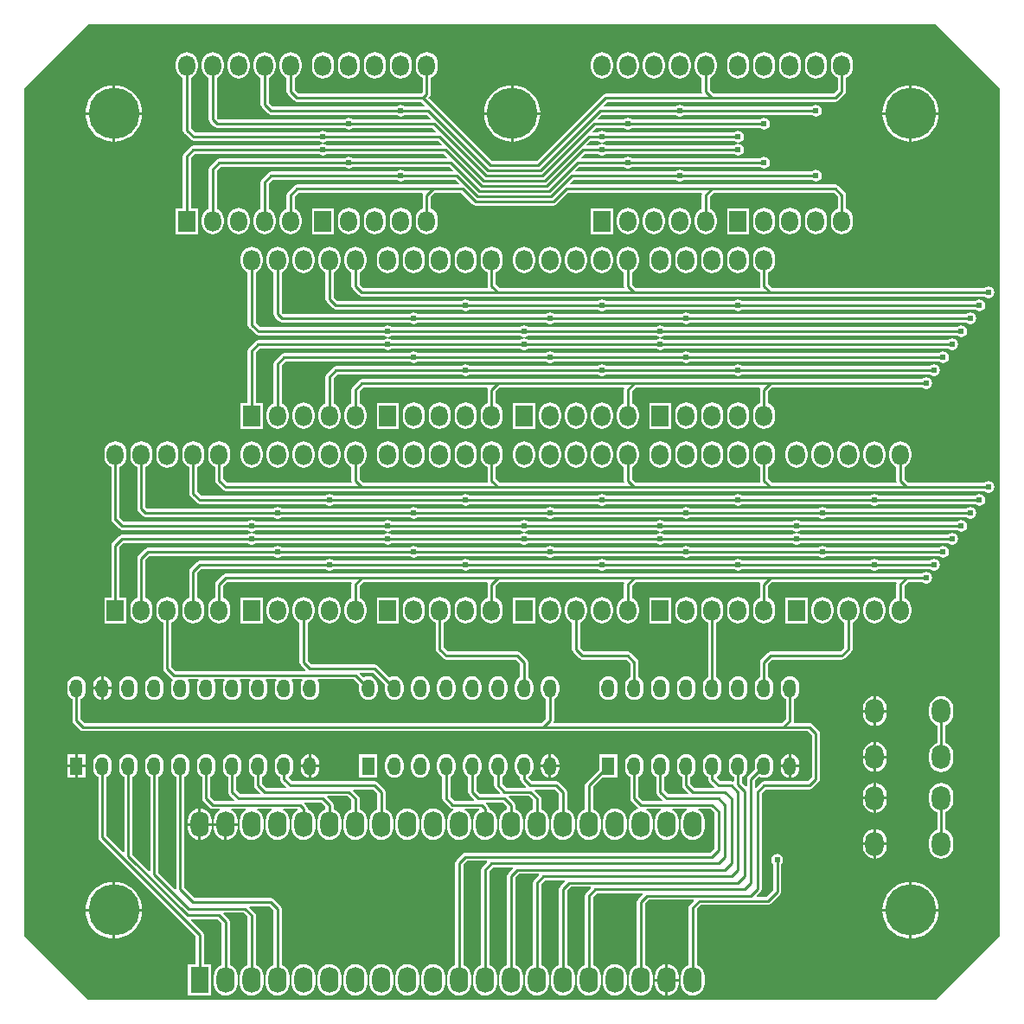
<source format=gbl>
G04 Layer_Physical_Order=2*
G04 Layer_Color=16711680*
%FSLAX25Y25*%
%MOIN*%
G70*
G01*
G75*
%ADD11C,0.01000*%
%ADD12O,0.06500X0.08000*%
%ADD13R,0.06500X0.08000*%
%ADD14R,0.05000X0.07000*%
%ADD15O,0.05000X0.07000*%
%ADD16C,0.19685*%
%ADD17R,0.07000X0.10000*%
%ADD18O,0.07000X0.10000*%
%ADD19O,0.07087X0.09449*%
%ADD20C,0.02400*%
G36*
X380906Y356299D02*
Y29528D01*
X356299Y4921D01*
X29528D01*
X4921Y29528D01*
X4921Y356299D01*
X29528Y380906D01*
X356299D01*
X380906Y356299D01*
D02*
G37*
%LPC*%
G36*
X300000Y129530D02*
X299086Y129410D01*
X298235Y129057D01*
X297504Y128496D01*
X296943Y127765D01*
X296590Y126914D01*
X296470Y126000D01*
Y124000D01*
X296590Y123086D01*
X296943Y122235D01*
X297504Y121504D01*
X298235Y120943D01*
X298471Y120845D01*
Y113134D01*
X296866Y111529D01*
X209211D01*
X208933Y112010D01*
X208936Y112029D01*
X209029Y112500D01*
Y120845D01*
X209265Y120943D01*
X209996Y121504D01*
X210557Y122235D01*
X210910Y123086D01*
X211030Y124000D01*
Y126000D01*
X210910Y126914D01*
X210557Y127765D01*
X209996Y128496D01*
X209265Y129057D01*
X208414Y129410D01*
X207500Y129530D01*
X206586Y129410D01*
X205735Y129057D01*
X205004Y128496D01*
X204443Y127765D01*
X204090Y126914D01*
X203970Y126000D01*
Y124000D01*
X204090Y123086D01*
X204443Y122235D01*
X205004Y121504D01*
X205735Y120943D01*
X205971Y120845D01*
Y113134D01*
X204366Y111529D01*
X28133D01*
X26529Y113134D01*
Y120845D01*
X26765Y120943D01*
X27496Y121504D01*
X28057Y122235D01*
X28410Y123086D01*
X28530Y124000D01*
Y126000D01*
X28410Y126914D01*
X28057Y127765D01*
X27496Y128496D01*
X26765Y129057D01*
X25914Y129410D01*
X25000Y129530D01*
X24086Y129410D01*
X23235Y129057D01*
X22504Y128496D01*
X21943Y127765D01*
X21590Y126914D01*
X21470Y126000D01*
Y124000D01*
X21590Y123086D01*
X21943Y122235D01*
X22504Y121504D01*
X23235Y120943D01*
X23471Y120845D01*
Y112500D01*
X23587Y111915D01*
X23919Y111419D01*
X26419Y108919D01*
X26915Y108587D01*
X27500Y108471D01*
X306867D01*
X308471Y106867D01*
Y90633D01*
X306867Y89029D01*
X290000D01*
X289415Y88913D01*
X288919Y88581D01*
X286991Y86654D01*
X286529Y86846D01*
Y89367D01*
X288162Y90999D01*
X288235Y90943D01*
X289086Y90590D01*
X290000Y90470D01*
X290914Y90590D01*
X291765Y90943D01*
X292496Y91504D01*
X293057Y92235D01*
X293410Y93086D01*
X293530Y94000D01*
Y96000D01*
X293410Y96914D01*
X293057Y97765D01*
X292496Y98496D01*
X291765Y99057D01*
X290914Y99410D01*
X290000Y99530D01*
X289086Y99410D01*
X288235Y99057D01*
X287504Y98496D01*
X286943Y97765D01*
X286590Y96914D01*
X286470Y96000D01*
Y94000D01*
X286512Y93675D01*
X283919Y91081D01*
X283587Y90585D01*
X283471Y90000D01*
Y87174D01*
X283009Y86983D01*
X281529Y88462D01*
Y90845D01*
X281765Y90943D01*
X282496Y91504D01*
X283057Y92235D01*
X283410Y93086D01*
X283530Y94000D01*
Y96000D01*
X283410Y96914D01*
X283057Y97765D01*
X282496Y98496D01*
X281765Y99057D01*
X280914Y99410D01*
X280000Y99530D01*
X279086Y99410D01*
X278235Y99057D01*
X277504Y98496D01*
X276943Y97765D01*
X276590Y96914D01*
X276470Y96000D01*
Y94000D01*
X276590Y93086D01*
X276943Y92235D01*
X277504Y91504D01*
X278235Y90943D01*
X278471Y90845D01*
Y89211D01*
X277971Y88936D01*
X277500Y89029D01*
X273133D01*
X271762Y90400D01*
X271764Y90666D01*
X271844Y91003D01*
X272496Y91504D01*
X273057Y92235D01*
X273410Y93086D01*
X273530Y94000D01*
Y96000D01*
X273410Y96914D01*
X273057Y97765D01*
X272496Y98496D01*
X271765Y99057D01*
X270914Y99410D01*
X270000Y99530D01*
X269086Y99410D01*
X268235Y99057D01*
X267504Y98496D01*
X266943Y97765D01*
X266590Y96914D01*
X266470Y96000D01*
Y94000D01*
X266590Y93086D01*
X266943Y92235D01*
X267504Y91504D01*
X268235Y90943D01*
X268471Y90845D01*
Y90000D01*
X268587Y89415D01*
X268919Y88919D01*
X270846Y86991D01*
X270654Y86529D01*
X263134D01*
X261529Y88134D01*
Y90845D01*
X261765Y90943D01*
X262496Y91504D01*
X263057Y92235D01*
X263410Y93086D01*
X263530Y94000D01*
Y96000D01*
X263410Y96914D01*
X263057Y97765D01*
X262496Y98496D01*
X261765Y99057D01*
X260914Y99410D01*
X260000Y99530D01*
X259086Y99410D01*
X258235Y99057D01*
X257504Y98496D01*
X256943Y97765D01*
X256590Y96914D01*
X256470Y96000D01*
Y94000D01*
X256590Y93086D01*
X256943Y92235D01*
X257504Y91504D01*
X258235Y90943D01*
X258471Y90845D01*
Y87500D01*
X258587Y86915D01*
X258919Y86419D01*
X260846Y84491D01*
X260654Y84029D01*
X253134D01*
X251529Y85633D01*
Y90845D01*
X251765Y90943D01*
X252496Y91504D01*
X253057Y92235D01*
X253410Y93086D01*
X253530Y94000D01*
Y96000D01*
X253410Y96914D01*
X253057Y97765D01*
X252496Y98496D01*
X251765Y99057D01*
X250914Y99410D01*
X250000Y99530D01*
X249086Y99410D01*
X248235Y99057D01*
X247504Y98496D01*
X246943Y97765D01*
X246590Y96914D01*
X246470Y96000D01*
Y94000D01*
X246590Y93086D01*
X246943Y92235D01*
X247504Y91504D01*
X248235Y90943D01*
X248471Y90845D01*
Y85000D01*
X248587Y84415D01*
X248919Y83919D01*
X250846Y81991D01*
X250654Y81529D01*
X243133D01*
X241529Y83134D01*
Y90845D01*
X241765Y90943D01*
X242496Y91504D01*
X243057Y92235D01*
X243410Y93086D01*
X243530Y94000D01*
Y96000D01*
X243410Y96914D01*
X243057Y97765D01*
X242496Y98496D01*
X241765Y99057D01*
X240914Y99410D01*
X240000Y99530D01*
X239086Y99410D01*
X238235Y99057D01*
X237504Y98496D01*
X236943Y97765D01*
X236590Y96914D01*
X236470Y96000D01*
Y94000D01*
X236590Y93086D01*
X236943Y92235D01*
X237504Y91504D01*
X238235Y90943D01*
X238471Y90845D01*
Y82500D01*
X238587Y81915D01*
X238919Y81419D01*
X241419Y78919D01*
X241441Y78904D01*
X241325Y78384D01*
X240231Y77931D01*
X239291Y77209D01*
X238569Y76269D01*
X238116Y75175D01*
X237961Y74000D01*
Y71000D01*
X238116Y69825D01*
X238569Y68731D01*
X239291Y67791D01*
X240231Y67069D01*
X241325Y66616D01*
X242500Y66461D01*
X243675Y66616D01*
X244769Y67069D01*
X245709Y67791D01*
X246431Y68731D01*
X246884Y69825D01*
X247039Y71000D01*
Y74000D01*
X246884Y75175D01*
X246431Y76269D01*
X245709Y77209D01*
X244769Y77931D01*
X244673Y77971D01*
X244773Y78471D01*
X250227D01*
X250327Y77971D01*
X250231Y77931D01*
X249291Y77209D01*
X248569Y76269D01*
X248116Y75175D01*
X247961Y74000D01*
Y71000D01*
X248116Y69825D01*
X248569Y68731D01*
X249291Y67791D01*
X250231Y67069D01*
X251325Y66616D01*
X252500Y66461D01*
X253675Y66616D01*
X254769Y67069D01*
X255709Y67791D01*
X256431Y68731D01*
X256884Y69825D01*
X257039Y71000D01*
Y74000D01*
X256884Y75175D01*
X256431Y76269D01*
X255709Y77209D01*
X254769Y77931D01*
X254673Y77971D01*
X254773Y78471D01*
X260227D01*
X260327Y77971D01*
X260231Y77931D01*
X259291Y77209D01*
X258569Y76269D01*
X258116Y75175D01*
X257961Y74000D01*
Y71000D01*
X258116Y69825D01*
X258569Y68731D01*
X259291Y67791D01*
X260231Y67069D01*
X261325Y66616D01*
X262500Y66461D01*
X263675Y66616D01*
X264769Y67069D01*
X265709Y67791D01*
X266431Y68731D01*
X266884Y69825D01*
X267039Y71000D01*
Y74000D01*
X266884Y75175D01*
X266431Y76269D01*
X265709Y77209D01*
X264769Y77931D01*
X264673Y77971D01*
X264773Y78471D01*
X269367D01*
X270971Y76867D01*
Y63134D01*
X269367Y61529D01*
X175000D01*
X174415Y61413D01*
X173919Y61081D01*
X171419Y58581D01*
X171087Y58085D01*
X170971Y57500D01*
Y18237D01*
X170231Y17931D01*
X169291Y17209D01*
X168569Y16269D01*
X168116Y15175D01*
X167961Y14000D01*
Y11000D01*
X168116Y9825D01*
X168569Y8731D01*
X169291Y7791D01*
X170231Y7069D01*
X171325Y6616D01*
X172500Y6461D01*
X173675Y6616D01*
X174769Y7069D01*
X175709Y7791D01*
X176431Y8731D01*
X176884Y9825D01*
X177039Y11000D01*
Y14000D01*
X176884Y15175D01*
X176431Y16269D01*
X175709Y17209D01*
X174769Y17931D01*
X174029Y18237D01*
Y56867D01*
X175634Y58471D01*
X183154D01*
X183346Y58009D01*
X181419Y56081D01*
X181087Y55585D01*
X180971Y55000D01*
Y18237D01*
X180231Y17931D01*
X179291Y17209D01*
X178569Y16269D01*
X178116Y15175D01*
X177961Y14000D01*
Y11000D01*
X178116Y9825D01*
X178569Y8731D01*
X179291Y7791D01*
X180231Y7069D01*
X181325Y6616D01*
X182500Y6461D01*
X183675Y6616D01*
X184769Y7069D01*
X185709Y7791D01*
X186431Y8731D01*
X186884Y9825D01*
X187039Y11000D01*
Y14000D01*
X186884Y15175D01*
X186431Y16269D01*
X185709Y17209D01*
X184769Y17931D01*
X184029Y18237D01*
Y54366D01*
X185634Y55971D01*
X193154D01*
X193346Y55509D01*
X191419Y53581D01*
X191087Y53085D01*
X190971Y52500D01*
Y18237D01*
X190231Y17931D01*
X189291Y17209D01*
X188569Y16269D01*
X188116Y15175D01*
X187961Y14000D01*
Y11000D01*
X188116Y9825D01*
X188569Y8731D01*
X189291Y7791D01*
X190231Y7069D01*
X191325Y6616D01*
X192500Y6461D01*
X193675Y6616D01*
X194769Y7069D01*
X195709Y7791D01*
X196431Y8731D01*
X196884Y9825D01*
X197039Y11000D01*
Y14000D01*
X196884Y15175D01*
X196431Y16269D01*
X195709Y17209D01*
X194769Y17931D01*
X194029Y18237D01*
Y51867D01*
X195633Y53471D01*
X203154D01*
X203346Y53009D01*
X201419Y51081D01*
X201087Y50585D01*
X200971Y50000D01*
Y18237D01*
X200231Y17931D01*
X199291Y17209D01*
X198569Y16269D01*
X198116Y15175D01*
X197961Y14000D01*
Y11000D01*
X198116Y9825D01*
X198569Y8731D01*
X199291Y7791D01*
X200231Y7069D01*
X201325Y6616D01*
X202500Y6461D01*
X203675Y6616D01*
X204769Y7069D01*
X205709Y7791D01*
X206431Y8731D01*
X206884Y9825D01*
X207039Y11000D01*
Y14000D01*
X206884Y15175D01*
X206431Y16269D01*
X205709Y17209D01*
X204769Y17931D01*
X204029Y18237D01*
Y49367D01*
X205633Y50971D01*
X213154D01*
X213346Y50509D01*
X211419Y48581D01*
X211087Y48085D01*
X210971Y47500D01*
Y18237D01*
X210231Y17931D01*
X209291Y17209D01*
X208569Y16269D01*
X208116Y15175D01*
X207961Y14000D01*
Y11000D01*
X208116Y9825D01*
X208569Y8731D01*
X209291Y7791D01*
X210231Y7069D01*
X211325Y6616D01*
X212500Y6461D01*
X213675Y6616D01*
X214769Y7069D01*
X215709Y7791D01*
X216431Y8731D01*
X216884Y9825D01*
X217039Y11000D01*
Y14000D01*
X216884Y15175D01*
X216431Y16269D01*
X215709Y17209D01*
X214769Y17931D01*
X214029Y18237D01*
Y46867D01*
X215634Y48471D01*
X223154D01*
X223346Y48009D01*
X221419Y46081D01*
X221087Y45585D01*
X220971Y45000D01*
Y18237D01*
X220231Y17931D01*
X219291Y17209D01*
X218569Y16269D01*
X218116Y15175D01*
X217961Y14000D01*
Y11000D01*
X218116Y9825D01*
X218569Y8731D01*
X219291Y7791D01*
X220231Y7069D01*
X221325Y6616D01*
X222500Y6461D01*
X223675Y6616D01*
X224769Y7069D01*
X225709Y7791D01*
X226431Y8731D01*
X226884Y9825D01*
X227039Y11000D01*
Y14000D01*
X226884Y15175D01*
X226431Y16269D01*
X225709Y17209D01*
X224769Y17931D01*
X224029Y18237D01*
Y44366D01*
X225634Y45971D01*
X243154D01*
X243346Y45509D01*
X241419Y43581D01*
X241087Y43085D01*
X240971Y42500D01*
Y18237D01*
X240231Y17931D01*
X239291Y17209D01*
X238569Y16269D01*
X238116Y15175D01*
X237961Y14000D01*
Y11000D01*
X238116Y9825D01*
X238569Y8731D01*
X239291Y7791D01*
X240231Y7069D01*
X241325Y6616D01*
X242500Y6461D01*
X243675Y6616D01*
X244769Y7069D01*
X245709Y7791D01*
X246431Y8731D01*
X246884Y9825D01*
X247039Y11000D01*
Y14000D01*
X246884Y15175D01*
X246431Y16269D01*
X245709Y17209D01*
X244769Y17931D01*
X244029Y18237D01*
Y41866D01*
X245634Y43471D01*
X262702D01*
X262893Y43009D01*
X261419Y41534D01*
X261087Y41038D01*
X260971Y40453D01*
Y18237D01*
X260231Y17931D01*
X259291Y17209D01*
X258569Y16269D01*
X258116Y15175D01*
X257961Y14000D01*
Y11000D01*
X258116Y9825D01*
X258569Y8731D01*
X259291Y7791D01*
X260231Y7069D01*
X261325Y6616D01*
X262500Y6461D01*
X263675Y6616D01*
X264769Y7069D01*
X265709Y7791D01*
X266431Y8731D01*
X266884Y9825D01*
X267039Y11000D01*
Y14000D01*
X266884Y15175D01*
X266431Y16269D01*
X265709Y17209D01*
X264769Y17931D01*
X264029Y18237D01*
Y39819D01*
X265681Y41471D01*
X291425D01*
X292010Y41587D01*
X292507Y41919D01*
X296160Y45572D01*
X296492Y46068D01*
X296608Y46654D01*
Y57234D01*
X296665Y57272D01*
X297151Y58000D01*
X297322Y58858D01*
X297151Y59717D01*
X296665Y60444D01*
X295937Y60931D01*
X295079Y61101D01*
X294220Y60931D01*
X293493Y60444D01*
X293006Y59717D01*
X292836Y58858D01*
X293006Y58000D01*
X293493Y57272D01*
X293549Y57234D01*
Y47287D01*
X290792Y44529D01*
X287346D01*
X287154Y44991D01*
X288581Y46419D01*
X288913Y46915D01*
X289029Y47500D01*
Y84367D01*
X290634Y85971D01*
X307500D01*
X308085Y86087D01*
X308581Y86419D01*
X311081Y88919D01*
X311413Y89415D01*
X311529Y90000D01*
Y107500D01*
X311413Y108085D01*
X311081Y108581D01*
X308581Y111081D01*
X308085Y111413D01*
X307500Y111529D01*
X301711D01*
X301433Y112010D01*
X301436Y112029D01*
X301529Y112500D01*
Y120845D01*
X301765Y120943D01*
X302496Y121504D01*
X303057Y122235D01*
X303410Y123086D01*
X303530Y124000D01*
Y126000D01*
X303410Y126914D01*
X303057Y127765D01*
X302496Y128496D01*
X301765Y129057D01*
X300914Y129410D01*
X300000Y129530D01*
D02*
G37*
G36*
X332177Y121839D02*
X331491Y121749D01*
X330386Y121291D01*
X329437Y120563D01*
X328709Y119614D01*
X328251Y118509D01*
X328095Y117323D01*
Y116642D01*
X332177D01*
Y121839D01*
D02*
G37*
G36*
X333177D02*
Y116642D01*
X337260D01*
Y117323D01*
X337104Y118509D01*
X336646Y119614D01*
X335917Y120563D01*
X334968Y121291D01*
X333863Y121749D01*
X333177Y121839D01*
D02*
G37*
G36*
Y104123D02*
Y98925D01*
X337260D01*
Y99606D01*
X337104Y100792D01*
X336646Y101898D01*
X335917Y102847D01*
X334968Y103575D01*
X333863Y104033D01*
X333177Y104123D01*
D02*
G37*
G36*
X332177Y115642D02*
X328095D01*
Y114961D01*
X328251Y113775D01*
X328709Y112669D01*
X329437Y111720D01*
X330386Y110992D01*
X331491Y110534D01*
X332177Y110444D01*
Y115642D01*
D02*
G37*
G36*
X337260D02*
X333177D01*
Y110444D01*
X333863Y110534D01*
X334968Y110992D01*
X335917Y111720D01*
X336646Y112669D01*
X337104Y113775D01*
X337260Y114961D01*
Y115642D01*
D02*
G37*
G36*
X167500Y129530D02*
X166586Y129410D01*
X165735Y129057D01*
X165004Y128496D01*
X164443Y127765D01*
X164090Y126914D01*
X163970Y126000D01*
Y124000D01*
X164090Y123086D01*
X164443Y122235D01*
X165004Y121504D01*
X165735Y120943D01*
X166586Y120590D01*
X167500Y120470D01*
X168414Y120590D01*
X169265Y120943D01*
X169996Y121504D01*
X170557Y122235D01*
X170910Y123086D01*
X171030Y124000D01*
Y126000D01*
X170910Y126914D01*
X170557Y127765D01*
X169996Y128496D01*
X169265Y129057D01*
X168414Y129410D01*
X167500Y129530D01*
D02*
G37*
G36*
X177500D02*
X176586Y129410D01*
X175735Y129057D01*
X175004Y128496D01*
X174443Y127765D01*
X174090Y126914D01*
X173970Y126000D01*
Y124000D01*
X174090Y123086D01*
X174443Y122235D01*
X175004Y121504D01*
X175735Y120943D01*
X176586Y120590D01*
X177500Y120470D01*
X178414Y120590D01*
X179265Y120943D01*
X179996Y121504D01*
X180557Y122235D01*
X180910Y123086D01*
X181030Y124000D01*
Y126000D01*
X180910Y126914D01*
X180557Y127765D01*
X179996Y128496D01*
X179265Y129057D01*
X178414Y129410D01*
X177500Y129530D01*
D02*
G37*
G36*
X187500D02*
X186586Y129410D01*
X185735Y129057D01*
X185004Y128496D01*
X184443Y127765D01*
X184090Y126914D01*
X183970Y126000D01*
Y124000D01*
X184090Y123086D01*
X184443Y122235D01*
X185004Y121504D01*
X185735Y120943D01*
X186586Y120590D01*
X187500Y120470D01*
X188414Y120590D01*
X189265Y120943D01*
X189996Y121504D01*
X190557Y122235D01*
X190910Y123086D01*
X191030Y124000D01*
Y126000D01*
X190910Y126914D01*
X190557Y127765D01*
X189996Y128496D01*
X189265Y129057D01*
X188414Y129410D01*
X187500Y129530D01*
D02*
G37*
G36*
X45000D02*
X44086Y129410D01*
X43235Y129057D01*
X42504Y128496D01*
X41943Y127765D01*
X41590Y126914D01*
X41470Y126000D01*
Y124000D01*
X41590Y123086D01*
X41943Y122235D01*
X42504Y121504D01*
X43235Y120943D01*
X44086Y120590D01*
X45000Y120470D01*
X45914Y120590D01*
X46765Y120943D01*
X47496Y121504D01*
X48057Y122235D01*
X48410Y123086D01*
X48530Y124000D01*
Y126000D01*
X48410Y126914D01*
X48057Y127765D01*
X47496Y128496D01*
X46765Y129057D01*
X45914Y129410D01*
X45000Y129530D01*
D02*
G37*
G36*
X55000D02*
X54086Y129410D01*
X53235Y129057D01*
X52504Y128496D01*
X51943Y127765D01*
X51590Y126914D01*
X51470Y126000D01*
Y124000D01*
X51590Y123086D01*
X51943Y122235D01*
X52504Y121504D01*
X53235Y120943D01*
X54086Y120590D01*
X55000Y120470D01*
X55914Y120590D01*
X56765Y120943D01*
X57496Y121504D01*
X58057Y122235D01*
X58410Y123086D01*
X58530Y124000D01*
Y126000D01*
X58410Y126914D01*
X58057Y127765D01*
X57496Y128496D01*
X56765Y129057D01*
X55914Y129410D01*
X55000Y129530D01*
D02*
G37*
G36*
X157500D02*
X156586Y129410D01*
X155735Y129057D01*
X155004Y128496D01*
X154443Y127765D01*
X154090Y126914D01*
X153970Y126000D01*
Y124000D01*
X154090Y123086D01*
X154443Y122235D01*
X155004Y121504D01*
X155735Y120943D01*
X156586Y120590D01*
X157500Y120470D01*
X158414Y120590D01*
X159265Y120943D01*
X159996Y121504D01*
X160557Y122235D01*
X160910Y123086D01*
X161030Y124000D01*
Y126000D01*
X160910Y126914D01*
X160557Y127765D01*
X159996Y128496D01*
X159265Y129057D01*
X158414Y129410D01*
X157500Y129530D01*
D02*
G37*
G36*
X332177Y104123D02*
X331491Y104033D01*
X330386Y103575D01*
X329437Y102847D01*
X328709Y101898D01*
X328251Y100792D01*
X328095Y99606D01*
Y98925D01*
X332177D01*
Y104123D01*
D02*
G37*
G36*
X337260Y97925D02*
X333177D01*
Y92727D01*
X333863Y92818D01*
X334968Y93275D01*
X335917Y94004D01*
X336646Y94953D01*
X337104Y96058D01*
X337260Y97244D01*
Y97925D01*
D02*
G37*
G36*
X24500Y99500D02*
X21500D01*
Y95500D01*
X24500D01*
Y99500D01*
D02*
G37*
G36*
X28500D02*
X25500D01*
Y95500D01*
X28500D01*
Y99500D01*
D02*
G37*
G36*
X303530Y94500D02*
X300500D01*
Y90536D01*
X300914Y90590D01*
X301765Y90943D01*
X302496Y91504D01*
X303057Y92235D01*
X303410Y93086D01*
X303530Y94000D01*
Y94500D01*
D02*
G37*
G36*
X358268Y121905D02*
X357082Y121749D01*
X355977Y121291D01*
X355027Y120563D01*
X354299Y119614D01*
X353841Y118509D01*
X353685Y117323D01*
Y114961D01*
X353841Y113775D01*
X354299Y112669D01*
X355027Y111720D01*
X355977Y110992D01*
X356738Y110677D01*
Y103890D01*
X355977Y103575D01*
X355027Y102847D01*
X354299Y101898D01*
X353841Y100792D01*
X353685Y99606D01*
Y97244D01*
X353841Y96058D01*
X354299Y94953D01*
X355027Y94004D01*
X355977Y93275D01*
X357082Y92818D01*
X358268Y92662D01*
X359454Y92818D01*
X360559Y93275D01*
X361508Y94004D01*
X362236Y94953D01*
X362694Y96058D01*
X362850Y97244D01*
Y99606D01*
X362694Y100792D01*
X362236Y101898D01*
X361508Y102847D01*
X360559Y103575D01*
X359797Y103890D01*
Y110677D01*
X360559Y110992D01*
X361508Y111720D01*
X362236Y112669D01*
X362694Y113775D01*
X362850Y114961D01*
Y117323D01*
X362694Y118509D01*
X362236Y119614D01*
X361508Y120563D01*
X360559Y121291D01*
X359454Y121749D01*
X358268Y121905D01*
D02*
G37*
G36*
X332177Y97925D02*
X328095D01*
Y97244D01*
X328251Y96058D01*
X328709Y94953D01*
X329437Y94004D01*
X330386Y93275D01*
X331491Y92818D01*
X332177Y92727D01*
Y97925D01*
D02*
G37*
G36*
X208000Y99464D02*
Y95500D01*
X211030D01*
Y96000D01*
X210910Y96914D01*
X210557Y97765D01*
X209996Y98496D01*
X209265Y99057D01*
X208414Y99410D01*
X208000Y99464D01*
D02*
G37*
G36*
X299500D02*
X299086Y99410D01*
X298235Y99057D01*
X297504Y98496D01*
X296943Y97765D01*
X296590Y96914D01*
X296470Y96000D01*
Y95500D01*
X299500D01*
Y99464D01*
D02*
G37*
G36*
X300500D02*
Y95500D01*
X303530D01*
Y96000D01*
X303410Y96914D01*
X303057Y97765D01*
X302496Y98496D01*
X301765Y99057D01*
X300914Y99410D01*
X300500Y99464D01*
D02*
G37*
G36*
X114500D02*
X114086Y99410D01*
X113235Y99057D01*
X112504Y98496D01*
X111943Y97765D01*
X111590Y96914D01*
X111470Y96000D01*
Y95500D01*
X114500D01*
Y99464D01*
D02*
G37*
G36*
X115500D02*
Y95500D01*
X118530D01*
Y96000D01*
X118410Y96914D01*
X118057Y97765D01*
X117496Y98496D01*
X116765Y99057D01*
X115914Y99410D01*
X115500Y99464D01*
D02*
G37*
G36*
X207000D02*
X206586Y99410D01*
X205735Y99057D01*
X205004Y98496D01*
X204443Y97765D01*
X204090Y96914D01*
X203970Y96000D01*
Y95500D01*
X207000D01*
Y99464D01*
D02*
G37*
G36*
X165000Y160037D02*
X163891Y159891D01*
X162857Y159462D01*
X161969Y158781D01*
X161288Y157893D01*
X160859Y156860D01*
X160713Y155750D01*
Y154250D01*
X160859Y153140D01*
X161288Y152107D01*
X161969Y151219D01*
X162857Y150538D01*
X163471Y150283D01*
Y140000D01*
X163587Y139415D01*
X163919Y138919D01*
X166419Y136419D01*
X166915Y136087D01*
X167500Y135971D01*
X194367D01*
X195971Y134367D01*
Y129155D01*
X195735Y129057D01*
X195004Y128496D01*
X194443Y127765D01*
X194090Y126914D01*
X193970Y126000D01*
Y124000D01*
X194090Y123086D01*
X194443Y122235D01*
X195004Y121504D01*
X195735Y120943D01*
X196586Y120590D01*
X197500Y120470D01*
X198414Y120590D01*
X199265Y120943D01*
X199996Y121504D01*
X200557Y122235D01*
X200910Y123086D01*
X201030Y124000D01*
Y126000D01*
X200910Y126914D01*
X200557Y127765D01*
X199996Y128496D01*
X199265Y129057D01*
X199029Y129155D01*
Y135000D01*
X198913Y135585D01*
X198581Y136081D01*
X196081Y138581D01*
X195585Y138913D01*
X195000Y139029D01*
X168133D01*
X166529Y140633D01*
Y150283D01*
X167143Y150538D01*
X168031Y151219D01*
X168712Y152107D01*
X169141Y153140D01*
X169287Y154250D01*
Y155750D01*
X169141Y156860D01*
X168712Y157893D01*
X168031Y158781D01*
X167143Y159462D01*
X166110Y159891D01*
X165000Y160037D01*
D02*
G37*
G36*
X207500D02*
X206391Y159891D01*
X205357Y159462D01*
X204469Y158781D01*
X203788Y157893D01*
X203359Y156860D01*
X203213Y155750D01*
Y154250D01*
X203359Y153140D01*
X203788Y152107D01*
X204469Y151219D01*
X205357Y150538D01*
X206391Y150109D01*
X207500Y149963D01*
X208610Y150109D01*
X209643Y150538D01*
X210531Y151219D01*
X211212Y152107D01*
X211641Y153140D01*
X211787Y154250D01*
Y155750D01*
X211641Y156860D01*
X211212Y157893D01*
X210531Y158781D01*
X209643Y159462D01*
X208610Y159891D01*
X207500Y160037D01*
D02*
G37*
G36*
X227500D02*
X226391Y159891D01*
X225357Y159462D01*
X224469Y158781D01*
X223788Y157893D01*
X223359Y156860D01*
X223213Y155750D01*
Y154250D01*
X223359Y153140D01*
X223788Y152107D01*
X224469Y151219D01*
X225357Y150538D01*
X226391Y150109D01*
X227500Y149963D01*
X228609Y150109D01*
X229643Y150538D01*
X230531Y151219D01*
X231212Y152107D01*
X231641Y153140D01*
X231787Y154250D01*
Y155750D01*
X231641Y156860D01*
X231212Y157893D01*
X230531Y158781D01*
X229643Y159462D01*
X228609Y159891D01*
X227500Y160037D01*
D02*
G37*
G36*
X260000D02*
X258891Y159891D01*
X257857Y159462D01*
X256969Y158781D01*
X256288Y157893D01*
X255859Y156860D01*
X255713Y155750D01*
Y154250D01*
X255859Y153140D01*
X256288Y152107D01*
X256969Y151219D01*
X257857Y150538D01*
X258891Y150109D01*
X260000Y149963D01*
X261109Y150109D01*
X262143Y150538D01*
X263031Y151219D01*
X263712Y152107D01*
X264141Y153140D01*
X264287Y154250D01*
Y155750D01*
X264141Y156860D01*
X263712Y157893D01*
X263031Y158781D01*
X262143Y159462D01*
X261109Y159891D01*
X260000Y160037D01*
D02*
G37*
G36*
X122500D02*
X121390Y159891D01*
X120357Y159462D01*
X119469Y158781D01*
X118788Y157893D01*
X118359Y156860D01*
X118213Y155750D01*
Y154250D01*
X118359Y153140D01*
X118788Y152107D01*
X119469Y151219D01*
X120357Y150538D01*
X121390Y150109D01*
X122500Y149963D01*
X123609Y150109D01*
X124643Y150538D01*
X125531Y151219D01*
X126212Y152107D01*
X126641Y153140D01*
X126787Y154250D01*
Y155750D01*
X126641Y156860D01*
X126212Y157893D01*
X125531Y158781D01*
X124643Y159462D01*
X123609Y159891D01*
X122500Y160037D01*
D02*
G37*
G36*
X155000D02*
X153891Y159891D01*
X152857Y159462D01*
X151969Y158781D01*
X151288Y157893D01*
X150859Y156860D01*
X150713Y155750D01*
Y154250D01*
X150859Y153140D01*
X151288Y152107D01*
X151969Y151219D01*
X152857Y150538D01*
X153891Y150109D01*
X155000Y149963D01*
X156109Y150109D01*
X157143Y150538D01*
X158031Y151219D01*
X158712Y152107D01*
X159141Y153140D01*
X159287Y154250D01*
Y155750D01*
X159141Y156860D01*
X158712Y157893D01*
X158031Y158781D01*
X157143Y159462D01*
X156109Y159891D01*
X155000Y160037D01*
D02*
G37*
G36*
X175000D02*
X173890Y159891D01*
X172857Y159462D01*
X171969Y158781D01*
X171288Y157893D01*
X170859Y156860D01*
X170713Y155750D01*
Y154250D01*
X170859Y153140D01*
X171288Y152107D01*
X171969Y151219D01*
X172857Y150538D01*
X173890Y150109D01*
X175000Y149963D01*
X176110Y150109D01*
X177143Y150538D01*
X178031Y151219D01*
X178712Y152107D01*
X179141Y153140D01*
X179287Y154250D01*
Y155750D01*
X179141Y156860D01*
X178712Y157893D01*
X178031Y158781D01*
X177143Y159462D01*
X176110Y159891D01*
X175000Y160037D01*
D02*
G37*
G36*
X96750Y160000D02*
X88250D01*
Y150000D01*
X96750D01*
Y160000D01*
D02*
G37*
G36*
X149250D02*
X140750D01*
Y150000D01*
X149250D01*
Y160000D01*
D02*
G37*
G36*
X201750D02*
X193250D01*
Y150000D01*
X201750D01*
Y160000D01*
D02*
G37*
G36*
X280000Y160037D02*
X278890Y159891D01*
X277857Y159462D01*
X276969Y158781D01*
X276288Y157893D01*
X275859Y156860D01*
X275713Y155750D01*
Y154250D01*
X275859Y153140D01*
X276288Y152107D01*
X276969Y151219D01*
X277857Y150538D01*
X278890Y150109D01*
X280000Y149963D01*
X281109Y150109D01*
X282143Y150538D01*
X283031Y151219D01*
X283712Y152107D01*
X284141Y153140D01*
X284287Y154250D01*
Y155750D01*
X284141Y156860D01*
X283712Y157893D01*
X283031Y158781D01*
X282143Y159462D01*
X281109Y159891D01*
X280000Y160037D01*
D02*
G37*
G36*
X312500D02*
X311390Y159891D01*
X310357Y159462D01*
X309469Y158781D01*
X308788Y157893D01*
X308359Y156860D01*
X308213Y155750D01*
Y154250D01*
X308359Y153140D01*
X308788Y152107D01*
X309469Y151219D01*
X310357Y150538D01*
X311390Y150109D01*
X312500Y149963D01*
X313610Y150109D01*
X314643Y150538D01*
X315531Y151219D01*
X316212Y152107D01*
X316641Y153140D01*
X316787Y154250D01*
Y155750D01*
X316641Y156860D01*
X316212Y157893D01*
X315531Y158781D01*
X314643Y159462D01*
X313610Y159891D01*
X312500Y160037D01*
D02*
G37*
G36*
X332500D02*
X331391Y159891D01*
X330357Y159462D01*
X329469Y158781D01*
X328788Y157893D01*
X328359Y156860D01*
X328213Y155750D01*
Y154250D01*
X328359Y153140D01*
X328788Y152107D01*
X329469Y151219D01*
X330357Y150538D01*
X331391Y150109D01*
X332500Y149963D01*
X333610Y150109D01*
X334643Y150538D01*
X335531Y151219D01*
X336212Y152107D01*
X336641Y153140D01*
X336787Y154250D01*
Y155750D01*
X336641Y156860D01*
X336212Y157893D01*
X335531Y158781D01*
X334643Y159462D01*
X333610Y159891D01*
X332500Y160037D01*
D02*
G37*
G36*
X102500D02*
X101391Y159891D01*
X100357Y159462D01*
X99469Y158781D01*
X98788Y157893D01*
X98359Y156860D01*
X98213Y155750D01*
Y154250D01*
X98359Y153140D01*
X98788Y152107D01*
X99469Y151219D01*
X100357Y150538D01*
X101391Y150109D01*
X102500Y149963D01*
X103610Y150109D01*
X104643Y150538D01*
X105531Y151219D01*
X106212Y152107D01*
X106641Y153140D01*
X106787Y154250D01*
Y155750D01*
X106641Y156860D01*
X106212Y157893D01*
X105531Y158781D01*
X104643Y159462D01*
X103610Y159891D01*
X102500Y160037D01*
D02*
G37*
G36*
X260000Y129530D02*
X259086Y129410D01*
X258235Y129057D01*
X257504Y128496D01*
X256943Y127765D01*
X256590Y126914D01*
X256470Y126000D01*
Y124000D01*
X256590Y123086D01*
X256943Y122235D01*
X257504Y121504D01*
X258235Y120943D01*
X259086Y120590D01*
X260000Y120470D01*
X260914Y120590D01*
X261765Y120943D01*
X262496Y121504D01*
X263057Y122235D01*
X263410Y123086D01*
X263530Y124000D01*
Y126000D01*
X263410Y126914D01*
X263057Y127765D01*
X262496Y128496D01*
X261765Y129057D01*
X260914Y129410D01*
X260000Y129530D01*
D02*
G37*
G36*
X270000Y160037D02*
X268891Y159891D01*
X267857Y159462D01*
X266969Y158781D01*
X266288Y157893D01*
X265859Y156860D01*
X265713Y155750D01*
Y154250D01*
X265859Y153140D01*
X266288Y152107D01*
X266969Y151219D01*
X267857Y150538D01*
X268471Y150283D01*
Y129155D01*
X268235Y129057D01*
X267504Y128496D01*
X266943Y127765D01*
X266590Y126914D01*
X266470Y126000D01*
Y124000D01*
X266590Y123086D01*
X266943Y122235D01*
X267504Y121504D01*
X268235Y120943D01*
X269086Y120590D01*
X270000Y120470D01*
X270914Y120590D01*
X271765Y120943D01*
X272496Y121504D01*
X273057Y122235D01*
X273410Y123086D01*
X273530Y124000D01*
Y126000D01*
X273410Y126914D01*
X273057Y127765D01*
X272496Y128496D01*
X271765Y129057D01*
X271529Y129155D01*
Y150283D01*
X272143Y150538D01*
X273031Y151219D01*
X273712Y152107D01*
X274141Y153140D01*
X274287Y154250D01*
Y155750D01*
X274141Y156860D01*
X273712Y157893D01*
X273031Y158781D01*
X272143Y159462D01*
X271110Y159891D01*
X270000Y160037D01*
D02*
G37*
G36*
X280000Y129530D02*
X279086Y129410D01*
X278235Y129057D01*
X277504Y128496D01*
X276943Y127765D01*
X276590Y126914D01*
X276470Y126000D01*
Y124000D01*
X276590Y123086D01*
X276943Y122235D01*
X277504Y121504D01*
X278235Y120943D01*
X279086Y120590D01*
X280000Y120470D01*
X280914Y120590D01*
X281765Y120943D01*
X282496Y121504D01*
X283057Y122235D01*
X283410Y123086D01*
X283530Y124000D01*
Y126000D01*
X283410Y126914D01*
X283057Y127765D01*
X282496Y128496D01*
X281765Y129057D01*
X280914Y129410D01*
X280000Y129530D01*
D02*
G37*
G36*
X230000D02*
X229086Y129410D01*
X228235Y129057D01*
X227504Y128496D01*
X226943Y127765D01*
X226590Y126914D01*
X226470Y126000D01*
Y124000D01*
X226590Y123086D01*
X226943Y122235D01*
X227504Y121504D01*
X228235Y120943D01*
X229086Y120590D01*
X230000Y120470D01*
X230914Y120590D01*
X231765Y120943D01*
X232496Y121504D01*
X233057Y122235D01*
X233410Y123086D01*
X233530Y124000D01*
Y126000D01*
X233410Y126914D01*
X233057Y127765D01*
X232496Y128496D01*
X231765Y129057D01*
X230914Y129410D01*
X230000Y129530D01*
D02*
G37*
G36*
X217500Y160037D02*
X216390Y159891D01*
X215357Y159462D01*
X214469Y158781D01*
X213788Y157893D01*
X213359Y156860D01*
X213213Y155750D01*
Y154250D01*
X213359Y153140D01*
X213788Y152107D01*
X214469Y151219D01*
X215357Y150538D01*
X215971Y150283D01*
Y140000D01*
X216087Y139415D01*
X216419Y138919D01*
X218919Y136419D01*
X219415Y136087D01*
X220000Y135971D01*
X236866D01*
X238471Y134367D01*
Y129155D01*
X238235Y129057D01*
X237504Y128496D01*
X236943Y127765D01*
X236590Y126914D01*
X236470Y126000D01*
Y124000D01*
X236590Y123086D01*
X236943Y122235D01*
X237504Y121504D01*
X238235Y120943D01*
X239086Y120590D01*
X240000Y120470D01*
X240914Y120590D01*
X241765Y120943D01*
X242496Y121504D01*
X243057Y122235D01*
X243410Y123086D01*
X243530Y124000D01*
Y126000D01*
X243410Y126914D01*
X243057Y127765D01*
X242496Y128496D01*
X241765Y129057D01*
X241529Y129155D01*
Y135000D01*
X241413Y135585D01*
X241081Y136081D01*
X238581Y138581D01*
X238085Y138913D01*
X237500Y139029D01*
X220634D01*
X219029Y140633D01*
Y150283D01*
X219643Y150538D01*
X220531Y151219D01*
X221212Y152107D01*
X221641Y153140D01*
X221787Y154250D01*
Y155750D01*
X221641Y156860D01*
X221212Y157893D01*
X220531Y158781D01*
X219643Y159462D01*
X218609Y159891D01*
X217500Y160037D01*
D02*
G37*
G36*
X250000Y129530D02*
X249086Y129410D01*
X248235Y129057D01*
X247504Y128496D01*
X246943Y127765D01*
X246590Y126914D01*
X246470Y126000D01*
Y124000D01*
X246590Y123086D01*
X246943Y122235D01*
X247504Y121504D01*
X248235Y120943D01*
X249086Y120590D01*
X250000Y120470D01*
X250914Y120590D01*
X251765Y120943D01*
X252496Y121504D01*
X253057Y122235D01*
X253410Y123086D01*
X253530Y124000D01*
Y126000D01*
X253410Y126914D01*
X253057Y127765D01*
X252496Y128496D01*
X251765Y129057D01*
X250914Y129410D01*
X250000Y129530D01*
D02*
G37*
G36*
X34500Y129464D02*
X34086Y129410D01*
X33235Y129057D01*
X32504Y128496D01*
X31943Y127765D01*
X31590Y126914D01*
X31470Y126000D01*
Y125500D01*
X34500D01*
Y129464D01*
D02*
G37*
G36*
X35500D02*
Y125500D01*
X38530D01*
Y126000D01*
X38410Y126914D01*
X38057Y127765D01*
X37496Y128496D01*
X36765Y129057D01*
X35914Y129410D01*
X35500Y129464D01*
D02*
G37*
G36*
X112500Y160037D02*
X111390Y159891D01*
X110357Y159462D01*
X109469Y158781D01*
X108788Y157893D01*
X108359Y156860D01*
X108213Y155750D01*
Y154250D01*
X108359Y153140D01*
X108788Y152107D01*
X109469Y151219D01*
X110357Y150538D01*
X110971Y150283D01*
Y135000D01*
X111087Y134415D01*
X111419Y133919D01*
X113346Y131991D01*
X113154Y131529D01*
X63134D01*
X61529Y133133D01*
Y150283D01*
X62143Y150538D01*
X63031Y151219D01*
X63712Y152107D01*
X64141Y153140D01*
X64287Y154250D01*
Y155750D01*
X64141Y156860D01*
X63712Y157893D01*
X63031Y158781D01*
X62143Y159462D01*
X61110Y159891D01*
X60000Y160037D01*
X58890Y159891D01*
X57857Y159462D01*
X56969Y158781D01*
X56288Y157893D01*
X55859Y156860D01*
X55713Y155750D01*
Y154250D01*
X55859Y153140D01*
X56288Y152107D01*
X56969Y151219D01*
X57857Y150538D01*
X58471Y150283D01*
Y132500D01*
X58587Y131915D01*
X58919Y131419D01*
X61419Y128919D01*
X61915Y128587D01*
X61939Y128582D01*
X62117Y128312D01*
X62198Y128098D01*
X61943Y127765D01*
X61590Y126914D01*
X61470Y126000D01*
Y124000D01*
X61590Y123086D01*
X61943Y122235D01*
X62504Y121504D01*
X63235Y120943D01*
X64086Y120590D01*
X65000Y120470D01*
X65914Y120590D01*
X66765Y120943D01*
X67496Y121504D01*
X68057Y122235D01*
X68410Y123086D01*
X68530Y124000D01*
Y126000D01*
X68410Y126914D01*
X68057Y127765D01*
X67860Y128022D01*
X68081Y128471D01*
X71919D01*
X72140Y128022D01*
X71943Y127765D01*
X71590Y126914D01*
X71470Y126000D01*
Y124000D01*
X71590Y123086D01*
X71943Y122235D01*
X72504Y121504D01*
X73235Y120943D01*
X74086Y120590D01*
X75000Y120470D01*
X75914Y120590D01*
X76765Y120943D01*
X77496Y121504D01*
X78057Y122235D01*
X78410Y123086D01*
X78530Y124000D01*
Y126000D01*
X78410Y126914D01*
X78057Y127765D01*
X77860Y128022D01*
X78081Y128471D01*
X81919D01*
X82140Y128022D01*
X81943Y127765D01*
X81590Y126914D01*
X81470Y126000D01*
Y124000D01*
X81590Y123086D01*
X81943Y122235D01*
X82504Y121504D01*
X83235Y120943D01*
X84086Y120590D01*
X85000Y120470D01*
X85914Y120590D01*
X86765Y120943D01*
X87496Y121504D01*
X88057Y122235D01*
X88410Y123086D01*
X88530Y124000D01*
Y126000D01*
X88410Y126914D01*
X88057Y127765D01*
X87860Y128022D01*
X88081Y128471D01*
X91919D01*
X92140Y128022D01*
X91943Y127765D01*
X91590Y126914D01*
X91470Y126000D01*
Y124000D01*
X91590Y123086D01*
X91943Y122235D01*
X92504Y121504D01*
X93235Y120943D01*
X94086Y120590D01*
X95000Y120470D01*
X95914Y120590D01*
X96765Y120943D01*
X97496Y121504D01*
X98057Y122235D01*
X98410Y123086D01*
X98530Y124000D01*
Y126000D01*
X98410Y126914D01*
X98057Y127765D01*
X97860Y128022D01*
X98081Y128471D01*
X101919D01*
X102140Y128022D01*
X101943Y127765D01*
X101590Y126914D01*
X101470Y126000D01*
Y124000D01*
X101590Y123086D01*
X101943Y122235D01*
X102504Y121504D01*
X103235Y120943D01*
X104086Y120590D01*
X105000Y120470D01*
X105914Y120590D01*
X106765Y120943D01*
X107496Y121504D01*
X108057Y122235D01*
X108410Y123086D01*
X108530Y124000D01*
Y126000D01*
X108410Y126914D01*
X108057Y127765D01*
X107860Y128022D01*
X108081Y128471D01*
X111919D01*
X112140Y128022D01*
X111943Y127765D01*
X111590Y126914D01*
X111470Y126000D01*
Y124000D01*
X111590Y123086D01*
X111943Y122235D01*
X112504Y121504D01*
X113235Y120943D01*
X114086Y120590D01*
X115000Y120470D01*
X115914Y120590D01*
X116765Y120943D01*
X117496Y121504D01*
X118057Y122235D01*
X118410Y123086D01*
X118530Y124000D01*
Y126000D01*
X118410Y126914D01*
X118057Y127765D01*
X117860Y128022D01*
X118081Y128471D01*
X131867D01*
X134012Y126325D01*
X133970Y126000D01*
Y124000D01*
X134090Y123086D01*
X134443Y122235D01*
X135004Y121504D01*
X135735Y120943D01*
X136586Y120590D01*
X137500Y120470D01*
X138414Y120590D01*
X139265Y120943D01*
X139996Y121504D01*
X140557Y122235D01*
X140910Y123086D01*
X141030Y124000D01*
Y126000D01*
X140910Y126914D01*
X140557Y127765D01*
X139996Y128496D01*
X139265Y129057D01*
X138414Y129410D01*
X137500Y129530D01*
X136586Y129410D01*
X135735Y129057D01*
X135662Y129001D01*
X134154Y130509D01*
X134346Y130971D01*
X139366D01*
X144012Y126325D01*
X143970Y126000D01*
Y124000D01*
X144090Y123086D01*
X144443Y122235D01*
X145004Y121504D01*
X145735Y120943D01*
X146586Y120590D01*
X147500Y120470D01*
X148414Y120590D01*
X149265Y120943D01*
X149996Y121504D01*
X150557Y122235D01*
X150910Y123086D01*
X151030Y124000D01*
Y126000D01*
X150910Y126914D01*
X150557Y127765D01*
X149996Y128496D01*
X149265Y129057D01*
X148414Y129410D01*
X147500Y129530D01*
X146586Y129410D01*
X145735Y129057D01*
X145662Y129001D01*
X141081Y133581D01*
X140585Y133913D01*
X140000Y134029D01*
X115633D01*
X114029Y135634D01*
Y150283D01*
X114643Y150538D01*
X115531Y151219D01*
X116212Y152107D01*
X116641Y153140D01*
X116787Y154250D01*
Y155750D01*
X116641Y156860D01*
X116212Y157893D01*
X115531Y158781D01*
X114643Y159462D01*
X113610Y159891D01*
X112500Y160037D01*
D02*
G37*
G36*
X322500D02*
X321391Y159891D01*
X320357Y159462D01*
X319469Y158781D01*
X318788Y157893D01*
X318359Y156860D01*
X318213Y155750D01*
Y154250D01*
X318359Y153140D01*
X318788Y152107D01*
X319469Y151219D01*
X320357Y150538D01*
X320971Y150283D01*
Y140633D01*
X319367Y139029D01*
X292500D01*
X291915Y138913D01*
X291419Y138581D01*
X288919Y136081D01*
X288587Y135585D01*
X288471Y135000D01*
Y129155D01*
X288235Y129057D01*
X287504Y128496D01*
X286943Y127765D01*
X286590Y126914D01*
X286470Y126000D01*
Y124000D01*
X286590Y123086D01*
X286943Y122235D01*
X287504Y121504D01*
X288235Y120943D01*
X289086Y120590D01*
X290000Y120470D01*
X290914Y120590D01*
X291765Y120943D01*
X292496Y121504D01*
X293057Y122235D01*
X293410Y123086D01*
X293530Y124000D01*
Y126000D01*
X293410Y126914D01*
X293057Y127765D01*
X292496Y128496D01*
X291765Y129057D01*
X291529Y129155D01*
Y134367D01*
X293133Y135971D01*
X320000D01*
X320585Y136087D01*
X321081Y136419D01*
X323581Y138919D01*
X323913Y139415D01*
X324029Y140000D01*
Y150283D01*
X324643Y150538D01*
X325531Y151219D01*
X326212Y152107D01*
X326641Y153140D01*
X326787Y154250D01*
Y155750D01*
X326641Y156860D01*
X326212Y157893D01*
X325531Y158781D01*
X324643Y159462D01*
X323609Y159891D01*
X322500Y160037D01*
D02*
G37*
G36*
X34500Y124500D02*
X31470D01*
Y124000D01*
X31590Y123086D01*
X31943Y122235D01*
X32504Y121504D01*
X33235Y120943D01*
X34086Y120590D01*
X34500Y120536D01*
Y124500D01*
D02*
G37*
G36*
X38530D02*
X35500D01*
Y120536D01*
X35914Y120590D01*
X36765Y120943D01*
X37496Y121504D01*
X38057Y122235D01*
X38410Y123086D01*
X38530Y124000D01*
Y124500D01*
D02*
G37*
G36*
X39870Y50207D02*
Y39870D01*
X50207D01*
X50112Y41072D01*
X49714Y42731D01*
X49061Y44308D01*
X48169Y45763D01*
X47061Y47061D01*
X45763Y48169D01*
X44308Y49061D01*
X42731Y49714D01*
X41072Y50112D01*
X39870Y50207D01*
D02*
G37*
G36*
X345957D02*
X344755Y50112D01*
X343096Y49714D01*
X341519Y49061D01*
X340064Y48169D01*
X338766Y47061D01*
X337658Y45763D01*
X336766Y44308D01*
X336113Y42731D01*
X335715Y41072D01*
X335620Y39870D01*
X345957D01*
Y50207D01*
D02*
G37*
G36*
X346957D02*
Y39870D01*
X357293D01*
X357199Y41072D01*
X356800Y42731D01*
X356147Y44308D01*
X355256Y45763D01*
X354147Y47061D01*
X352850Y48169D01*
X351394Y49061D01*
X349818Y49714D01*
X348158Y50112D01*
X346957Y50207D01*
D02*
G37*
G36*
X345957Y38870D02*
X335620D01*
X335715Y37669D01*
X336113Y36009D01*
X336766Y34433D01*
X337658Y32977D01*
X338766Y31680D01*
X340064Y30571D01*
X341519Y29680D01*
X343096Y29026D01*
X344755Y28628D01*
X345957Y28533D01*
Y38870D01*
D02*
G37*
G36*
X357293D02*
X346957D01*
Y28533D01*
X348158Y28628D01*
X349818Y29026D01*
X351394Y29680D01*
X352850Y30571D01*
X354147Y31680D01*
X355256Y32977D01*
X356147Y34433D01*
X356800Y36009D01*
X357199Y37669D01*
X357293Y38870D01*
D02*
G37*
G36*
X38870Y50207D02*
X37669Y50112D01*
X36009Y49714D01*
X34433Y49061D01*
X32977Y48169D01*
X31680Y47061D01*
X30571Y45763D01*
X29680Y44308D01*
X29026Y42731D01*
X28628Y41072D01*
X28533Y39870D01*
X38870D01*
Y50207D01*
D02*
G37*
G36*
X337260Y64461D02*
X333177D01*
Y59263D01*
X333863Y59353D01*
X334968Y59811D01*
X335917Y60539D01*
X336646Y61488D01*
X337104Y62594D01*
X337260Y63779D01*
Y64461D01*
D02*
G37*
G36*
X332177Y70658D02*
X331491Y70568D01*
X330386Y70110D01*
X329437Y69382D01*
X328709Y68433D01*
X328251Y67328D01*
X328095Y66142D01*
Y65461D01*
X332177D01*
Y70658D01*
D02*
G37*
G36*
X333177D02*
Y65461D01*
X337260D01*
Y66142D01*
X337104Y67328D01*
X336646Y68433D01*
X335917Y69382D01*
X334968Y70110D01*
X333863Y70568D01*
X333177Y70658D01*
D02*
G37*
G36*
X65000Y99530D02*
X64086Y99410D01*
X63235Y99057D01*
X62504Y98496D01*
X61943Y97765D01*
X61590Y96914D01*
X61470Y96000D01*
Y94000D01*
X61590Y93086D01*
X61943Y92235D01*
X62504Y91504D01*
X63235Y90943D01*
X63471Y90845D01*
Y47556D01*
X63339Y47451D01*
X62996Y47324D01*
X56529Y53790D01*
Y90845D01*
X56765Y90943D01*
X57496Y91504D01*
X58057Y92235D01*
X58410Y93086D01*
X58530Y94000D01*
Y96000D01*
X58410Y96914D01*
X58057Y97765D01*
X57496Y98496D01*
X56765Y99057D01*
X55914Y99410D01*
X55000Y99530D01*
X54086Y99410D01*
X53235Y99057D01*
X52504Y98496D01*
X51943Y97765D01*
X51590Y96914D01*
X51470Y96000D01*
Y94000D01*
X51590Y93086D01*
X51943Y92235D01*
X52504Y91504D01*
X53235Y90943D01*
X53471Y90845D01*
Y54674D01*
X53009Y54483D01*
X46529Y60962D01*
Y90845D01*
X46765Y90943D01*
X47496Y91504D01*
X48057Y92235D01*
X48410Y93086D01*
X48530Y94000D01*
Y96000D01*
X48410Y96914D01*
X48057Y97765D01*
X47496Y98496D01*
X46765Y99057D01*
X45914Y99410D01*
X45000Y99530D01*
X44086Y99410D01*
X43235Y99057D01*
X42504Y98496D01*
X41943Y97765D01*
X41590Y96914D01*
X41470Y96000D01*
Y94000D01*
X41590Y93086D01*
X41943Y92235D01*
X42504Y91504D01*
X43235Y90943D01*
X43471Y90845D01*
Y61846D01*
X43009Y61654D01*
X36529Y68133D01*
Y90845D01*
X36765Y90943D01*
X37496Y91504D01*
X38057Y92235D01*
X38410Y93086D01*
X38530Y94000D01*
Y96000D01*
X38410Y96914D01*
X38057Y97765D01*
X37496Y98496D01*
X36765Y99057D01*
X35914Y99410D01*
X35000Y99530D01*
X34086Y99410D01*
X33235Y99057D01*
X32504Y98496D01*
X31943Y97765D01*
X31590Y96914D01*
X31470Y96000D01*
Y94000D01*
X31590Y93086D01*
X31943Y92235D01*
X32504Y91504D01*
X33235Y90943D01*
X33471Y90845D01*
Y67500D01*
X33587Y66915D01*
X33919Y66419D01*
X70971Y29366D01*
Y18500D01*
X68000D01*
Y6500D01*
X77000D01*
Y18500D01*
X74029D01*
Y30000D01*
X73913Y30585D01*
X73581Y31081D01*
X69154Y35509D01*
X69346Y35971D01*
X79366D01*
X80971Y34367D01*
Y18237D01*
X80231Y17931D01*
X79291Y17209D01*
X78569Y16269D01*
X78116Y15175D01*
X77961Y14000D01*
Y11000D01*
X78116Y9825D01*
X78569Y8731D01*
X79291Y7791D01*
X80231Y7069D01*
X81325Y6616D01*
X82500Y6461D01*
X83675Y6616D01*
X84769Y7069D01*
X85709Y7791D01*
X86431Y8731D01*
X86884Y9825D01*
X87039Y11000D01*
Y14000D01*
X86884Y15175D01*
X86431Y16269D01*
X85709Y17209D01*
X84769Y17931D01*
X84029Y18237D01*
Y35000D01*
X83913Y35585D01*
X83581Y36081D01*
X81654Y38009D01*
X81846Y38471D01*
X89367D01*
X90971Y36867D01*
Y18237D01*
X90231Y17931D01*
X89291Y17209D01*
X88569Y16269D01*
X88116Y15175D01*
X87961Y14000D01*
Y11000D01*
X88116Y9825D01*
X88569Y8731D01*
X89291Y7791D01*
X90231Y7069D01*
X91325Y6616D01*
X92500Y6461D01*
X93675Y6616D01*
X94769Y7069D01*
X95709Y7791D01*
X96431Y8731D01*
X96884Y9825D01*
X97039Y11000D01*
Y14000D01*
X96884Y15175D01*
X96431Y16269D01*
X95709Y17209D01*
X94769Y17931D01*
X94029Y18237D01*
Y37500D01*
X93913Y38085D01*
X93581Y38581D01*
X91654Y40509D01*
X91846Y40971D01*
X99366D01*
X100971Y39366D01*
Y18237D01*
X100231Y17931D01*
X99291Y17209D01*
X98569Y16269D01*
X98116Y15175D01*
X97961Y14000D01*
Y11000D01*
X98116Y9825D01*
X98569Y8731D01*
X99291Y7791D01*
X100231Y7069D01*
X101325Y6616D01*
X102500Y6461D01*
X103675Y6616D01*
X104769Y7069D01*
X105709Y7791D01*
X106431Y8731D01*
X106884Y9825D01*
X107039Y11000D01*
Y14000D01*
X106884Y15175D01*
X106431Y16269D01*
X105709Y17209D01*
X104769Y17931D01*
X104029Y18237D01*
Y40000D01*
X103913Y40585D01*
X103581Y41081D01*
X101081Y43581D01*
X100585Y43913D01*
X100000Y44029D01*
X70634D01*
X66529Y48134D01*
Y90845D01*
X66765Y90943D01*
X67496Y91504D01*
X68057Y92235D01*
X68410Y93086D01*
X68530Y94000D01*
Y96000D01*
X68410Y96914D01*
X68057Y97765D01*
X67496Y98496D01*
X66765Y99057D01*
X65914Y99410D01*
X65000Y99530D01*
D02*
G37*
G36*
X358268Y88441D02*
X357082Y88285D01*
X355977Y87827D01*
X355027Y87099D01*
X354299Y86150D01*
X353841Y85044D01*
X353685Y83858D01*
Y81496D01*
X353841Y80310D01*
X354299Y79205D01*
X355027Y78256D01*
X355977Y77527D01*
X356738Y77212D01*
Y70426D01*
X355977Y70110D01*
X355027Y69382D01*
X354299Y68433D01*
X353841Y67328D01*
X353685Y66142D01*
Y63779D01*
X353841Y62594D01*
X354299Y61488D01*
X355027Y60539D01*
X355977Y59811D01*
X357082Y59353D01*
X358268Y59197D01*
X359454Y59353D01*
X360559Y59811D01*
X361508Y60539D01*
X362236Y61488D01*
X362694Y62594D01*
X362850Y63779D01*
Y66142D01*
X362694Y67328D01*
X362236Y68433D01*
X361508Y69382D01*
X360559Y70110D01*
X359797Y70426D01*
Y77212D01*
X360559Y77527D01*
X361508Y78256D01*
X362236Y79205D01*
X362694Y80310D01*
X362850Y81496D01*
Y83858D01*
X362694Y85044D01*
X362236Y86150D01*
X361508Y87099D01*
X360559Y87827D01*
X359454Y88285D01*
X358268Y88441D01*
D02*
G37*
G36*
X332177Y64461D02*
X328095D01*
Y63779D01*
X328251Y62594D01*
X328709Y61488D01*
X329437Y60539D01*
X330386Y59811D01*
X331491Y59353D01*
X332177Y59263D01*
Y64461D01*
D02*
G37*
G36*
X50207Y38870D02*
X39870D01*
Y28533D01*
X41072Y28628D01*
X42731Y29026D01*
X44308Y29680D01*
X45763Y30571D01*
X47061Y31680D01*
X48169Y32977D01*
X49061Y34433D01*
X49714Y36009D01*
X50112Y37669D01*
X50207Y38870D01*
D02*
G37*
G36*
X142500Y18539D02*
X141325Y18384D01*
X140231Y17931D01*
X139291Y17209D01*
X138569Y16269D01*
X138116Y15175D01*
X137961Y14000D01*
Y11000D01*
X138116Y9825D01*
X138569Y8731D01*
X139291Y7791D01*
X140231Y7069D01*
X141325Y6616D01*
X142500Y6461D01*
X143675Y6616D01*
X144769Y7069D01*
X145709Y7791D01*
X146431Y8731D01*
X146884Y9825D01*
X147039Y11000D01*
Y14000D01*
X146884Y15175D01*
X146431Y16269D01*
X145709Y17209D01*
X144769Y17931D01*
X143675Y18384D01*
X142500Y18539D01*
D02*
G37*
G36*
X152500D02*
X151325Y18384D01*
X150231Y17931D01*
X149291Y17209D01*
X148569Y16269D01*
X148116Y15175D01*
X147961Y14000D01*
Y11000D01*
X148116Y9825D01*
X148569Y8731D01*
X149291Y7791D01*
X150231Y7069D01*
X151325Y6616D01*
X152500Y6461D01*
X153675Y6616D01*
X154769Y7069D01*
X155709Y7791D01*
X156431Y8731D01*
X156884Y9825D01*
X157039Y11000D01*
Y14000D01*
X156884Y15175D01*
X156431Y16269D01*
X155709Y17209D01*
X154769Y17931D01*
X153675Y18384D01*
X152500Y18539D01*
D02*
G37*
G36*
X162500D02*
X161325Y18384D01*
X160231Y17931D01*
X159291Y17209D01*
X158569Y16269D01*
X158116Y15175D01*
X157961Y14000D01*
Y11000D01*
X158116Y9825D01*
X158569Y8731D01*
X159291Y7791D01*
X160231Y7069D01*
X161325Y6616D01*
X162500Y6461D01*
X163675Y6616D01*
X164769Y7069D01*
X165709Y7791D01*
X166431Y8731D01*
X166884Y9825D01*
X167039Y11000D01*
Y14000D01*
X166884Y15175D01*
X166431Y16269D01*
X165709Y17209D01*
X164769Y17931D01*
X163675Y18384D01*
X162500Y18539D01*
D02*
G37*
G36*
X112500D02*
X111325Y18384D01*
X110231Y17931D01*
X109291Y17209D01*
X108569Y16269D01*
X108116Y15175D01*
X107961Y14000D01*
Y11000D01*
X108116Y9825D01*
X108569Y8731D01*
X109291Y7791D01*
X110231Y7069D01*
X111325Y6616D01*
X112500Y6461D01*
X113675Y6616D01*
X114769Y7069D01*
X115709Y7791D01*
X116431Y8731D01*
X116884Y9825D01*
X117039Y11000D01*
Y14000D01*
X116884Y15175D01*
X116431Y16269D01*
X115709Y17209D01*
X114769Y17931D01*
X113675Y18384D01*
X112500Y18539D01*
D02*
G37*
G36*
X122500D02*
X121325Y18384D01*
X120231Y17931D01*
X119291Y17209D01*
X118569Y16269D01*
X118116Y15175D01*
X117961Y14000D01*
Y11000D01*
X118116Y9825D01*
X118569Y8731D01*
X119291Y7791D01*
X120231Y7069D01*
X121325Y6616D01*
X122500Y6461D01*
X123675Y6616D01*
X124769Y7069D01*
X125709Y7791D01*
X126431Y8731D01*
X126884Y9825D01*
X127039Y11000D01*
Y14000D01*
X126884Y15175D01*
X126431Y16269D01*
X125709Y17209D01*
X124769Y17931D01*
X123675Y18384D01*
X122500Y18539D01*
D02*
G37*
G36*
X132500D02*
X131325Y18384D01*
X130231Y17931D01*
X129291Y17209D01*
X128569Y16269D01*
X128116Y15175D01*
X127961Y14000D01*
Y11000D01*
X128116Y9825D01*
X128569Y8731D01*
X129291Y7791D01*
X130231Y7069D01*
X131325Y6616D01*
X132500Y6461D01*
X133675Y6616D01*
X134769Y7069D01*
X135709Y7791D01*
X136431Y8731D01*
X136884Y9825D01*
X137039Y11000D01*
Y14000D01*
X136884Y15175D01*
X136431Y16269D01*
X135709Y17209D01*
X134769Y17931D01*
X133675Y18384D01*
X132500Y18539D01*
D02*
G37*
G36*
X252000Y18473D02*
X251325Y18384D01*
X250231Y17931D01*
X249291Y17209D01*
X248569Y16269D01*
X248116Y15175D01*
X247961Y14000D01*
Y13000D01*
X252000D01*
Y18473D01*
D02*
G37*
G36*
X253000D02*
Y13000D01*
X257039D01*
Y14000D01*
X256884Y15175D01*
X256431Y16269D01*
X255709Y17209D01*
X254769Y17931D01*
X253675Y18384D01*
X253000Y18473D01*
D02*
G37*
G36*
X38870Y38870D02*
X28533D01*
X28628Y37669D01*
X29026Y36009D01*
X29680Y34433D01*
X30571Y32977D01*
X31680Y31680D01*
X32977Y30571D01*
X34433Y29680D01*
X36009Y29026D01*
X37669Y28628D01*
X38870Y28533D01*
Y38870D01*
D02*
G37*
G36*
X232500Y18539D02*
X231325Y18384D01*
X230231Y17931D01*
X229291Y17209D01*
X228569Y16269D01*
X228116Y15175D01*
X227961Y14000D01*
Y11000D01*
X228116Y9825D01*
X228569Y8731D01*
X229291Y7791D01*
X230231Y7069D01*
X231325Y6616D01*
X232500Y6461D01*
X233675Y6616D01*
X234769Y7069D01*
X235709Y7791D01*
X236431Y8731D01*
X236884Y9825D01*
X237039Y11000D01*
Y14000D01*
X236884Y15175D01*
X236431Y16269D01*
X235709Y17209D01*
X234769Y17931D01*
X233675Y18384D01*
X232500Y18539D01*
D02*
G37*
G36*
X252000Y12000D02*
X247961D01*
Y11000D01*
X248116Y9825D01*
X248569Y8731D01*
X249291Y7791D01*
X250231Y7069D01*
X251325Y6616D01*
X252000Y6527D01*
Y12000D01*
D02*
G37*
G36*
X257039D02*
X253000D01*
Y6527D01*
X253675Y6616D01*
X254769Y7069D01*
X255709Y7791D01*
X256431Y8731D01*
X256884Y9825D01*
X257039Y11000D01*
Y12000D01*
D02*
G37*
G36*
X152500Y78539D02*
X151325Y78384D01*
X150231Y77931D01*
X149291Y77209D01*
X148569Y76269D01*
X148116Y75175D01*
X147961Y74000D01*
Y71000D01*
X148116Y69825D01*
X148569Y68731D01*
X149291Y67791D01*
X150231Y67069D01*
X151325Y66616D01*
X152500Y66461D01*
X153675Y66616D01*
X154769Y67069D01*
X155709Y67791D01*
X156431Y68731D01*
X156884Y69825D01*
X157039Y71000D01*
Y74000D01*
X156884Y75175D01*
X156431Y76269D01*
X155709Y77209D01*
X154769Y77931D01*
X153675Y78384D01*
X152500Y78539D01*
D02*
G37*
G36*
X157500Y99530D02*
X156586Y99410D01*
X155735Y99057D01*
X155004Y98496D01*
X154443Y97765D01*
X154090Y96914D01*
X153970Y96000D01*
Y94000D01*
X154090Y93086D01*
X154443Y92235D01*
X155004Y91504D01*
X155735Y90943D01*
X156586Y90590D01*
X157500Y90470D01*
X158414Y90590D01*
X159265Y90943D01*
X159996Y91504D01*
X160557Y92235D01*
X160910Y93086D01*
X161030Y94000D01*
Y96000D01*
X160910Y96914D01*
X160557Y97765D01*
X159996Y98496D01*
X159265Y99057D01*
X158414Y99410D01*
X157500Y99530D01*
D02*
G37*
G36*
X24500Y94500D02*
X21500D01*
Y90500D01*
X24500D01*
Y94500D01*
D02*
G37*
G36*
X28500D02*
X25500D01*
Y90500D01*
X28500D01*
Y94500D01*
D02*
G37*
G36*
X105000Y99530D02*
X104086Y99410D01*
X103235Y99057D01*
X102504Y98496D01*
X101943Y97765D01*
X101590Y96914D01*
X101470Y96000D01*
Y94000D01*
X101590Y93086D01*
X101943Y92235D01*
X102504Y91504D01*
X103235Y90943D01*
X103471Y90845D01*
Y90000D01*
X103587Y89415D01*
X103919Y88919D01*
X105846Y86991D01*
X105654Y86529D01*
X98133D01*
X96529Y88134D01*
Y90845D01*
X96765Y90943D01*
X97496Y91504D01*
X98057Y92235D01*
X98410Y93086D01*
X98530Y94000D01*
Y96000D01*
X98410Y96914D01*
X98057Y97765D01*
X97496Y98496D01*
X96765Y99057D01*
X95914Y99410D01*
X95000Y99530D01*
X94086Y99410D01*
X93235Y99057D01*
X92504Y98496D01*
X91943Y97765D01*
X91590Y96914D01*
X91470Y96000D01*
Y94000D01*
X91590Y93086D01*
X91943Y92235D01*
X92504Y91504D01*
X93235Y90943D01*
X93471Y90845D01*
Y87500D01*
X93587Y86915D01*
X93919Y86419D01*
X95846Y84491D01*
X95654Y84029D01*
X88134D01*
X86529Y85633D01*
Y90845D01*
X86765Y90943D01*
X87496Y91504D01*
X88057Y92235D01*
X88410Y93086D01*
X88530Y94000D01*
Y96000D01*
X88410Y96914D01*
X88057Y97765D01*
X87496Y98496D01*
X86765Y99057D01*
X85914Y99410D01*
X85000Y99530D01*
X84086Y99410D01*
X83235Y99057D01*
X82504Y98496D01*
X81943Y97765D01*
X81590Y96914D01*
X81470Y96000D01*
Y94000D01*
X81590Y93086D01*
X81943Y92235D01*
X82504Y91504D01*
X83235Y90943D01*
X83471Y90845D01*
Y85000D01*
X83587Y84415D01*
X83919Y83919D01*
X85846Y81991D01*
X85654Y81529D01*
X78133D01*
X76529Y83134D01*
Y90845D01*
X76765Y90943D01*
X77496Y91504D01*
X78057Y92235D01*
X78410Y93086D01*
X78530Y94000D01*
Y96000D01*
X78410Y96914D01*
X78057Y97765D01*
X77496Y98496D01*
X76765Y99057D01*
X75914Y99410D01*
X75000Y99530D01*
X74086Y99410D01*
X73235Y99057D01*
X72504Y98496D01*
X71943Y97765D01*
X71590Y96914D01*
X71470Y96000D01*
Y94000D01*
X71590Y93086D01*
X71943Y92235D01*
X72504Y91504D01*
X73235Y90943D01*
X73471Y90845D01*
Y82500D01*
X73587Y81915D01*
X73919Y81419D01*
X76419Y78919D01*
X76915Y78587D01*
X77500Y78471D01*
X80227D01*
X80327Y77971D01*
X80231Y77931D01*
X79291Y77209D01*
X78569Y76269D01*
X78116Y75175D01*
X77961Y74000D01*
Y73000D01*
X87039D01*
Y74000D01*
X86884Y75175D01*
X86431Y76269D01*
X85709Y77209D01*
X84769Y77931D01*
X84673Y77971D01*
X84773Y78471D01*
X90227D01*
X90327Y77971D01*
X90231Y77931D01*
X89291Y77209D01*
X88569Y76269D01*
X88116Y75175D01*
X87961Y74000D01*
Y71000D01*
X88116Y69825D01*
X88569Y68731D01*
X89291Y67791D01*
X90231Y67069D01*
X91325Y66616D01*
X92500Y66461D01*
X93675Y66616D01*
X94769Y67069D01*
X95709Y67791D01*
X96431Y68731D01*
X96884Y69825D01*
X97039Y71000D01*
Y74000D01*
X96884Y75175D01*
X96431Y76269D01*
X95709Y77209D01*
X94769Y77931D01*
X94673Y77971D01*
X94773Y78471D01*
X100227D01*
X100327Y77971D01*
X100231Y77931D01*
X99291Y77209D01*
X98569Y76269D01*
X98116Y75175D01*
X97961Y74000D01*
Y71000D01*
X98116Y69825D01*
X98569Y68731D01*
X99291Y67791D01*
X100231Y67069D01*
X101325Y66616D01*
X102500Y66461D01*
X103675Y66616D01*
X104769Y67069D01*
X105709Y67791D01*
X106431Y68731D01*
X106884Y69825D01*
X107039Y71000D01*
Y74000D01*
X106884Y75175D01*
X106431Y76269D01*
X105709Y77209D01*
X104769Y77931D01*
X104673Y77971D01*
X104773Y78471D01*
X110227D01*
X110324Y77986D01*
X110320Y77968D01*
X110231Y77931D01*
X109291Y77209D01*
X108569Y76269D01*
X108116Y75175D01*
X107961Y74000D01*
Y71000D01*
X108116Y69825D01*
X108569Y68731D01*
X109291Y67791D01*
X110231Y67069D01*
X111325Y66616D01*
X112500Y66461D01*
X113675Y66616D01*
X114769Y67069D01*
X115709Y67791D01*
X116431Y68731D01*
X116884Y69825D01*
X117039Y71000D01*
Y74000D01*
X116884Y75175D01*
X116431Y76269D01*
X115709Y77209D01*
X114769Y77931D01*
X114029Y78237D01*
Y78539D01*
X113913Y79124D01*
X113581Y79620D01*
X112693Y80509D01*
X112884Y80971D01*
X119367D01*
X120971Y79366D01*
Y78237D01*
X120231Y77931D01*
X119291Y77209D01*
X118569Y76269D01*
X118116Y75175D01*
X117961Y74000D01*
Y71000D01*
X118116Y69825D01*
X118569Y68731D01*
X119291Y67791D01*
X120231Y67069D01*
X121325Y66616D01*
X122500Y66461D01*
X123675Y66616D01*
X124769Y67069D01*
X125709Y67791D01*
X126431Y68731D01*
X126884Y69825D01*
X127039Y71000D01*
Y74000D01*
X126884Y75175D01*
X126431Y76269D01*
X125709Y77209D01*
X124769Y77931D01*
X124029Y78237D01*
Y80000D01*
X123913Y80585D01*
X123581Y81081D01*
X121654Y83009D01*
X121846Y83471D01*
X129367D01*
X130971Y81867D01*
Y78237D01*
X130231Y77931D01*
X129291Y77209D01*
X128569Y76269D01*
X128116Y75175D01*
X127961Y74000D01*
Y71000D01*
X128116Y69825D01*
X128569Y68731D01*
X129291Y67791D01*
X130231Y67069D01*
X131325Y66616D01*
X132500Y66461D01*
X133675Y66616D01*
X134769Y67069D01*
X135709Y67791D01*
X136431Y68731D01*
X136884Y69825D01*
X137039Y71000D01*
Y74000D01*
X136884Y75175D01*
X136431Y76269D01*
X135709Y77209D01*
X134769Y77931D01*
X134029Y78237D01*
Y82500D01*
X133913Y83085D01*
X133581Y83581D01*
X131654Y85509D01*
X131846Y85971D01*
X139366D01*
X140971Y84367D01*
Y78237D01*
X140231Y77931D01*
X139291Y77209D01*
X138569Y76269D01*
X138116Y75175D01*
X137961Y74000D01*
Y71000D01*
X138116Y69825D01*
X138569Y68731D01*
X139291Y67791D01*
X140231Y67069D01*
X141325Y66616D01*
X142500Y66461D01*
X143675Y66616D01*
X144769Y67069D01*
X145709Y67791D01*
X146431Y68731D01*
X146884Y69825D01*
X147039Y71000D01*
Y74000D01*
X146884Y75175D01*
X146431Y76269D01*
X145709Y77209D01*
X144769Y77931D01*
X144029Y78237D01*
Y85000D01*
X143913Y85585D01*
X143581Y86081D01*
X141081Y88581D01*
X140585Y88913D01*
X140000Y89029D01*
X108133D01*
X106762Y90400D01*
X106764Y90666D01*
X106844Y91003D01*
X107496Y91504D01*
X108057Y92235D01*
X108410Y93086D01*
X108530Y94000D01*
Y96000D01*
X108410Y96914D01*
X108057Y97765D01*
X107496Y98496D01*
X106765Y99057D01*
X105914Y99410D01*
X105000Y99530D01*
D02*
G37*
G36*
X197500D02*
X196586Y99410D01*
X195735Y99057D01*
X195004Y98496D01*
X194443Y97765D01*
X194090Y96914D01*
X193970Y96000D01*
Y94000D01*
X194090Y93086D01*
X194443Y92235D01*
X195004Y91504D01*
X195735Y90943D01*
X195971Y90845D01*
Y90000D01*
X196087Y89415D01*
X196419Y88919D01*
X198346Y86991D01*
X198154Y86529D01*
X190633D01*
X189029Y88134D01*
Y90845D01*
X189265Y90943D01*
X189996Y91504D01*
X190557Y92235D01*
X190910Y93086D01*
X191030Y94000D01*
Y96000D01*
X190910Y96914D01*
X190557Y97765D01*
X189996Y98496D01*
X189265Y99057D01*
X188414Y99410D01*
X187500Y99530D01*
X186586Y99410D01*
X185735Y99057D01*
X185004Y98496D01*
X184443Y97765D01*
X184090Y96914D01*
X183970Y96000D01*
Y94000D01*
X184090Y93086D01*
X184443Y92235D01*
X185004Y91504D01*
X185735Y90943D01*
X185971Y90845D01*
Y87500D01*
X186087Y86915D01*
X186419Y86419D01*
X188346Y84491D01*
X188154Y84029D01*
X180633D01*
X179029Y85633D01*
Y90845D01*
X179265Y90943D01*
X179996Y91504D01*
X180557Y92235D01*
X180910Y93086D01*
X181030Y94000D01*
Y96000D01*
X180910Y96914D01*
X180557Y97765D01*
X179996Y98496D01*
X179265Y99057D01*
X178414Y99410D01*
X177500Y99530D01*
X176586Y99410D01*
X175735Y99057D01*
X175004Y98496D01*
X174443Y97765D01*
X174090Y96914D01*
X173970Y96000D01*
Y94000D01*
X174090Y93086D01*
X174443Y92235D01*
X175004Y91504D01*
X175735Y90943D01*
X175971Y90845D01*
Y85000D01*
X176087Y84415D01*
X176419Y83919D01*
X178346Y81991D01*
X178154Y81529D01*
X170633D01*
X169029Y83134D01*
Y90845D01*
X169265Y90943D01*
X169996Y91504D01*
X170557Y92235D01*
X170910Y93086D01*
X171030Y94000D01*
Y96000D01*
X170910Y96914D01*
X170557Y97765D01*
X169996Y98496D01*
X169265Y99057D01*
X168414Y99410D01*
X167500Y99530D01*
X166586Y99410D01*
X165735Y99057D01*
X165004Y98496D01*
X164443Y97765D01*
X164090Y96914D01*
X163970Y96000D01*
Y94000D01*
X164090Y93086D01*
X164443Y92235D01*
X165004Y91504D01*
X165735Y90943D01*
X165971Y90845D01*
Y82500D01*
X166087Y81915D01*
X166419Y81419D01*
X168919Y78919D01*
X169415Y78587D01*
X170000Y78471D01*
X170227D01*
X170327Y77971D01*
X170231Y77931D01*
X169291Y77209D01*
X168569Y76269D01*
X168116Y75175D01*
X167961Y74000D01*
Y71000D01*
X168116Y69825D01*
X168569Y68731D01*
X169291Y67791D01*
X170231Y67069D01*
X171325Y66616D01*
X172500Y66461D01*
X173675Y66616D01*
X174769Y67069D01*
X175709Y67791D01*
X176431Y68731D01*
X176884Y69825D01*
X177039Y71000D01*
Y74000D01*
X176884Y75175D01*
X176431Y76269D01*
X175709Y77209D01*
X174769Y77931D01*
X174673Y77971D01*
X174773Y78471D01*
X180227D01*
X180324Y77986D01*
X180320Y77968D01*
X180231Y77931D01*
X179291Y77209D01*
X178569Y76269D01*
X178116Y75175D01*
X177961Y74000D01*
Y71000D01*
X178116Y69825D01*
X178569Y68731D01*
X179291Y67791D01*
X180231Y67069D01*
X181325Y66616D01*
X182500Y66461D01*
X183675Y66616D01*
X184769Y67069D01*
X185709Y67791D01*
X186431Y68731D01*
X186884Y69825D01*
X187039Y71000D01*
Y74000D01*
X186884Y75175D01*
X186431Y76269D01*
X185709Y77209D01*
X184769Y77931D01*
X184029Y78237D01*
Y78539D01*
X183913Y79124D01*
X183581Y79620D01*
X182693Y80509D01*
X182884Y80971D01*
X189366D01*
X190971Y79366D01*
Y78237D01*
X190231Y77931D01*
X189291Y77209D01*
X188569Y76269D01*
X188116Y75175D01*
X187961Y74000D01*
Y71000D01*
X188116Y69825D01*
X188569Y68731D01*
X189291Y67791D01*
X190231Y67069D01*
X191325Y66616D01*
X192500Y66461D01*
X193675Y66616D01*
X194769Y67069D01*
X195709Y67791D01*
X196431Y68731D01*
X196884Y69825D01*
X197039Y71000D01*
Y74000D01*
X196884Y75175D01*
X196431Y76269D01*
X195709Y77209D01*
X194769Y77931D01*
X194029Y78237D01*
Y80000D01*
X193913Y80585D01*
X193581Y81081D01*
X191654Y83009D01*
X191846Y83471D01*
X199366D01*
X200971Y81867D01*
Y78237D01*
X200231Y77931D01*
X199291Y77209D01*
X198569Y76269D01*
X198116Y75175D01*
X197961Y74000D01*
Y71000D01*
X198116Y69825D01*
X198569Y68731D01*
X199291Y67791D01*
X200231Y67069D01*
X201325Y66616D01*
X202500Y66461D01*
X203675Y66616D01*
X204769Y67069D01*
X205709Y67791D01*
X206431Y68731D01*
X206884Y69825D01*
X207039Y71000D01*
Y74000D01*
X206884Y75175D01*
X206431Y76269D01*
X205709Y77209D01*
X204769Y77931D01*
X204029Y78237D01*
Y82500D01*
X203913Y83085D01*
X203581Y83581D01*
X201654Y85509D01*
X201846Y85971D01*
X209366D01*
X210971Y84367D01*
Y78237D01*
X210231Y77931D01*
X209291Y77209D01*
X208569Y76269D01*
X208116Y75175D01*
X207961Y74000D01*
Y71000D01*
X208116Y69825D01*
X208569Y68731D01*
X209291Y67791D01*
X210231Y67069D01*
X211325Y66616D01*
X212500Y66461D01*
X213675Y66616D01*
X214769Y67069D01*
X215709Y67791D01*
X216431Y68731D01*
X216884Y69825D01*
X217039Y71000D01*
Y74000D01*
X216884Y75175D01*
X216431Y76269D01*
X215709Y77209D01*
X214769Y77931D01*
X214029Y78237D01*
Y85000D01*
X213913Y85585D01*
X213581Y86081D01*
X211081Y88581D01*
X210585Y88913D01*
X210000Y89029D01*
X200634D01*
X199262Y90400D01*
X199264Y90666D01*
X199344Y91003D01*
X199996Y91504D01*
X200557Y92235D01*
X200910Y93086D01*
X201030Y94000D01*
Y96000D01*
X200910Y96914D01*
X200557Y97765D01*
X199996Y98496D01*
X199265Y99057D01*
X198414Y99410D01*
X197500Y99530D01*
D02*
G37*
G36*
X147500D02*
X146586Y99410D01*
X145735Y99057D01*
X145004Y98496D01*
X144443Y97765D01*
X144090Y96914D01*
X143970Y96000D01*
Y94000D01*
X144090Y93086D01*
X144443Y92235D01*
X145004Y91504D01*
X145735Y90943D01*
X146586Y90590D01*
X147500Y90470D01*
X148414Y90590D01*
X149265Y90943D01*
X149996Y91504D01*
X150557Y92235D01*
X150910Y93086D01*
X151030Y94000D01*
Y96000D01*
X150910Y96914D01*
X150557Y97765D01*
X149996Y98496D01*
X149265Y99057D01*
X148414Y99410D01*
X147500Y99530D01*
D02*
G37*
G36*
X207000Y94500D02*
X203970D01*
Y94000D01*
X204090Y93086D01*
X204443Y92235D01*
X205004Y91504D01*
X205735Y90943D01*
X206586Y90590D01*
X207000Y90536D01*
Y94500D01*
D02*
G37*
G36*
X211030D02*
X208000D01*
Y90536D01*
X208414Y90590D01*
X209265Y90943D01*
X209996Y91504D01*
X210557Y92235D01*
X210910Y93086D01*
X211030Y94000D01*
Y94500D01*
D02*
G37*
G36*
X299500D02*
X296470D01*
Y94000D01*
X296590Y93086D01*
X296943Y92235D01*
X297504Y91504D01*
X298235Y90943D01*
X299086Y90590D01*
X299500Y90536D01*
Y94500D01*
D02*
G37*
G36*
X141000Y99500D02*
X134000D01*
Y90500D01*
X141000D01*
Y99500D01*
D02*
G37*
G36*
X114500Y94500D02*
X111470D01*
Y94000D01*
X111590Y93086D01*
X111943Y92235D01*
X112504Y91504D01*
X113235Y90943D01*
X114086Y90590D01*
X114500Y90536D01*
Y94500D01*
D02*
G37*
G36*
X118530D02*
X115500D01*
Y90536D01*
X115914Y90590D01*
X116765Y90943D01*
X117496Y91504D01*
X118057Y92235D01*
X118410Y93086D01*
X118530Y94000D01*
Y94500D01*
D02*
G37*
G36*
X333177Y88375D02*
Y83177D01*
X337260D01*
Y83858D01*
X337104Y85044D01*
X336646Y86150D01*
X335917Y87099D01*
X334968Y87827D01*
X333863Y88285D01*
X333177Y88375D01*
D02*
G37*
G36*
X72000Y72000D02*
X67961D01*
Y71000D01*
X68116Y69825D01*
X68569Y68731D01*
X69291Y67791D01*
X70231Y67069D01*
X71325Y66616D01*
X72000Y66527D01*
Y72000D01*
D02*
G37*
G36*
X77039D02*
X73000D01*
Y66527D01*
X73675Y66616D01*
X74769Y67069D01*
X75709Y67791D01*
X76431Y68731D01*
X76884Y69825D01*
X77039Y71000D01*
Y72000D01*
D02*
G37*
G36*
X82000D02*
X77961D01*
Y71000D01*
X78116Y69825D01*
X78569Y68731D01*
X79291Y67791D01*
X80231Y67069D01*
X81325Y66616D01*
X82000Y66527D01*
Y72000D01*
D02*
G37*
G36*
X162500Y78539D02*
X161325Y78384D01*
X160231Y77931D01*
X159291Y77209D01*
X158569Y76269D01*
X158116Y75175D01*
X157961Y74000D01*
Y71000D01*
X158116Y69825D01*
X158569Y68731D01*
X159291Y67791D01*
X160231Y67069D01*
X161325Y66616D01*
X162500Y66461D01*
X163675Y66616D01*
X164769Y67069D01*
X165709Y67791D01*
X166431Y68731D01*
X166884Y69825D01*
X167039Y71000D01*
Y74000D01*
X166884Y75175D01*
X166431Y76269D01*
X165709Y77209D01*
X164769Y77931D01*
X163675Y78384D01*
X162500Y78539D01*
D02*
G37*
G36*
X233500Y99500D02*
X226500D01*
Y93663D01*
X221419Y88581D01*
X221087Y88085D01*
X220971Y87500D01*
Y78237D01*
X220231Y77931D01*
X219291Y77209D01*
X218569Y76269D01*
X218116Y75175D01*
X217961Y74000D01*
Y71000D01*
X218116Y69825D01*
X218569Y68731D01*
X219291Y67791D01*
X220231Y67069D01*
X221325Y66616D01*
X222500Y66461D01*
X223675Y66616D01*
X224769Y67069D01*
X225709Y67791D01*
X226431Y68731D01*
X226884Y69825D01*
X227039Y71000D01*
Y74000D01*
X226884Y75175D01*
X226431Y76269D01*
X225709Y77209D01*
X224769Y77931D01*
X224029Y78237D01*
Y86866D01*
X227663Y90500D01*
X233500D01*
Y99500D01*
D02*
G37*
G36*
X232500Y78539D02*
X231325Y78384D01*
X230231Y77931D01*
X229291Y77209D01*
X228569Y76269D01*
X228116Y75175D01*
X227961Y74000D01*
Y71000D01*
X228116Y69825D01*
X228569Y68731D01*
X229291Y67791D01*
X230231Y67069D01*
X231325Y66616D01*
X232500Y66461D01*
X233675Y66616D01*
X234769Y67069D01*
X235709Y67791D01*
X236431Y68731D01*
X236884Y69825D01*
X237039Y71000D01*
Y74000D01*
X236884Y75175D01*
X236431Y76269D01*
X235709Y77209D01*
X234769Y77931D01*
X233675Y78384D01*
X232500Y78539D01*
D02*
G37*
G36*
X332177Y82177D02*
X328095D01*
Y81496D01*
X328251Y80310D01*
X328709Y79205D01*
X329437Y78256D01*
X330386Y77527D01*
X331491Y77070D01*
X332177Y76979D01*
Y82177D01*
D02*
G37*
G36*
X337260D02*
X333177D01*
Y76979D01*
X333863Y77070D01*
X334968Y77527D01*
X335917Y78256D01*
X336646Y79205D01*
X337104Y80310D01*
X337260Y81496D01*
Y82177D01*
D02*
G37*
G36*
X332177Y88375D02*
X331491Y88285D01*
X330386Y87827D01*
X329437Y87099D01*
X328709Y86150D01*
X328251Y85044D01*
X328095Y83858D01*
Y83177D01*
X332177D01*
Y88375D01*
D02*
G37*
G36*
X87039Y72000D02*
X83000D01*
Y66527D01*
X83675Y66616D01*
X84769Y67069D01*
X85709Y67791D01*
X86431Y68731D01*
X86884Y69825D01*
X87039Y71000D01*
Y72000D01*
D02*
G37*
G36*
X72000Y78473D02*
X71325Y78384D01*
X70231Y77931D01*
X69291Y77209D01*
X68569Y76269D01*
X68116Y75175D01*
X67961Y74000D01*
Y73000D01*
X72000D01*
Y78473D01*
D02*
G37*
G36*
X73000D02*
Y73000D01*
X77039D01*
Y74000D01*
X76884Y75175D01*
X76431Y76269D01*
X75709Y77209D01*
X74769Y77931D01*
X73675Y78384D01*
X73000Y78473D01*
D02*
G37*
G36*
X254250Y160000D02*
X245750D01*
Y150000D01*
X254250D01*
Y160000D01*
D02*
G37*
G36*
X237500Y310037D02*
X236390Y309891D01*
X235357Y309462D01*
X234469Y308781D01*
X233788Y307893D01*
X233359Y306859D01*
X233213Y305750D01*
Y304250D01*
X233359Y303140D01*
X233788Y302107D01*
X234469Y301219D01*
X235357Y300538D01*
X236390Y300109D01*
X237500Y299963D01*
X238610Y300109D01*
X239643Y300538D01*
X240531Y301219D01*
X241212Y302107D01*
X241641Y303140D01*
X241787Y304250D01*
Y305750D01*
X241641Y306859D01*
X241212Y307893D01*
X240531Y308781D01*
X239643Y309462D01*
X238610Y309891D01*
X237500Y310037D01*
D02*
G37*
G36*
X247500D02*
X246391Y309891D01*
X245357Y309462D01*
X244469Y308781D01*
X243788Y307893D01*
X243359Y306859D01*
X243213Y305750D01*
Y304250D01*
X243359Y303140D01*
X243788Y302107D01*
X244469Y301219D01*
X245357Y300538D01*
X246391Y300109D01*
X247500Y299963D01*
X248609Y300109D01*
X249643Y300538D01*
X250531Y301219D01*
X251212Y302107D01*
X251641Y303140D01*
X251787Y304250D01*
Y305750D01*
X251641Y306859D01*
X251212Y307893D01*
X250531Y308781D01*
X249643Y309462D01*
X248609Y309891D01*
X247500Y310037D01*
D02*
G37*
G36*
X257500D02*
X256391Y309891D01*
X255357Y309462D01*
X254469Y308781D01*
X253788Y307893D01*
X253359Y306859D01*
X253213Y305750D01*
Y304250D01*
X253359Y303140D01*
X253788Y302107D01*
X254469Y301219D01*
X255357Y300538D01*
X256391Y300109D01*
X257500Y299963D01*
X258610Y300109D01*
X259643Y300538D01*
X260531Y301219D01*
X261212Y302107D01*
X261641Y303140D01*
X261787Y304250D01*
Y305750D01*
X261641Y306859D01*
X261212Y307893D01*
X260531Y308781D01*
X259643Y309462D01*
X258610Y309891D01*
X257500Y310037D01*
D02*
G37*
G36*
X130000D02*
X128891Y309891D01*
X127857Y309462D01*
X126969Y308781D01*
X126288Y307893D01*
X125859Y306859D01*
X125713Y305750D01*
Y304250D01*
X125859Y303140D01*
X126288Y302107D01*
X126969Y301219D01*
X127857Y300538D01*
X128891Y300109D01*
X130000Y299963D01*
X131109Y300109D01*
X132143Y300538D01*
X133031Y301219D01*
X133712Y302107D01*
X134141Y303140D01*
X134287Y304250D01*
Y305750D01*
X134141Y306859D01*
X133712Y307893D01*
X133031Y308781D01*
X132143Y309462D01*
X131109Y309891D01*
X130000Y310037D01*
D02*
G37*
G36*
X140000D02*
X138891Y309891D01*
X137857Y309462D01*
X136969Y308781D01*
X136288Y307893D01*
X135859Y306859D01*
X135713Y305750D01*
Y304250D01*
X135859Y303140D01*
X136288Y302107D01*
X136969Y301219D01*
X137857Y300538D01*
X138891Y300109D01*
X140000Y299963D01*
X141110Y300109D01*
X142143Y300538D01*
X143031Y301219D01*
X143712Y302107D01*
X144141Y303140D01*
X144287Y304250D01*
Y305750D01*
X144141Y306859D01*
X143712Y307893D01*
X143031Y308781D01*
X142143Y309462D01*
X141110Y309891D01*
X140000Y310037D01*
D02*
G37*
G36*
X150000D02*
X148890Y309891D01*
X147857Y309462D01*
X146969Y308781D01*
X146288Y307893D01*
X145859Y306859D01*
X145713Y305750D01*
Y304250D01*
X145859Y303140D01*
X146288Y302107D01*
X146969Y301219D01*
X147857Y300538D01*
X148890Y300109D01*
X150000Y299963D01*
X151110Y300109D01*
X152143Y300538D01*
X153031Y301219D01*
X153712Y302107D01*
X154141Y303140D01*
X154287Y304250D01*
Y305750D01*
X154141Y306859D01*
X153712Y307893D01*
X153031Y308781D01*
X152143Y309462D01*
X151110Y309891D01*
X150000Y310037D01*
D02*
G37*
G36*
X124250Y310000D02*
X115750D01*
Y300000D01*
X124250D01*
Y310000D01*
D02*
G37*
G36*
X231750D02*
X223250D01*
Y300000D01*
X231750D01*
Y310000D01*
D02*
G37*
G36*
X284250D02*
X275750D01*
Y300000D01*
X284250D01*
Y310000D01*
D02*
G37*
G36*
X290000Y310037D02*
X288891Y309891D01*
X287857Y309462D01*
X286969Y308781D01*
X286288Y307893D01*
X285859Y306859D01*
X285713Y305750D01*
Y304250D01*
X285859Y303140D01*
X286288Y302107D01*
X286969Y301219D01*
X287857Y300538D01*
X288891Y300109D01*
X290000Y299963D01*
X291109Y300109D01*
X292143Y300538D01*
X293031Y301219D01*
X293712Y302107D01*
X294141Y303140D01*
X294287Y304250D01*
Y305750D01*
X294141Y306859D01*
X293712Y307893D01*
X293031Y308781D01*
X292143Y309462D01*
X291109Y309891D01*
X290000Y310037D01*
D02*
G37*
G36*
X300000D02*
X298890Y309891D01*
X297857Y309462D01*
X296969Y308781D01*
X296288Y307893D01*
X295859Y306859D01*
X295713Y305750D01*
Y304250D01*
X295859Y303140D01*
X296288Y302107D01*
X296969Y301219D01*
X297857Y300538D01*
X298890Y300109D01*
X300000Y299963D01*
X301110Y300109D01*
X302143Y300538D01*
X303031Y301219D01*
X303712Y302107D01*
X304141Y303140D01*
X304287Y304250D01*
Y305750D01*
X304141Y306859D01*
X303712Y307893D01*
X303031Y308781D01*
X302143Y309462D01*
X301110Y309891D01*
X300000Y310037D01*
D02*
G37*
G36*
X310000D02*
X308891Y309891D01*
X307857Y309462D01*
X306969Y308781D01*
X306288Y307893D01*
X305859Y306859D01*
X305713Y305750D01*
Y304250D01*
X305859Y303140D01*
X306288Y302107D01*
X306969Y301219D01*
X307857Y300538D01*
X308891Y300109D01*
X310000Y299963D01*
X311109Y300109D01*
X312143Y300538D01*
X313031Y301219D01*
X313712Y302107D01*
X314141Y303140D01*
X314287Y304250D01*
Y305750D01*
X314141Y306859D01*
X313712Y307893D01*
X313031Y308781D01*
X312143Y309462D01*
X311109Y309891D01*
X310000Y310037D01*
D02*
G37*
G36*
X87500D02*
X86391Y309891D01*
X85357Y309462D01*
X84469Y308781D01*
X83788Y307893D01*
X83359Y306859D01*
X83213Y305750D01*
Y304250D01*
X83359Y303140D01*
X83788Y302107D01*
X84469Y301219D01*
X85357Y300538D01*
X86391Y300109D01*
X87500Y299963D01*
X88609Y300109D01*
X89643Y300538D01*
X90531Y301219D01*
X91212Y302107D01*
X91641Y303140D01*
X91787Y304250D01*
Y305750D01*
X91641Y306859D01*
X91212Y307893D01*
X90531Y308781D01*
X89643Y309462D01*
X88609Y309891D01*
X87500Y310037D01*
D02*
G37*
G36*
X175000Y295037D02*
X173890Y294891D01*
X172857Y294462D01*
X171969Y293781D01*
X171288Y292893D01*
X170859Y291860D01*
X170713Y290750D01*
Y289250D01*
X170859Y288141D01*
X171288Y287107D01*
X171969Y286219D01*
X172857Y285538D01*
X173890Y285109D01*
X175000Y284963D01*
X176110Y285109D01*
X177143Y285538D01*
X178031Y286219D01*
X178712Y287107D01*
X179141Y288141D01*
X179287Y289250D01*
Y290750D01*
X179141Y291860D01*
X178712Y292893D01*
X178031Y293781D01*
X177143Y294462D01*
X176110Y294891D01*
X175000Y295037D01*
D02*
G37*
G36*
X197500D02*
X196390Y294891D01*
X195357Y294462D01*
X194469Y293781D01*
X193788Y292893D01*
X193359Y291860D01*
X193213Y290750D01*
Y289250D01*
X193359Y288141D01*
X193788Y287107D01*
X194469Y286219D01*
X195357Y285538D01*
X196390Y285109D01*
X197500Y284963D01*
X198609Y285109D01*
X199643Y285538D01*
X200531Y286219D01*
X201212Y287107D01*
X201641Y288141D01*
X201787Y289250D01*
Y290750D01*
X201641Y291860D01*
X201212Y292893D01*
X200531Y293781D01*
X199643Y294462D01*
X198609Y294891D01*
X197500Y295037D01*
D02*
G37*
G36*
X207500D02*
X206391Y294891D01*
X205357Y294462D01*
X204469Y293781D01*
X203788Y292893D01*
X203359Y291860D01*
X203213Y290750D01*
Y289250D01*
X203359Y288141D01*
X203788Y287107D01*
X204469Y286219D01*
X205357Y285538D01*
X206391Y285109D01*
X207500Y284963D01*
X208610Y285109D01*
X209643Y285538D01*
X210531Y286219D01*
X211212Y287107D01*
X211641Y288141D01*
X211787Y289250D01*
Y290750D01*
X211641Y291860D01*
X211212Y292893D01*
X210531Y293781D01*
X209643Y294462D01*
X208610Y294891D01*
X207500Y295037D01*
D02*
G37*
G36*
X145000D02*
X143891Y294891D01*
X142857Y294462D01*
X141969Y293781D01*
X141288Y292893D01*
X140859Y291860D01*
X140713Y290750D01*
Y289250D01*
X140859Y288141D01*
X141288Y287107D01*
X141969Y286219D01*
X142857Y285538D01*
X143891Y285109D01*
X145000Y284963D01*
X146109Y285109D01*
X147143Y285538D01*
X148031Y286219D01*
X148712Y287107D01*
X149141Y288141D01*
X149287Y289250D01*
Y290750D01*
X149141Y291860D01*
X148712Y292893D01*
X148031Y293781D01*
X147143Y294462D01*
X146109Y294891D01*
X145000Y295037D01*
D02*
G37*
G36*
X155000D02*
X153891Y294891D01*
X152857Y294462D01*
X151969Y293781D01*
X151288Y292893D01*
X150859Y291860D01*
X150713Y290750D01*
Y289250D01*
X150859Y288141D01*
X151288Y287107D01*
X151969Y286219D01*
X152857Y285538D01*
X153891Y285109D01*
X155000Y284963D01*
X156109Y285109D01*
X157143Y285538D01*
X158031Y286219D01*
X158712Y287107D01*
X159141Y288141D01*
X159287Y289250D01*
Y290750D01*
X159141Y291860D01*
X158712Y292893D01*
X158031Y293781D01*
X157143Y294462D01*
X156109Y294891D01*
X155000Y295037D01*
D02*
G37*
G36*
X165000D02*
X163891Y294891D01*
X162857Y294462D01*
X161969Y293781D01*
X161288Y292893D01*
X160859Y291860D01*
X160713Y290750D01*
Y289250D01*
X160859Y288141D01*
X161288Y287107D01*
X161969Y286219D01*
X162857Y285538D01*
X163891Y285109D01*
X165000Y284963D01*
X166110Y285109D01*
X167143Y285538D01*
X168031Y286219D01*
X168712Y287107D01*
X169141Y288141D01*
X169287Y289250D01*
Y290750D01*
X169141Y291860D01*
X168712Y292893D01*
X168031Y293781D01*
X167143Y294462D01*
X166110Y294891D01*
X165000Y295037D01*
D02*
G37*
G36*
X260000D02*
X258891Y294891D01*
X257857Y294462D01*
X256969Y293781D01*
X256288Y292893D01*
X255859Y291860D01*
X255713Y290750D01*
Y289250D01*
X255859Y288141D01*
X256288Y287107D01*
X256969Y286219D01*
X257857Y285538D01*
X258891Y285109D01*
X260000Y284963D01*
X261109Y285109D01*
X262143Y285538D01*
X263031Y286219D01*
X263712Y287107D01*
X264141Y288141D01*
X264287Y289250D01*
Y290750D01*
X264141Y291860D01*
X263712Y292893D01*
X263031Y293781D01*
X262143Y294462D01*
X261109Y294891D01*
X260000Y295037D01*
D02*
G37*
G36*
X270000D02*
X268891Y294891D01*
X267857Y294462D01*
X266969Y293781D01*
X266288Y292893D01*
X265859Y291860D01*
X265713Y290750D01*
Y289250D01*
X265859Y288141D01*
X266288Y287107D01*
X266969Y286219D01*
X267857Y285538D01*
X268891Y285109D01*
X270000Y284963D01*
X271110Y285109D01*
X272143Y285538D01*
X273031Y286219D01*
X273712Y287107D01*
X274141Y288141D01*
X274287Y289250D01*
Y290750D01*
X274141Y291860D01*
X273712Y292893D01*
X273031Y293781D01*
X272143Y294462D01*
X271110Y294891D01*
X270000Y295037D01*
D02*
G37*
G36*
X280000D02*
X278890Y294891D01*
X277857Y294462D01*
X276969Y293781D01*
X276288Y292893D01*
X275859Y291860D01*
X275713Y290750D01*
Y289250D01*
X275859Y288141D01*
X276288Y287107D01*
X276969Y286219D01*
X277857Y285538D01*
X278890Y285109D01*
X280000Y284963D01*
X281109Y285109D01*
X282143Y285538D01*
X283031Y286219D01*
X283712Y287107D01*
X284141Y288141D01*
X284287Y289250D01*
Y290750D01*
X284141Y291860D01*
X283712Y292893D01*
X283031Y293781D01*
X282143Y294462D01*
X281109Y294891D01*
X280000Y295037D01*
D02*
G37*
G36*
X217500D02*
X216390Y294891D01*
X215357Y294462D01*
X214469Y293781D01*
X213788Y292893D01*
X213359Y291860D01*
X213213Y290750D01*
Y289250D01*
X213359Y288141D01*
X213788Y287107D01*
X214469Y286219D01*
X215357Y285538D01*
X216390Y285109D01*
X217500Y284963D01*
X218609Y285109D01*
X219643Y285538D01*
X220531Y286219D01*
X221212Y287107D01*
X221641Y288141D01*
X221787Y289250D01*
Y290750D01*
X221641Y291860D01*
X221212Y292893D01*
X220531Y293781D01*
X219643Y294462D01*
X218609Y294891D01*
X217500Y295037D01*
D02*
G37*
G36*
X227500D02*
X226391Y294891D01*
X225357Y294462D01*
X224469Y293781D01*
X223788Y292893D01*
X223359Y291860D01*
X223213Y290750D01*
Y289250D01*
X223359Y288141D01*
X223788Y287107D01*
X224469Y286219D01*
X225357Y285538D01*
X226391Y285109D01*
X227500Y284963D01*
X228609Y285109D01*
X229643Y285538D01*
X230531Y286219D01*
X231212Y287107D01*
X231641Y288141D01*
X231787Y289250D01*
Y290750D01*
X231641Y291860D01*
X231212Y292893D01*
X230531Y293781D01*
X229643Y294462D01*
X228609Y294891D01*
X227500Y295037D01*
D02*
G37*
G36*
X250000D02*
X248890Y294891D01*
X247857Y294462D01*
X246969Y293781D01*
X246288Y292893D01*
X245859Y291860D01*
X245713Y290750D01*
Y289250D01*
X245859Y288141D01*
X246288Y287107D01*
X246969Y286219D01*
X247857Y285538D01*
X248890Y285109D01*
X250000Y284963D01*
X251110Y285109D01*
X252143Y285538D01*
X253031Y286219D01*
X253712Y287107D01*
X254141Y288141D01*
X254287Y289250D01*
Y290750D01*
X254141Y291860D01*
X253712Y292893D01*
X253031Y293781D01*
X252143Y294462D01*
X251110Y294891D01*
X250000Y295037D01*
D02*
G37*
G36*
X38870Y345957D02*
X28533D01*
X28628Y344755D01*
X29026Y343096D01*
X29680Y341519D01*
X30571Y340064D01*
X31680Y338766D01*
X32977Y337658D01*
X34433Y336766D01*
X36009Y336113D01*
X37669Y335715D01*
X38870Y335620D01*
Y345957D01*
D02*
G37*
G36*
X150000Y370037D02*
X148890Y369891D01*
X147857Y369462D01*
X146969Y368781D01*
X146288Y367893D01*
X145859Y366860D01*
X145713Y365750D01*
Y364250D01*
X145859Y363141D01*
X146288Y362107D01*
X146969Y361219D01*
X147857Y360538D01*
X148890Y360109D01*
X150000Y359963D01*
X151110Y360109D01*
X152143Y360538D01*
X153031Y361219D01*
X153712Y362107D01*
X154141Y363141D01*
X154287Y364250D01*
Y365750D01*
X154141Y366860D01*
X153712Y367893D01*
X153031Y368781D01*
X152143Y369462D01*
X151110Y369891D01*
X150000Y370037D01*
D02*
G37*
G36*
X227500D02*
X226391Y369891D01*
X225357Y369462D01*
X224469Y368781D01*
X223788Y367893D01*
X223359Y366860D01*
X223213Y365750D01*
Y364250D01*
X223359Y363141D01*
X223788Y362107D01*
X224469Y361219D01*
X225357Y360538D01*
X226391Y360109D01*
X227500Y359963D01*
X228609Y360109D01*
X229643Y360538D01*
X230531Y361219D01*
X231212Y362107D01*
X231641Y363141D01*
X231787Y364250D01*
Y365750D01*
X231641Y366860D01*
X231212Y367893D01*
X230531Y368781D01*
X229643Y369462D01*
X228609Y369891D01*
X227500Y370037D01*
D02*
G37*
G36*
X237500D02*
X236390Y369891D01*
X235357Y369462D01*
X234469Y368781D01*
X233788Y367893D01*
X233359Y366860D01*
X233213Y365750D01*
Y364250D01*
X233359Y363141D01*
X233788Y362107D01*
X234469Y361219D01*
X235357Y360538D01*
X236390Y360109D01*
X237500Y359963D01*
X238610Y360109D01*
X239643Y360538D01*
X240531Y361219D01*
X241212Y362107D01*
X241641Y363141D01*
X241787Y364250D01*
Y365750D01*
X241641Y366860D01*
X241212Y367893D01*
X240531Y368781D01*
X239643Y369462D01*
X238610Y369891D01*
X237500Y370037D01*
D02*
G37*
G36*
X120000D02*
X118891Y369891D01*
X117857Y369462D01*
X116969Y368781D01*
X116288Y367893D01*
X115859Y366860D01*
X115713Y365750D01*
Y364250D01*
X115859Y363141D01*
X116288Y362107D01*
X116969Y361219D01*
X117857Y360538D01*
X118891Y360109D01*
X120000Y359963D01*
X121109Y360109D01*
X122143Y360538D01*
X123031Y361219D01*
X123712Y362107D01*
X124141Y363141D01*
X124287Y364250D01*
Y365750D01*
X124141Y366860D01*
X123712Y367893D01*
X123031Y368781D01*
X122143Y369462D01*
X121109Y369891D01*
X120000Y370037D01*
D02*
G37*
G36*
X130000D02*
X128891Y369891D01*
X127857Y369462D01*
X126969Y368781D01*
X126288Y367893D01*
X125859Y366860D01*
X125713Y365750D01*
Y364250D01*
X125859Y363141D01*
X126288Y362107D01*
X126969Y361219D01*
X127857Y360538D01*
X128891Y360109D01*
X130000Y359963D01*
X131109Y360109D01*
X132143Y360538D01*
X133031Y361219D01*
X133712Y362107D01*
X134141Y363141D01*
X134287Y364250D01*
Y365750D01*
X134141Y366860D01*
X133712Y367893D01*
X133031Y368781D01*
X132143Y369462D01*
X131109Y369891D01*
X130000Y370037D01*
D02*
G37*
G36*
X140000D02*
X138891Y369891D01*
X137857Y369462D01*
X136969Y368781D01*
X136288Y367893D01*
X135859Y366860D01*
X135713Y365750D01*
Y364250D01*
X135859Y363141D01*
X136288Y362107D01*
X136969Y361219D01*
X137857Y360538D01*
X138891Y360109D01*
X140000Y359963D01*
X141110Y360109D01*
X142143Y360538D01*
X143031Y361219D01*
X143712Y362107D01*
X144141Y363141D01*
X144287Y364250D01*
Y365750D01*
X144141Y366860D01*
X143712Y367893D01*
X143031Y368781D01*
X142143Y369462D01*
X141110Y369891D01*
X140000Y370037D01*
D02*
G37*
G36*
X290000D02*
X288891Y369891D01*
X287857Y369462D01*
X286969Y368781D01*
X286288Y367893D01*
X285859Y366860D01*
X285713Y365750D01*
Y364250D01*
X285859Y363141D01*
X286288Y362107D01*
X286969Y361219D01*
X287857Y360538D01*
X288891Y360109D01*
X290000Y359963D01*
X291109Y360109D01*
X292143Y360538D01*
X293031Y361219D01*
X293712Y362107D01*
X294141Y363141D01*
X294287Y364250D01*
Y365750D01*
X294141Y366860D01*
X293712Y367893D01*
X293031Y368781D01*
X292143Y369462D01*
X291109Y369891D01*
X290000Y370037D01*
D02*
G37*
G36*
X300000D02*
X298890Y369891D01*
X297857Y369462D01*
X296969Y368781D01*
X296288Y367893D01*
X295859Y366860D01*
X295713Y365750D01*
Y364250D01*
X295859Y363141D01*
X296288Y362107D01*
X296969Y361219D01*
X297857Y360538D01*
X298890Y360109D01*
X300000Y359963D01*
X301110Y360109D01*
X302143Y360538D01*
X303031Y361219D01*
X303712Y362107D01*
X304141Y363141D01*
X304287Y364250D01*
Y365750D01*
X304141Y366860D01*
X303712Y367893D01*
X303031Y368781D01*
X302143Y369462D01*
X301110Y369891D01*
X300000Y370037D01*
D02*
G37*
G36*
X310000D02*
X308891Y369891D01*
X307857Y369462D01*
X306969Y368781D01*
X306288Y367893D01*
X305859Y366860D01*
X305713Y365750D01*
Y364250D01*
X305859Y363141D01*
X306288Y362107D01*
X306969Y361219D01*
X307857Y360538D01*
X308891Y360109D01*
X310000Y359963D01*
X311109Y360109D01*
X312143Y360538D01*
X313031Y361219D01*
X313712Y362107D01*
X314141Y363141D01*
X314287Y364250D01*
Y365750D01*
X314141Y366860D01*
X313712Y367893D01*
X313031Y368781D01*
X312143Y369462D01*
X311109Y369891D01*
X310000Y370037D01*
D02*
G37*
G36*
X247500D02*
X246391Y369891D01*
X245357Y369462D01*
X244469Y368781D01*
X243788Y367893D01*
X243359Y366860D01*
X243213Y365750D01*
Y364250D01*
X243359Y363141D01*
X243788Y362107D01*
X244469Y361219D01*
X245357Y360538D01*
X246391Y360109D01*
X247500Y359963D01*
X248609Y360109D01*
X249643Y360538D01*
X250531Y361219D01*
X251212Y362107D01*
X251641Y363141D01*
X251787Y364250D01*
Y365750D01*
X251641Y366860D01*
X251212Y367893D01*
X250531Y368781D01*
X249643Y369462D01*
X248609Y369891D01*
X247500Y370037D01*
D02*
G37*
G36*
X257500D02*
X256391Y369891D01*
X255357Y369462D01*
X254469Y368781D01*
X253788Y367893D01*
X253359Y366860D01*
X253213Y365750D01*
Y364250D01*
X253359Y363141D01*
X253788Y362107D01*
X254469Y361219D01*
X255357Y360538D01*
X256391Y360109D01*
X257500Y359963D01*
X258610Y360109D01*
X259643Y360538D01*
X260531Y361219D01*
X261212Y362107D01*
X261641Y363141D01*
X261787Y364250D01*
Y365750D01*
X261641Y366860D01*
X261212Y367893D01*
X260531Y368781D01*
X259643Y369462D01*
X258610Y369891D01*
X257500Y370037D01*
D02*
G37*
G36*
X280000D02*
X278890Y369891D01*
X277857Y369462D01*
X276969Y368781D01*
X276288Y367893D01*
X275859Y366860D01*
X275713Y365750D01*
Y364250D01*
X275859Y363141D01*
X276288Y362107D01*
X276969Y361219D01*
X277857Y360538D01*
X278890Y360109D01*
X280000Y359963D01*
X281109Y360109D01*
X282143Y360538D01*
X283031Y361219D01*
X283712Y362107D01*
X284141Y363141D01*
X284287Y364250D01*
Y365750D01*
X284141Y366860D01*
X283712Y367893D01*
X283031Y368781D01*
X282143Y369462D01*
X281109Y369891D01*
X280000Y370037D01*
D02*
G37*
G36*
X87500D02*
X86391Y369891D01*
X85357Y369462D01*
X84469Y368781D01*
X83788Y367893D01*
X83359Y366860D01*
X83213Y365750D01*
Y364250D01*
X83359Y363141D01*
X83788Y362107D01*
X84469Y361219D01*
X85357Y360538D01*
X86391Y360109D01*
X87500Y359963D01*
X88609Y360109D01*
X89643Y360538D01*
X90531Y361219D01*
X91212Y362107D01*
X91641Y363141D01*
X91787Y364250D01*
Y365750D01*
X91641Y366860D01*
X91212Y367893D01*
X90531Y368781D01*
X89643Y369462D01*
X88609Y369891D01*
X87500Y370037D01*
D02*
G37*
G36*
X345957Y345957D02*
X335620D01*
X335715Y344755D01*
X336113Y343096D01*
X336766Y341519D01*
X337658Y340064D01*
X338766Y338766D01*
X340064Y337658D01*
X341519Y336766D01*
X343096Y336113D01*
X344755Y335715D01*
X345957Y335620D01*
Y345957D01*
D02*
G37*
G36*
X357293D02*
X346957D01*
Y335620D01*
X348158Y335715D01*
X349818Y336113D01*
X351394Y336766D01*
X352850Y337658D01*
X354147Y338766D01*
X355256Y340064D01*
X356147Y341519D01*
X356800Y343096D01*
X357199Y344755D01*
X357293Y345957D01*
D02*
G37*
G36*
X38870Y357293D02*
X37669Y357199D01*
X36009Y356800D01*
X34433Y356147D01*
X32977Y355256D01*
X31680Y354147D01*
X30571Y352850D01*
X29680Y351394D01*
X29026Y349818D01*
X28628Y348158D01*
X28533Y346957D01*
X38870D01*
Y357293D01*
D02*
G37*
G36*
X50207Y345957D02*
X39870D01*
Y335620D01*
X41072Y335715D01*
X42731Y336113D01*
X44308Y336766D01*
X45763Y337658D01*
X47061Y338766D01*
X48169Y340064D01*
X49061Y341519D01*
X49714Y343096D01*
X50112Y344755D01*
X50207Y345957D01*
D02*
G37*
G36*
X192413D02*
X182077D01*
X182171Y344755D01*
X182570Y343096D01*
X183223Y341519D01*
X184115Y340064D01*
X185223Y338766D01*
X186521Y337658D01*
X187976Y336766D01*
X189552Y336113D01*
X191212Y335715D01*
X192413Y335620D01*
Y345957D01*
D02*
G37*
G36*
X203750D02*
X193413D01*
Y335620D01*
X194615Y335715D01*
X196274Y336113D01*
X197851Y336766D01*
X199306Y337658D01*
X200604Y338766D01*
X201712Y340064D01*
X202604Y341519D01*
X203257Y343096D01*
X203656Y344755D01*
X203750Y345957D01*
D02*
G37*
G36*
X345957Y357293D02*
X344755Y357199D01*
X343096Y356800D01*
X341519Y356147D01*
X340064Y355256D01*
X338766Y354147D01*
X337658Y352850D01*
X336766Y351394D01*
X336113Y349818D01*
X335715Y348158D01*
X335620Y346957D01*
X345957D01*
Y357293D01*
D02*
G37*
G36*
X346957D02*
Y346957D01*
X357293D01*
X357199Y348158D01*
X356800Y349818D01*
X356147Y351394D01*
X355256Y352850D01*
X354147Y354147D01*
X352850Y355256D01*
X351394Y356147D01*
X349818Y356800D01*
X348158Y357199D01*
X346957Y357293D01*
D02*
G37*
G36*
X320000Y370037D02*
X318891Y369891D01*
X317857Y369462D01*
X316969Y368781D01*
X316288Y367893D01*
X315859Y366860D01*
X315713Y365750D01*
Y364250D01*
X315859Y363141D01*
X316288Y362107D01*
X316969Y361219D01*
X317857Y360538D01*
X318471Y360283D01*
Y355633D01*
X316866Y354029D01*
X270634D01*
X269029Y355633D01*
Y360283D01*
X269643Y360538D01*
X270531Y361219D01*
X271212Y362107D01*
X271641Y363141D01*
X271787Y364250D01*
Y365750D01*
X271641Y366860D01*
X271212Y367893D01*
X270531Y368781D01*
X269643Y369462D01*
X268609Y369891D01*
X267500Y370037D01*
X266390Y369891D01*
X265357Y369462D01*
X264469Y368781D01*
X263788Y367893D01*
X263359Y366860D01*
X263213Y365750D01*
Y364250D01*
X263359Y363141D01*
X263788Y362107D01*
X264469Y361219D01*
X265357Y360538D01*
X265971Y360283D01*
Y355000D01*
X266064Y354529D01*
X265789Y354029D01*
X229015D01*
X228430Y353913D01*
X227933Y353581D01*
X202381Y328029D01*
X185119D01*
X160648Y352500D01*
X161081Y352933D01*
X161413Y353430D01*
X161529Y354015D01*
Y360283D01*
X162143Y360538D01*
X163031Y361219D01*
X163712Y362107D01*
X164141Y363141D01*
X164287Y364250D01*
Y365750D01*
X164141Y366860D01*
X163712Y367893D01*
X163031Y368781D01*
X162143Y369462D01*
X161109Y369891D01*
X160000Y370037D01*
X158890Y369891D01*
X157857Y369462D01*
X156969Y368781D01*
X156288Y367893D01*
X155859Y366860D01*
X155713Y365750D01*
Y364250D01*
X155859Y363141D01*
X156288Y362107D01*
X156969Y361219D01*
X157857Y360538D01*
X158471Y360283D01*
Y354648D01*
X157852Y354029D01*
X110634D01*
X109029Y355633D01*
Y360283D01*
X109643Y360538D01*
X110531Y361219D01*
X111212Y362107D01*
X111641Y363141D01*
X111787Y364250D01*
Y365750D01*
X111641Y366860D01*
X111212Y367893D01*
X110531Y368781D01*
X109643Y369462D01*
X108609Y369891D01*
X107500Y370037D01*
X106391Y369891D01*
X105357Y369462D01*
X104469Y368781D01*
X103788Y367893D01*
X103359Y366860D01*
X103213Y365750D01*
Y364250D01*
X103359Y363141D01*
X103788Y362107D01*
X104469Y361219D01*
X105357Y360538D01*
X105971Y360283D01*
Y355000D01*
X106087Y354415D01*
X106419Y353919D01*
X108919Y351419D01*
X109415Y351087D01*
X110000Y350971D01*
X157852D01*
X159331Y349491D01*
X159140Y349029D01*
X151624D01*
X151586Y349086D01*
X150858Y349572D01*
X150000Y349743D01*
X149142Y349572D01*
X148414Y349086D01*
X148376Y349029D01*
X100634D01*
X99029Y350634D01*
Y360283D01*
X99643Y360538D01*
X100531Y361219D01*
X101212Y362107D01*
X101641Y363141D01*
X101787Y364250D01*
Y365750D01*
X101641Y366860D01*
X101212Y367893D01*
X100531Y368781D01*
X99643Y369462D01*
X98610Y369891D01*
X97500Y370037D01*
X96390Y369891D01*
X95357Y369462D01*
X94469Y368781D01*
X93788Y367893D01*
X93359Y366860D01*
X93213Y365750D01*
Y364250D01*
X93359Y363141D01*
X93788Y362107D01*
X94469Y361219D01*
X95357Y360538D01*
X95971Y360283D01*
Y350000D01*
X96087Y349415D01*
X96419Y348919D01*
X98919Y346419D01*
X99415Y346087D01*
X100000Y345971D01*
X148376D01*
X148414Y345914D01*
X149142Y345428D01*
X150000Y345257D01*
X150858Y345428D01*
X151586Y345914D01*
X151624Y345971D01*
X160023D01*
X161503Y344491D01*
X161311Y344029D01*
X131624D01*
X131586Y344086D01*
X130858Y344572D01*
X130000Y344743D01*
X129142Y344572D01*
X128414Y344086D01*
X128376Y344029D01*
X79663D01*
X79029Y344663D01*
Y360283D01*
X79643Y360538D01*
X80531Y361219D01*
X81212Y362107D01*
X81641Y363141D01*
X81787Y364250D01*
Y365750D01*
X81641Y366860D01*
X81212Y367893D01*
X80531Y368781D01*
X79643Y369462D01*
X78610Y369891D01*
X77500Y370037D01*
X76390Y369891D01*
X75357Y369462D01*
X74469Y368781D01*
X73788Y367893D01*
X73359Y366860D01*
X73213Y365750D01*
Y364250D01*
X73359Y363141D01*
X73788Y362107D01*
X74469Y361219D01*
X75357Y360538D01*
X75971Y360283D01*
Y344029D01*
X76087Y343444D01*
X76419Y342948D01*
X77948Y341419D01*
X78444Y341087D01*
X79029Y340971D01*
X128376D01*
X128414Y340914D01*
X129142Y340428D01*
X130000Y340257D01*
X130858Y340428D01*
X131586Y340914D01*
X131624Y340971D01*
X162195D01*
X163674Y339491D01*
X163483Y339029D01*
X121624D01*
X121586Y339086D01*
X120858Y339572D01*
X120000Y339743D01*
X119142Y339572D01*
X118414Y339086D01*
X118376Y339029D01*
X70805D01*
X69029Y340805D01*
Y360283D01*
X69643Y360538D01*
X70531Y361219D01*
X71212Y362107D01*
X71641Y363141D01*
X71787Y364250D01*
Y365750D01*
X71641Y366860D01*
X71212Y367893D01*
X70531Y368781D01*
X69643Y369462D01*
X68609Y369891D01*
X67500Y370037D01*
X66391Y369891D01*
X65357Y369462D01*
X64469Y368781D01*
X63788Y367893D01*
X63359Y366860D01*
X63213Y365750D01*
Y364250D01*
X63359Y363141D01*
X63788Y362107D01*
X64469Y361219D01*
X65357Y360538D01*
X65971Y360283D01*
Y340000D01*
X66087Y339415D01*
X66419Y338919D01*
X66915Y338587D01*
X66923Y338585D01*
X69090Y336419D01*
X69586Y336087D01*
X70172Y335971D01*
X118376D01*
X118414Y335914D01*
X119142Y335428D01*
X120000Y335257D01*
X120858Y335428D01*
X121586Y335914D01*
X121624Y335971D01*
X164366D01*
X165846Y334491D01*
X165654Y334029D01*
X121624D01*
X121586Y334086D01*
X120858Y334572D01*
X120000Y334743D01*
X119142Y334572D01*
X118414Y334086D01*
X118376Y334029D01*
X70000D01*
X69415Y333913D01*
X68919Y333581D01*
X66419Y331081D01*
X66087Y330585D01*
X65971Y330000D01*
Y310000D01*
X63250D01*
Y300000D01*
X71750D01*
Y310000D01*
X69029D01*
Y329366D01*
X70634Y330971D01*
X118376D01*
X118414Y330914D01*
X119142Y330428D01*
X120000Y330257D01*
X120858Y330428D01*
X121586Y330914D01*
X121624Y330971D01*
X166538D01*
X168017Y329491D01*
X167826Y329029D01*
X131624D01*
X131586Y329086D01*
X130858Y329572D01*
X130000Y329743D01*
X129142Y329572D01*
X128414Y329086D01*
X128376Y329029D01*
X80000D01*
X79415Y328913D01*
X78919Y328581D01*
X76419Y326081D01*
X76087Y325585D01*
X75971Y325000D01*
Y309717D01*
X75357Y309462D01*
X74469Y308781D01*
X73788Y307893D01*
X73359Y306859D01*
X73213Y305750D01*
Y304250D01*
X73359Y303140D01*
X73788Y302107D01*
X74469Y301219D01*
X75357Y300538D01*
X76390Y300109D01*
X77500Y299963D01*
X78610Y300109D01*
X79643Y300538D01*
X80531Y301219D01*
X81212Y302107D01*
X81641Y303140D01*
X81787Y304250D01*
Y305750D01*
X81641Y306859D01*
X81212Y307893D01*
X80531Y308781D01*
X79643Y309462D01*
X79029Y309717D01*
Y324366D01*
X80633Y325971D01*
X128376D01*
X128414Y325914D01*
X129142Y325428D01*
X130000Y325257D01*
X130858Y325428D01*
X131586Y325914D01*
X131624Y325971D01*
X168710D01*
X170189Y324491D01*
X169998Y324029D01*
X151624D01*
X151586Y324086D01*
X150858Y324572D01*
X150000Y324743D01*
X149142Y324572D01*
X148414Y324086D01*
X148376Y324029D01*
X100000D01*
X99415Y323913D01*
X98919Y323581D01*
X96419Y321081D01*
X96087Y320585D01*
X95971Y320000D01*
Y309717D01*
X95357Y309462D01*
X94469Y308781D01*
X93788Y307893D01*
X93359Y306859D01*
X93213Y305750D01*
Y304250D01*
X93359Y303140D01*
X93788Y302107D01*
X94469Y301219D01*
X95357Y300538D01*
X96390Y300109D01*
X97500Y299963D01*
X98610Y300109D01*
X99643Y300538D01*
X100531Y301219D01*
X101212Y302107D01*
X101641Y303140D01*
X101787Y304250D01*
Y305750D01*
X101641Y306859D01*
X101212Y307893D01*
X100531Y308781D01*
X99643Y309462D01*
X99029Y309717D01*
Y319367D01*
X100634Y320971D01*
X148376D01*
X148414Y320914D01*
X149142Y320428D01*
X150000Y320257D01*
X150858Y320428D01*
X151586Y320914D01*
X151624Y320971D01*
X170881D01*
X172361Y319491D01*
X172169Y319029D01*
X110000D01*
X109415Y318913D01*
X108919Y318581D01*
X106419Y316081D01*
X106087Y315585D01*
X105971Y315000D01*
Y309717D01*
X105357Y309462D01*
X104469Y308781D01*
X103788Y307893D01*
X103359Y306859D01*
X103213Y305750D01*
Y304250D01*
X103359Y303140D01*
X103788Y302107D01*
X104469Y301219D01*
X105357Y300538D01*
X106391Y300109D01*
X107500Y299963D01*
X108609Y300109D01*
X109643Y300538D01*
X110531Y301219D01*
X111212Y302107D01*
X111641Y303140D01*
X111787Y304250D01*
Y305750D01*
X111641Y306859D01*
X111212Y307893D01*
X110531Y308781D01*
X109643Y309462D01*
X109029Y309717D01*
Y314367D01*
X110634Y315971D01*
X158289D01*
X158564Y315471D01*
X158471Y315000D01*
Y309717D01*
X157857Y309462D01*
X156969Y308781D01*
X156288Y307893D01*
X155859Y306859D01*
X155713Y305750D01*
Y304250D01*
X155859Y303140D01*
X156288Y302107D01*
X156969Y301219D01*
X157857Y300538D01*
X158890Y300109D01*
X160000Y299963D01*
X161109Y300109D01*
X162143Y300538D01*
X163031Y301219D01*
X163712Y302107D01*
X164141Y303140D01*
X164287Y304250D01*
Y305750D01*
X164141Y306859D01*
X163712Y307893D01*
X163031Y308781D01*
X162143Y309462D01*
X161529Y309717D01*
Y314367D01*
X163134Y315971D01*
X173053D01*
X177605Y311419D01*
X178101Y311087D01*
X178686Y310971D01*
X208814D01*
X209399Y311087D01*
X209895Y311419D01*
X214447Y315971D01*
X265789D01*
X266064Y315471D01*
X265971Y315000D01*
Y309717D01*
X265357Y309462D01*
X264469Y308781D01*
X263788Y307893D01*
X263359Y306859D01*
X263213Y305750D01*
Y304250D01*
X263359Y303140D01*
X263788Y302107D01*
X264469Y301219D01*
X265357Y300538D01*
X266390Y300109D01*
X267500Y299963D01*
X268609Y300109D01*
X269643Y300538D01*
X270531Y301219D01*
X271212Y302107D01*
X271641Y303140D01*
X271787Y304250D01*
Y305750D01*
X271641Y306859D01*
X271212Y307893D01*
X270531Y308781D01*
X269643Y309462D01*
X269029Y309717D01*
Y314367D01*
X270634Y315971D01*
X316866D01*
X318471Y314367D01*
Y309717D01*
X317857Y309462D01*
X316969Y308781D01*
X316288Y307893D01*
X315859Y306859D01*
X315713Y305750D01*
Y304250D01*
X315859Y303140D01*
X316288Y302107D01*
X316969Y301219D01*
X317857Y300538D01*
X318891Y300109D01*
X320000Y299963D01*
X321110Y300109D01*
X322143Y300538D01*
X323031Y301219D01*
X323712Y302107D01*
X324141Y303140D01*
X324287Y304250D01*
Y305750D01*
X324141Y306859D01*
X323712Y307893D01*
X323031Y308781D01*
X322143Y309462D01*
X321529Y309717D01*
Y315000D01*
X321413Y315585D01*
X321081Y316081D01*
X318581Y318581D01*
X318085Y318913D01*
X317500Y319029D01*
X215331D01*
X215140Y319491D01*
X216619Y320971D01*
X255876D01*
X255914Y320914D01*
X256642Y320428D01*
X257500Y320257D01*
X258358Y320428D01*
X259086Y320914D01*
X259124Y320971D01*
X308376D01*
X308414Y320914D01*
X309142Y320428D01*
X310000Y320257D01*
X310858Y320428D01*
X311586Y320914D01*
X312072Y321642D01*
X312243Y322500D01*
X312072Y323358D01*
X311586Y324086D01*
X310858Y324572D01*
X310000Y324743D01*
X309142Y324572D01*
X308414Y324086D01*
X308376Y324029D01*
X259124D01*
X259086Y324086D01*
X258358Y324572D01*
X257500Y324743D01*
X256642Y324572D01*
X255914Y324086D01*
X255876Y324029D01*
X217502D01*
X217311Y324491D01*
X218790Y325971D01*
X235876D01*
X235914Y325914D01*
X236642Y325428D01*
X237500Y325257D01*
X238358Y325428D01*
X239086Y325914D01*
X239124Y325971D01*
X288376D01*
X288414Y325914D01*
X289142Y325428D01*
X290000Y325257D01*
X290858Y325428D01*
X291586Y325914D01*
X292072Y326642D01*
X292243Y327500D01*
X292072Y328358D01*
X291586Y329086D01*
X290858Y329572D01*
X290000Y329743D01*
X289142Y329572D01*
X288414Y329086D01*
X288376Y329029D01*
X239124D01*
X239086Y329086D01*
X238358Y329572D01*
X237500Y329743D01*
X236642Y329572D01*
X235914Y329086D01*
X235876Y329029D01*
X219674D01*
X219483Y329491D01*
X220962Y330971D01*
X225876D01*
X225914Y330914D01*
X226642Y330428D01*
X227500Y330257D01*
X228358Y330428D01*
X229086Y330914D01*
X229124Y330971D01*
X278376D01*
X278414Y330914D01*
X279142Y330428D01*
X280000Y330257D01*
X280858Y330428D01*
X281586Y330914D01*
X282072Y331642D01*
X282243Y332500D01*
X282072Y333358D01*
X281586Y334086D01*
X280858Y334572D01*
X280000Y334743D01*
X279142Y334572D01*
X278414Y334086D01*
X278376Y334029D01*
X229124D01*
X229086Y334086D01*
X228358Y334572D01*
X227500Y334743D01*
X226642Y334572D01*
X225914Y334086D01*
X225876Y334029D01*
X221846D01*
X221654Y334491D01*
X223133Y335971D01*
X225876D01*
X225914Y335914D01*
X226642Y335428D01*
X227500Y335257D01*
X228358Y335428D01*
X229086Y335914D01*
X229124Y335971D01*
X278376D01*
X278414Y335914D01*
X279142Y335428D01*
X280000Y335257D01*
X280858Y335428D01*
X281586Y335914D01*
X282072Y336642D01*
X282243Y337500D01*
X282072Y338358D01*
X281586Y339086D01*
X280858Y339572D01*
X280000Y339743D01*
X279142Y339572D01*
X278414Y339086D01*
X278376Y339029D01*
X229124D01*
X229086Y339086D01*
X228358Y339572D01*
X227500Y339743D01*
X226642Y339572D01*
X225914Y339086D01*
X225876Y339029D01*
X224017D01*
X223826Y339491D01*
X225305Y340971D01*
X235876D01*
X235914Y340914D01*
X236642Y340428D01*
X237500Y340257D01*
X238358Y340428D01*
X239086Y340914D01*
X239124Y340971D01*
X288376D01*
X288414Y340914D01*
X289142Y340428D01*
X290000Y340257D01*
X290858Y340428D01*
X291586Y340914D01*
X292072Y341642D01*
X292243Y342500D01*
X292072Y343358D01*
X291586Y344086D01*
X290858Y344572D01*
X290000Y344743D01*
X289142Y344572D01*
X288414Y344086D01*
X288376Y344029D01*
X239124D01*
X239086Y344086D01*
X238358Y344572D01*
X237500Y344743D01*
X236642Y344572D01*
X235914Y344086D01*
X235876Y344029D01*
X226189D01*
X225997Y344491D01*
X227477Y345971D01*
X255876D01*
X255914Y345914D01*
X256642Y345428D01*
X257500Y345257D01*
X258358Y345428D01*
X259086Y345914D01*
X259124Y345971D01*
X308376D01*
X308414Y345914D01*
X309142Y345428D01*
X310000Y345257D01*
X310858Y345428D01*
X311586Y345914D01*
X312072Y346642D01*
X312243Y347500D01*
X312072Y348358D01*
X311586Y349086D01*
X310858Y349572D01*
X310000Y349743D01*
X309142Y349572D01*
X308414Y349086D01*
X308376Y349029D01*
X259124D01*
X259086Y349086D01*
X258358Y349572D01*
X257500Y349743D01*
X256642Y349572D01*
X255914Y349086D01*
X255876Y349029D01*
X228360D01*
X228169Y349491D01*
X229648Y350971D01*
X317500D01*
X318085Y351087D01*
X318581Y351419D01*
X321081Y353919D01*
X321413Y354415D01*
X321529Y355000D01*
Y360283D01*
X322143Y360538D01*
X323031Y361219D01*
X323712Y362107D01*
X324141Y363141D01*
X324287Y364250D01*
Y365750D01*
X324141Y366860D01*
X323712Y367893D01*
X323031Y368781D01*
X322143Y369462D01*
X321110Y369891D01*
X320000Y370037D01*
D02*
G37*
G36*
X39870Y357293D02*
Y346957D01*
X50207D01*
X50112Y348158D01*
X49714Y349818D01*
X49061Y351394D01*
X48169Y352850D01*
X47061Y354147D01*
X45763Y355256D01*
X44308Y356147D01*
X42731Y356800D01*
X41072Y357199D01*
X39870Y357293D01*
D02*
G37*
G36*
X192413D02*
X191212Y357199D01*
X189552Y356800D01*
X187976Y356147D01*
X186521Y355256D01*
X185223Y354147D01*
X184115Y352850D01*
X183223Y351394D01*
X182570Y349818D01*
X182171Y348158D01*
X182077Y346957D01*
X192413D01*
Y357293D01*
D02*
G37*
G36*
X193413D02*
Y346957D01*
X203750D01*
X203656Y348158D01*
X203257Y349818D01*
X202604Y351394D01*
X201712Y352850D01*
X200604Y354147D01*
X199306Y355256D01*
X197851Y356147D01*
X196274Y356800D01*
X194615Y357199D01*
X193413Y357293D01*
D02*
G37*
G36*
X112500Y295037D02*
X111390Y294891D01*
X110357Y294462D01*
X109469Y293781D01*
X108788Y292893D01*
X108359Y291860D01*
X108213Y290750D01*
Y289250D01*
X108359Y288141D01*
X108788Y287107D01*
X109469Y286219D01*
X110357Y285538D01*
X111390Y285109D01*
X112500Y284963D01*
X113610Y285109D01*
X114643Y285538D01*
X115531Y286219D01*
X116212Y287107D01*
X116641Y288141D01*
X116787Y289250D01*
Y290750D01*
X116641Y291860D01*
X116212Y292893D01*
X115531Y293781D01*
X114643Y294462D01*
X113610Y294891D01*
X112500Y295037D01*
D02*
G37*
G36*
X165000Y220037D02*
X163891Y219891D01*
X162857Y219462D01*
X161969Y218781D01*
X161288Y217893D01*
X160859Y216860D01*
X160713Y215750D01*
Y214250D01*
X160859Y213141D01*
X161288Y212107D01*
X161969Y211219D01*
X162857Y210538D01*
X163891Y210109D01*
X165000Y209963D01*
X166110Y210109D01*
X167143Y210538D01*
X168031Y211219D01*
X168712Y212107D01*
X169141Y213141D01*
X169287Y214250D01*
Y215750D01*
X169141Y216860D01*
X168712Y217893D01*
X168031Y218781D01*
X167143Y219462D01*
X166110Y219891D01*
X165000Y220037D01*
D02*
G37*
G36*
X175000D02*
X173890Y219891D01*
X172857Y219462D01*
X171969Y218781D01*
X171288Y217893D01*
X170859Y216860D01*
X170713Y215750D01*
Y214250D01*
X170859Y213141D01*
X171288Y212107D01*
X171969Y211219D01*
X172857Y210538D01*
X173890Y210109D01*
X175000Y209963D01*
X176110Y210109D01*
X177143Y210538D01*
X178031Y211219D01*
X178712Y212107D01*
X179141Y213141D01*
X179287Y214250D01*
Y215750D01*
X179141Y216860D01*
X178712Y217893D01*
X178031Y218781D01*
X177143Y219462D01*
X176110Y219891D01*
X175000Y220037D01*
D02*
G37*
G36*
X197500D02*
X196390Y219891D01*
X195357Y219462D01*
X194469Y218781D01*
X193788Y217893D01*
X193359Y216860D01*
X193213Y215750D01*
Y214250D01*
X193359Y213141D01*
X193788Y212107D01*
X194469Y211219D01*
X195357Y210538D01*
X196390Y210109D01*
X197500Y209963D01*
X198609Y210109D01*
X199643Y210538D01*
X200531Y211219D01*
X201212Y212107D01*
X201641Y213141D01*
X201787Y214250D01*
Y215750D01*
X201641Y216860D01*
X201212Y217893D01*
X200531Y218781D01*
X199643Y219462D01*
X198609Y219891D01*
X197500Y220037D01*
D02*
G37*
G36*
X122500D02*
X121390Y219891D01*
X120357Y219462D01*
X119469Y218781D01*
X118788Y217893D01*
X118359Y216860D01*
X118213Y215750D01*
Y214250D01*
X118359Y213141D01*
X118788Y212107D01*
X119469Y211219D01*
X120357Y210538D01*
X121390Y210109D01*
X122500Y209963D01*
X123609Y210109D01*
X124643Y210538D01*
X125531Y211219D01*
X126212Y212107D01*
X126641Y213141D01*
X126787Y214250D01*
Y215750D01*
X126641Y216860D01*
X126212Y217893D01*
X125531Y218781D01*
X124643Y219462D01*
X123609Y219891D01*
X122500Y220037D01*
D02*
G37*
G36*
X145000D02*
X143891Y219891D01*
X142857Y219462D01*
X141969Y218781D01*
X141288Y217893D01*
X140859Y216860D01*
X140713Y215750D01*
Y214250D01*
X140859Y213141D01*
X141288Y212107D01*
X141969Y211219D01*
X142857Y210538D01*
X143891Y210109D01*
X145000Y209963D01*
X146109Y210109D01*
X147143Y210538D01*
X148031Y211219D01*
X148712Y212107D01*
X149141Y213141D01*
X149287Y214250D01*
Y215750D01*
X149141Y216860D01*
X148712Y217893D01*
X148031Y218781D01*
X147143Y219462D01*
X146109Y219891D01*
X145000Y220037D01*
D02*
G37*
G36*
X155000D02*
X153891Y219891D01*
X152857Y219462D01*
X151969Y218781D01*
X151288Y217893D01*
X150859Y216860D01*
X150713Y215750D01*
Y214250D01*
X150859Y213141D01*
X151288Y212107D01*
X151969Y211219D01*
X152857Y210538D01*
X153891Y210109D01*
X155000Y209963D01*
X156109Y210109D01*
X157143Y210538D01*
X158031Y211219D01*
X158712Y212107D01*
X159141Y213141D01*
X159287Y214250D01*
Y215750D01*
X159141Y216860D01*
X158712Y217893D01*
X158031Y218781D01*
X157143Y219462D01*
X156109Y219891D01*
X155000Y220037D01*
D02*
G37*
G36*
X250000D02*
X248890Y219891D01*
X247857Y219462D01*
X246969Y218781D01*
X246288Y217893D01*
X245859Y216860D01*
X245713Y215750D01*
Y214250D01*
X245859Y213141D01*
X246288Y212107D01*
X246969Y211219D01*
X247857Y210538D01*
X248890Y210109D01*
X250000Y209963D01*
X251110Y210109D01*
X252143Y210538D01*
X253031Y211219D01*
X253712Y212107D01*
X254141Y213141D01*
X254287Y214250D01*
Y215750D01*
X254141Y216860D01*
X253712Y217893D01*
X253031Y218781D01*
X252143Y219462D01*
X251110Y219891D01*
X250000Y220037D01*
D02*
G37*
G36*
X260000D02*
X258891Y219891D01*
X257857Y219462D01*
X256969Y218781D01*
X256288Y217893D01*
X255859Y216860D01*
X255713Y215750D01*
Y214250D01*
X255859Y213141D01*
X256288Y212107D01*
X256969Y211219D01*
X257857Y210538D01*
X258891Y210109D01*
X260000Y209963D01*
X261109Y210109D01*
X262143Y210538D01*
X263031Y211219D01*
X263712Y212107D01*
X264141Y213141D01*
X264287Y214250D01*
Y215750D01*
X264141Y216860D01*
X263712Y217893D01*
X263031Y218781D01*
X262143Y219462D01*
X261109Y219891D01*
X260000Y220037D01*
D02*
G37*
G36*
X270000D02*
X268891Y219891D01*
X267857Y219462D01*
X266969Y218781D01*
X266288Y217893D01*
X265859Y216860D01*
X265713Y215750D01*
Y214250D01*
X265859Y213141D01*
X266288Y212107D01*
X266969Y211219D01*
X267857Y210538D01*
X268891Y210109D01*
X270000Y209963D01*
X271110Y210109D01*
X272143Y210538D01*
X273031Y211219D01*
X273712Y212107D01*
X274141Y213141D01*
X274287Y214250D01*
Y215750D01*
X274141Y216860D01*
X273712Y217893D01*
X273031Y218781D01*
X272143Y219462D01*
X271110Y219891D01*
X270000Y220037D01*
D02*
G37*
G36*
X207500D02*
X206391Y219891D01*
X205357Y219462D01*
X204469Y218781D01*
X203788Y217893D01*
X203359Y216860D01*
X203213Y215750D01*
Y214250D01*
X203359Y213141D01*
X203788Y212107D01*
X204469Y211219D01*
X205357Y210538D01*
X206391Y210109D01*
X207500Y209963D01*
X208610Y210109D01*
X209643Y210538D01*
X210531Y211219D01*
X211212Y212107D01*
X211641Y213141D01*
X211787Y214250D01*
Y215750D01*
X211641Y216860D01*
X211212Y217893D01*
X210531Y218781D01*
X209643Y219462D01*
X208610Y219891D01*
X207500Y220037D01*
D02*
G37*
G36*
X217500D02*
X216390Y219891D01*
X215357Y219462D01*
X214469Y218781D01*
X213788Y217893D01*
X213359Y216860D01*
X213213Y215750D01*
Y214250D01*
X213359Y213141D01*
X213788Y212107D01*
X214469Y211219D01*
X215357Y210538D01*
X216390Y210109D01*
X217500Y209963D01*
X218609Y210109D01*
X219643Y210538D01*
X220531Y211219D01*
X221212Y212107D01*
X221641Y213141D01*
X221787Y214250D01*
Y215750D01*
X221641Y216860D01*
X221212Y217893D01*
X220531Y218781D01*
X219643Y219462D01*
X218609Y219891D01*
X217500Y220037D01*
D02*
G37*
G36*
X227500D02*
X226391Y219891D01*
X225357Y219462D01*
X224469Y218781D01*
X223788Y217893D01*
X223359Y216860D01*
X223213Y215750D01*
Y214250D01*
X223359Y213141D01*
X223788Y212107D01*
X224469Y211219D01*
X225357Y210538D01*
X226391Y210109D01*
X227500Y209963D01*
X228609Y210109D01*
X229643Y210538D01*
X230531Y211219D01*
X231212Y212107D01*
X231641Y213141D01*
X231787Y214250D01*
Y215750D01*
X231641Y216860D01*
X231212Y217893D01*
X230531Y218781D01*
X229643Y219462D01*
X228609Y219891D01*
X227500Y220037D01*
D02*
G37*
G36*
X112500D02*
X111390Y219891D01*
X110357Y219462D01*
X109469Y218781D01*
X108788Y217893D01*
X108359Y216860D01*
X108213Y215750D01*
Y214250D01*
X108359Y213141D01*
X108788Y212107D01*
X109469Y211219D01*
X110357Y210538D01*
X111390Y210109D01*
X112500Y209963D01*
X113610Y210109D01*
X114643Y210538D01*
X115531Y211219D01*
X116212Y212107D01*
X116641Y213141D01*
X116787Y214250D01*
Y215750D01*
X116641Y216860D01*
X116212Y217893D01*
X115531Y218781D01*
X114643Y219462D01*
X113610Y219891D01*
X112500Y220037D01*
D02*
G37*
G36*
X359000Y179743D02*
X358142Y179572D01*
X357414Y179086D01*
X357376Y179029D01*
X314124D01*
X314086Y179086D01*
X313358Y179572D01*
X312500Y179743D01*
X311642Y179572D01*
X310914Y179086D01*
X310876Y179029D01*
X261624D01*
X261586Y179086D01*
X260858Y179572D01*
X260000Y179743D01*
X259142Y179572D01*
X258414Y179086D01*
X258376Y179029D01*
X209124D01*
X209086Y179086D01*
X208358Y179572D01*
X207500Y179743D01*
X206642Y179572D01*
X205914Y179086D01*
X205876Y179029D01*
X156624D01*
X156586Y179086D01*
X155858Y179572D01*
X155000Y179743D01*
X154142Y179572D01*
X153414Y179086D01*
X153376Y179029D01*
X104124D01*
X104086Y179086D01*
X103358Y179572D01*
X102500Y179743D01*
X101642Y179572D01*
X100914Y179086D01*
X100876Y179029D01*
X52500D01*
X51915Y178913D01*
X51419Y178581D01*
X48919Y176081D01*
X48587Y175585D01*
X48471Y175000D01*
Y159717D01*
X47857Y159462D01*
X46969Y158781D01*
X46288Y157893D01*
X45859Y156860D01*
X45713Y155750D01*
Y154250D01*
X45859Y153140D01*
X46288Y152107D01*
X46969Y151219D01*
X47857Y150538D01*
X48891Y150109D01*
X50000Y149963D01*
X51109Y150109D01*
X52143Y150538D01*
X53031Y151219D01*
X53712Y152107D01*
X54141Y153140D01*
X54287Y154250D01*
Y155750D01*
X54141Y156860D01*
X53712Y157893D01*
X53031Y158781D01*
X52143Y159462D01*
X51529Y159717D01*
Y174366D01*
X53133Y175971D01*
X100876D01*
X100914Y175914D01*
X101642Y175428D01*
X102500Y175257D01*
X103358Y175428D01*
X104086Y175914D01*
X104124Y175971D01*
X153376D01*
X153414Y175914D01*
X154142Y175428D01*
X155000Y175257D01*
X155858Y175428D01*
X156586Y175914D01*
X156624Y175971D01*
X205876D01*
X205914Y175914D01*
X206642Y175428D01*
X207500Y175257D01*
X208358Y175428D01*
X209086Y175914D01*
X209124Y175971D01*
X258376D01*
X258414Y175914D01*
X259142Y175428D01*
X260000Y175257D01*
X260858Y175428D01*
X261586Y175914D01*
X261624Y175971D01*
X310876D01*
X310914Y175914D01*
X311642Y175428D01*
X312500Y175257D01*
X313358Y175428D01*
X314086Y175914D01*
X314124Y175971D01*
X357376D01*
X357414Y175914D01*
X358142Y175428D01*
X359000Y175257D01*
X359858Y175428D01*
X360586Y175914D01*
X361072Y176642D01*
X361243Y177500D01*
X361072Y178358D01*
X360586Y179086D01*
X359858Y179572D01*
X359000Y179743D01*
D02*
G37*
G36*
X362500Y184743D02*
X361642Y184572D01*
X360914Y184086D01*
X360876Y184029D01*
X304124D01*
X304086Y184086D01*
X303358Y184572D01*
X302500Y184743D01*
X301642Y184572D01*
X300914Y184086D01*
X300876Y184029D01*
X251624D01*
X251586Y184086D01*
X250858Y184572D01*
X250000Y184743D01*
X249142Y184572D01*
X248414Y184086D01*
X248376Y184029D01*
X199124D01*
X199086Y184086D01*
X198358Y184572D01*
X197500Y184743D01*
X196642Y184572D01*
X195914Y184086D01*
X195876Y184029D01*
X146624D01*
X146586Y184086D01*
X145858Y184572D01*
X145000Y184743D01*
X144142Y184572D01*
X143414Y184086D01*
X143376Y184029D01*
X94124D01*
X94086Y184086D01*
X93358Y184572D01*
X92500Y184743D01*
X91642Y184572D01*
X90914Y184086D01*
X90876Y184029D01*
X42500D01*
X41915Y183913D01*
X41419Y183581D01*
X38919Y181081D01*
X38587Y180585D01*
X38471Y180000D01*
Y160000D01*
X35750D01*
Y150000D01*
X44250D01*
Y160000D01*
X41529D01*
Y179367D01*
X43134Y180971D01*
X90876D01*
X90914Y180914D01*
X91642Y180428D01*
X92500Y180257D01*
X93358Y180428D01*
X94086Y180914D01*
X94124Y180971D01*
X143376D01*
X143414Y180914D01*
X144142Y180428D01*
X145000Y180257D01*
X145858Y180428D01*
X146586Y180914D01*
X146624Y180971D01*
X195876D01*
X195914Y180914D01*
X196642Y180428D01*
X197500Y180257D01*
X198358Y180428D01*
X199086Y180914D01*
X199124Y180971D01*
X248376D01*
X248414Y180914D01*
X249142Y180428D01*
X250000Y180257D01*
X250858Y180428D01*
X251586Y180914D01*
X251624Y180971D01*
X300876D01*
X300914Y180914D01*
X301642Y180428D01*
X302500Y180257D01*
X303358Y180428D01*
X304086Y180914D01*
X304124Y180971D01*
X360876D01*
X360914Y180914D01*
X361642Y180428D01*
X362500Y180257D01*
X363358Y180428D01*
X364086Y180914D01*
X364572Y181642D01*
X364743Y182500D01*
X364572Y183358D01*
X364086Y184086D01*
X363358Y184572D01*
X362500Y184743D01*
D02*
G37*
G36*
X40000Y220037D02*
X38890Y219891D01*
X37857Y219462D01*
X36969Y218781D01*
X36288Y217893D01*
X35859Y216860D01*
X35713Y215750D01*
Y214250D01*
X35859Y213141D01*
X36288Y212107D01*
X36969Y211219D01*
X37857Y210538D01*
X38471Y210283D01*
Y190000D01*
X38587Y189415D01*
X38919Y188919D01*
X39415Y188587D01*
X39423Y188585D01*
X41590Y186419D01*
X42086Y186087D01*
X42672Y185971D01*
X90876D01*
X90914Y185914D01*
X91642Y185428D01*
X92500Y185257D01*
X93358Y185428D01*
X94086Y185914D01*
X94124Y185971D01*
X143376D01*
X143414Y185914D01*
X144142Y185428D01*
X145000Y185257D01*
X145858Y185428D01*
X146586Y185914D01*
X146624Y185971D01*
X195876D01*
X195914Y185914D01*
X196642Y185428D01*
X197500Y185257D01*
X198358Y185428D01*
X199086Y185914D01*
X199124Y185971D01*
X248376D01*
X248414Y185914D01*
X249142Y185428D01*
X250000Y185257D01*
X250858Y185428D01*
X251586Y185914D01*
X251624Y185971D01*
X300876D01*
X300914Y185914D01*
X301642Y185428D01*
X302500Y185257D01*
X303358Y185428D01*
X304086Y185914D01*
X304124Y185971D01*
X364376D01*
X364414Y185914D01*
X365142Y185428D01*
X366000Y185257D01*
X366858Y185428D01*
X367586Y185914D01*
X368072Y186642D01*
X368243Y187500D01*
X368072Y188358D01*
X367586Y189086D01*
X366858Y189572D01*
X366000Y189743D01*
X365142Y189572D01*
X364414Y189086D01*
X364376Y189029D01*
X304124D01*
X304086Y189086D01*
X303358Y189572D01*
X302500Y189743D01*
X301642Y189572D01*
X300914Y189086D01*
X300876Y189029D01*
X251624D01*
X251586Y189086D01*
X250858Y189572D01*
X250000Y189743D01*
X249142Y189572D01*
X248414Y189086D01*
X248376Y189029D01*
X199124D01*
X199086Y189086D01*
X198358Y189572D01*
X197500Y189743D01*
X196642Y189572D01*
X195914Y189086D01*
X195876Y189029D01*
X146624D01*
X146586Y189086D01*
X145858Y189572D01*
X145000Y189743D01*
X144142Y189572D01*
X143414Y189086D01*
X143376Y189029D01*
X94124D01*
X94086Y189086D01*
X93358Y189572D01*
X92500Y189743D01*
X91642Y189572D01*
X90914Y189086D01*
X90876Y189029D01*
X43305D01*
X41529Y190805D01*
Y210283D01*
X42143Y210538D01*
X43031Y211219D01*
X43712Y212107D01*
X44141Y213141D01*
X44287Y214250D01*
Y215750D01*
X44141Y216860D01*
X43712Y217893D01*
X43031Y218781D01*
X42143Y219462D01*
X41109Y219891D01*
X40000Y220037D01*
D02*
G37*
G36*
X306750Y160000D02*
X298250D01*
Y150000D01*
X306750D01*
Y160000D01*
D02*
G37*
G36*
X352500Y169743D02*
X351642Y169572D01*
X350914Y169086D01*
X350876Y169029D01*
X82500D01*
X81915Y168913D01*
X81419Y168581D01*
X78919Y166081D01*
X78587Y165585D01*
X78471Y165000D01*
Y159717D01*
X77857Y159462D01*
X76969Y158781D01*
X76288Y157893D01*
X75859Y156860D01*
X75713Y155750D01*
Y154250D01*
X75859Y153140D01*
X76288Y152107D01*
X76969Y151219D01*
X77857Y150538D01*
X78891Y150109D01*
X80000Y149963D01*
X81109Y150109D01*
X82143Y150538D01*
X83031Y151219D01*
X83712Y152107D01*
X84141Y153140D01*
X84287Y154250D01*
Y155750D01*
X84141Y156860D01*
X83712Y157893D01*
X83031Y158781D01*
X82143Y159462D01*
X81529Y159717D01*
Y164366D01*
X83134Y165971D01*
X130789D01*
X131064Y165471D01*
X130971Y165000D01*
Y159717D01*
X130357Y159462D01*
X129469Y158781D01*
X128788Y157893D01*
X128359Y156860D01*
X128213Y155750D01*
Y154250D01*
X128359Y153140D01*
X128788Y152107D01*
X129469Y151219D01*
X130357Y150538D01*
X131391Y150109D01*
X132500Y149963D01*
X133609Y150109D01*
X134643Y150538D01*
X135531Y151219D01*
X136212Y152107D01*
X136641Y153140D01*
X136787Y154250D01*
Y155750D01*
X136641Y156860D01*
X136212Y157893D01*
X135531Y158781D01*
X134643Y159462D01*
X134029Y159717D01*
Y164366D01*
X135634Y165971D01*
X183289D01*
X183564Y165471D01*
X183471Y165000D01*
Y159717D01*
X182857Y159462D01*
X181969Y158781D01*
X181288Y157893D01*
X180859Y156860D01*
X180713Y155750D01*
Y154250D01*
X180859Y153140D01*
X181288Y152107D01*
X181969Y151219D01*
X182857Y150538D01*
X183890Y150109D01*
X185000Y149963D01*
X186109Y150109D01*
X187143Y150538D01*
X188031Y151219D01*
X188712Y152107D01*
X189141Y153140D01*
X189287Y154250D01*
Y155750D01*
X189141Y156860D01*
X188712Y157893D01*
X188031Y158781D01*
X187143Y159462D01*
X186529Y159717D01*
Y164366D01*
X188134Y165971D01*
X235789D01*
X236064Y165471D01*
X235971Y165000D01*
Y159717D01*
X235357Y159462D01*
X234469Y158781D01*
X233788Y157893D01*
X233359Y156860D01*
X233213Y155750D01*
Y154250D01*
X233359Y153140D01*
X233788Y152107D01*
X234469Y151219D01*
X235357Y150538D01*
X236390Y150109D01*
X237500Y149963D01*
X238610Y150109D01*
X239643Y150538D01*
X240531Y151219D01*
X241212Y152107D01*
X241641Y153140D01*
X241787Y154250D01*
Y155750D01*
X241641Y156860D01*
X241212Y157893D01*
X240531Y158781D01*
X239643Y159462D01*
X239029Y159717D01*
Y164366D01*
X240634Y165971D01*
X288289D01*
X288564Y165471D01*
X288471Y165000D01*
Y159717D01*
X287857Y159462D01*
X286969Y158781D01*
X286288Y157893D01*
X285859Y156860D01*
X285713Y155750D01*
Y154250D01*
X285859Y153140D01*
X286288Y152107D01*
X286969Y151219D01*
X287857Y150538D01*
X288891Y150109D01*
X290000Y149963D01*
X291109Y150109D01*
X292143Y150538D01*
X293031Y151219D01*
X293712Y152107D01*
X294141Y153140D01*
X294287Y154250D01*
Y155750D01*
X294141Y156860D01*
X293712Y157893D01*
X293031Y158781D01*
X292143Y159462D01*
X291529Y159717D01*
Y164366D01*
X293133Y165971D01*
X340789D01*
X341064Y165471D01*
X340971Y165000D01*
Y159717D01*
X340357Y159462D01*
X339469Y158781D01*
X338788Y157893D01*
X338359Y156860D01*
X338213Y155750D01*
Y154250D01*
X338359Y153140D01*
X338788Y152107D01*
X339469Y151219D01*
X340357Y150538D01*
X341390Y150109D01*
X342500Y149963D01*
X343609Y150109D01*
X344643Y150538D01*
X345531Y151219D01*
X346212Y152107D01*
X346641Y153140D01*
X346787Y154250D01*
Y155750D01*
X346641Y156860D01*
X346212Y157893D01*
X345531Y158781D01*
X344643Y159462D01*
X344029Y159717D01*
Y164366D01*
X345634Y165971D01*
X350876D01*
X350914Y165914D01*
X351642Y165428D01*
X352500Y165257D01*
X353358Y165428D01*
X354086Y165914D01*
X354572Y166642D01*
X354743Y167500D01*
X354572Y168358D01*
X354086Y169086D01*
X353358Y169572D01*
X352500Y169743D01*
D02*
G37*
G36*
X355500Y174743D02*
X354642Y174572D01*
X353914Y174086D01*
X353876Y174029D01*
X334124D01*
X334086Y174086D01*
X333358Y174572D01*
X332500Y174743D01*
X331642Y174572D01*
X330914Y174086D01*
X330876Y174029D01*
X281624D01*
X281586Y174086D01*
X280858Y174572D01*
X280000Y174743D01*
X279142Y174572D01*
X278414Y174086D01*
X278376Y174029D01*
X229124D01*
X229086Y174086D01*
X228358Y174572D01*
X227500Y174743D01*
X226642Y174572D01*
X225914Y174086D01*
X225876Y174029D01*
X176624D01*
X176586Y174086D01*
X175858Y174572D01*
X175000Y174743D01*
X174142Y174572D01*
X173414Y174086D01*
X173376Y174029D01*
X124124D01*
X124086Y174086D01*
X123358Y174572D01*
X122500Y174743D01*
X121642Y174572D01*
X120914Y174086D01*
X120876Y174029D01*
X72500D01*
X71915Y173913D01*
X71419Y173581D01*
X68919Y171081D01*
X68587Y170585D01*
X68471Y170000D01*
Y159717D01*
X67857Y159462D01*
X66969Y158781D01*
X66288Y157893D01*
X65859Y156860D01*
X65713Y155750D01*
Y154250D01*
X65859Y153140D01*
X66288Y152107D01*
X66969Y151219D01*
X67857Y150538D01*
X68891Y150109D01*
X70000Y149963D01*
X71109Y150109D01*
X72143Y150538D01*
X73031Y151219D01*
X73712Y152107D01*
X74141Y153140D01*
X74287Y154250D01*
Y155750D01*
X74141Y156860D01*
X73712Y157893D01*
X73031Y158781D01*
X72143Y159462D01*
X71529Y159717D01*
Y169367D01*
X73133Y170971D01*
X120876D01*
X120914Y170914D01*
X121642Y170428D01*
X122500Y170257D01*
X123358Y170428D01*
X124086Y170914D01*
X124124Y170971D01*
X173376D01*
X173414Y170914D01*
X174142Y170428D01*
X175000Y170257D01*
X175858Y170428D01*
X176586Y170914D01*
X176624Y170971D01*
X225876D01*
X225914Y170914D01*
X226642Y170428D01*
X227500Y170257D01*
X228358Y170428D01*
X229086Y170914D01*
X229124Y170971D01*
X278376D01*
X278414Y170914D01*
X279142Y170428D01*
X280000Y170257D01*
X280858Y170428D01*
X281586Y170914D01*
X281624Y170971D01*
X330876D01*
X330914Y170914D01*
X331642Y170428D01*
X332500Y170257D01*
X333358Y170428D01*
X334086Y170914D01*
X334124Y170971D01*
X353876D01*
X353914Y170914D01*
X354642Y170428D01*
X355500Y170257D01*
X356358Y170428D01*
X357086Y170914D01*
X357572Y171642D01*
X357743Y172500D01*
X357572Y173358D01*
X357086Y174086D01*
X356358Y174572D01*
X355500Y174743D01*
D02*
G37*
G36*
X60000Y220037D02*
X58890Y219891D01*
X57857Y219462D01*
X56969Y218781D01*
X56288Y217893D01*
X55859Y216860D01*
X55713Y215750D01*
Y214250D01*
X55859Y213141D01*
X56288Y212107D01*
X56969Y211219D01*
X57857Y210538D01*
X58890Y210109D01*
X60000Y209963D01*
X61110Y210109D01*
X62143Y210538D01*
X63031Y211219D01*
X63712Y212107D01*
X64141Y213141D01*
X64287Y214250D01*
Y215750D01*
X64141Y216860D01*
X63712Y217893D01*
X63031Y218781D01*
X62143Y219462D01*
X61110Y219891D01*
X60000Y220037D01*
D02*
G37*
G36*
X92500D02*
X91391Y219891D01*
X90357Y219462D01*
X89469Y218781D01*
X88788Y217893D01*
X88359Y216860D01*
X88213Y215750D01*
Y214250D01*
X88359Y213141D01*
X88788Y212107D01*
X89469Y211219D01*
X90357Y210538D01*
X91391Y210109D01*
X92500Y209963D01*
X93609Y210109D01*
X94643Y210538D01*
X95531Y211219D01*
X96212Y212107D01*
X96641Y213141D01*
X96787Y214250D01*
Y215750D01*
X96641Y216860D01*
X96212Y217893D01*
X95531Y218781D01*
X94643Y219462D01*
X93609Y219891D01*
X92500Y220037D01*
D02*
G37*
G36*
X102500D02*
X101391Y219891D01*
X100357Y219462D01*
X99469Y218781D01*
X98788Y217893D01*
X98359Y216860D01*
X98213Y215750D01*
Y214250D01*
X98359Y213141D01*
X98788Y212107D01*
X99469Y211219D01*
X100357Y210538D01*
X101391Y210109D01*
X102500Y209963D01*
X103610Y210109D01*
X104643Y210538D01*
X105531Y211219D01*
X106212Y212107D01*
X106641Y213141D01*
X106787Y214250D01*
Y215750D01*
X106641Y216860D01*
X106212Y217893D01*
X105531Y218781D01*
X104643Y219462D01*
X103610Y219891D01*
X102500Y220037D01*
D02*
G37*
G36*
X50000D02*
X48891Y219891D01*
X47857Y219462D01*
X46969Y218781D01*
X46288Y217893D01*
X45859Y216860D01*
X45713Y215750D01*
Y214250D01*
X45859Y213141D01*
X46288Y212107D01*
X46969Y211219D01*
X47857Y210538D01*
X48471Y210283D01*
Y194029D01*
X48587Y193444D01*
X48919Y192948D01*
X50448Y191419D01*
X50944Y191087D01*
X51529Y190971D01*
X100876D01*
X100914Y190914D01*
X101642Y190428D01*
X102500Y190257D01*
X103358Y190428D01*
X104086Y190914D01*
X104124Y190971D01*
X153376D01*
X153414Y190914D01*
X154142Y190428D01*
X155000Y190257D01*
X155858Y190428D01*
X156586Y190914D01*
X156624Y190971D01*
X205876D01*
X205914Y190914D01*
X206642Y190428D01*
X207500Y190257D01*
X208358Y190428D01*
X209086Y190914D01*
X209124Y190971D01*
X258376D01*
X258414Y190914D01*
X259142Y190428D01*
X260000Y190257D01*
X260858Y190428D01*
X261586Y190914D01*
X261624Y190971D01*
X310876D01*
X310914Y190914D01*
X311642Y190428D01*
X312500Y190257D01*
X313358Y190428D01*
X314086Y190914D01*
X314124Y190971D01*
X367876D01*
X367914Y190914D01*
X368642Y190428D01*
X369500Y190257D01*
X370358Y190428D01*
X371086Y190914D01*
X371572Y191642D01*
X371743Y192500D01*
X371572Y193358D01*
X371086Y194086D01*
X370358Y194572D01*
X369500Y194743D01*
X368642Y194572D01*
X367914Y194086D01*
X367876Y194029D01*
X314124D01*
X314086Y194086D01*
X313358Y194572D01*
X312500Y194743D01*
X311642Y194572D01*
X310914Y194086D01*
X310876Y194029D01*
X261624D01*
X261586Y194086D01*
X260858Y194572D01*
X260000Y194743D01*
X259142Y194572D01*
X258414Y194086D01*
X258376Y194029D01*
X209124D01*
X209086Y194086D01*
X208358Y194572D01*
X207500Y194743D01*
X206642Y194572D01*
X205914Y194086D01*
X205876Y194029D01*
X156624D01*
X156586Y194086D01*
X155858Y194572D01*
X155000Y194743D01*
X154142Y194572D01*
X153414Y194086D01*
X153376Y194029D01*
X104124D01*
X104086Y194086D01*
X103358Y194572D01*
X102500Y194743D01*
X101642Y194572D01*
X100914Y194086D01*
X100876Y194029D01*
X52163D01*
X51529Y194663D01*
Y210283D01*
X52143Y210538D01*
X53031Y211219D01*
X53712Y212107D01*
X54141Y213141D01*
X54287Y214250D01*
Y215750D01*
X54141Y216860D01*
X53712Y217893D01*
X53031Y218781D01*
X52143Y219462D01*
X51109Y219891D01*
X50000Y220037D01*
D02*
G37*
G36*
X70000D02*
X68891Y219891D01*
X67857Y219462D01*
X66969Y218781D01*
X66288Y217893D01*
X65859Y216860D01*
X65713Y215750D01*
Y214250D01*
X65859Y213141D01*
X66288Y212107D01*
X66969Y211219D01*
X67857Y210538D01*
X68471Y210283D01*
Y200000D01*
X68587Y199415D01*
X68919Y198919D01*
X71419Y196419D01*
X71915Y196087D01*
X72500Y195971D01*
X120876D01*
X120914Y195914D01*
X121642Y195428D01*
X122500Y195257D01*
X123358Y195428D01*
X124086Y195914D01*
X124124Y195971D01*
X173376D01*
X173414Y195914D01*
X174142Y195428D01*
X175000Y195257D01*
X175858Y195428D01*
X176586Y195914D01*
X176624Y195971D01*
X225876D01*
X225914Y195914D01*
X226642Y195428D01*
X227500Y195257D01*
X228358Y195428D01*
X229086Y195914D01*
X229124Y195971D01*
X278376D01*
X278414Y195914D01*
X279142Y195428D01*
X280000Y195257D01*
X280858Y195428D01*
X281586Y195914D01*
X281624Y195971D01*
X330876D01*
X330914Y195914D01*
X331642Y195428D01*
X332500Y195257D01*
X333358Y195428D01*
X334086Y195914D01*
X334124Y195971D01*
X371376D01*
X371414Y195914D01*
X372142Y195428D01*
X373000Y195257D01*
X373858Y195428D01*
X374586Y195914D01*
X375072Y196642D01*
X375243Y197500D01*
X375072Y198358D01*
X374586Y199086D01*
X373858Y199572D01*
X373000Y199743D01*
X372142Y199572D01*
X371414Y199086D01*
X371376Y199029D01*
X334124D01*
X334086Y199086D01*
X333358Y199572D01*
X332500Y199743D01*
X331642Y199572D01*
X330914Y199086D01*
X330876Y199029D01*
X281624D01*
X281586Y199086D01*
X280858Y199572D01*
X280000Y199743D01*
X279142Y199572D01*
X278414Y199086D01*
X278376Y199029D01*
X229124D01*
X229086Y199086D01*
X228358Y199572D01*
X227500Y199743D01*
X226642Y199572D01*
X225914Y199086D01*
X225876Y199029D01*
X176624D01*
X176586Y199086D01*
X175858Y199572D01*
X175000Y199743D01*
X174142Y199572D01*
X173414Y199086D01*
X173376Y199029D01*
X124124D01*
X124086Y199086D01*
X123358Y199572D01*
X122500Y199743D01*
X121642Y199572D01*
X120914Y199086D01*
X120876Y199029D01*
X73133D01*
X71529Y200634D01*
Y210283D01*
X72143Y210538D01*
X73031Y211219D01*
X73712Y212107D01*
X74141Y213141D01*
X74287Y214250D01*
Y215750D01*
X74141Y216860D01*
X73712Y217893D01*
X73031Y218781D01*
X72143Y219462D01*
X71109Y219891D01*
X70000Y220037D01*
D02*
G37*
G36*
X342500D02*
X341390Y219891D01*
X340357Y219462D01*
X339469Y218781D01*
X338788Y217893D01*
X338359Y216860D01*
X338213Y215750D01*
Y214250D01*
X338359Y213141D01*
X338788Y212107D01*
X339469Y211219D01*
X340357Y210538D01*
X340971Y210283D01*
Y205000D01*
X341064Y204529D01*
X340789Y204029D01*
X293133D01*
X291529Y205633D01*
Y210283D01*
X292143Y210538D01*
X293031Y211219D01*
X293712Y212107D01*
X294141Y213141D01*
X294287Y214250D01*
Y215750D01*
X294141Y216860D01*
X293712Y217893D01*
X293031Y218781D01*
X292143Y219462D01*
X291109Y219891D01*
X290000Y220037D01*
X288891Y219891D01*
X287857Y219462D01*
X286969Y218781D01*
X286288Y217893D01*
X285859Y216860D01*
X285713Y215750D01*
Y214250D01*
X285859Y213141D01*
X286288Y212107D01*
X286969Y211219D01*
X287857Y210538D01*
X288471Y210283D01*
Y205000D01*
X288564Y204529D01*
X288289Y204029D01*
X240634D01*
X239029Y205633D01*
Y210283D01*
X239643Y210538D01*
X240531Y211219D01*
X241212Y212107D01*
X241641Y213141D01*
X241787Y214250D01*
Y215750D01*
X241641Y216860D01*
X241212Y217893D01*
X240531Y218781D01*
X239643Y219462D01*
X238610Y219891D01*
X237500Y220037D01*
X236390Y219891D01*
X235357Y219462D01*
X234469Y218781D01*
X233788Y217893D01*
X233359Y216860D01*
X233213Y215750D01*
Y214250D01*
X233359Y213141D01*
X233788Y212107D01*
X234469Y211219D01*
X235357Y210538D01*
X235971Y210283D01*
Y205000D01*
X236064Y204529D01*
X235789Y204029D01*
X188134D01*
X186529Y205633D01*
Y210283D01*
X187143Y210538D01*
X188031Y211219D01*
X188712Y212107D01*
X189141Y213141D01*
X189287Y214250D01*
Y215750D01*
X189141Y216860D01*
X188712Y217893D01*
X188031Y218781D01*
X187143Y219462D01*
X186109Y219891D01*
X185000Y220037D01*
X183890Y219891D01*
X182857Y219462D01*
X181969Y218781D01*
X181288Y217893D01*
X180859Y216860D01*
X180713Y215750D01*
Y214250D01*
X180859Y213141D01*
X181288Y212107D01*
X181969Y211219D01*
X182857Y210538D01*
X183471Y210283D01*
Y205000D01*
X183564Y204529D01*
X183289Y204029D01*
X135634D01*
X134029Y205633D01*
Y210283D01*
X134643Y210538D01*
X135531Y211219D01*
X136212Y212107D01*
X136641Y213141D01*
X136787Y214250D01*
Y215750D01*
X136641Y216860D01*
X136212Y217893D01*
X135531Y218781D01*
X134643Y219462D01*
X133609Y219891D01*
X132500Y220037D01*
X131391Y219891D01*
X130357Y219462D01*
X129469Y218781D01*
X128788Y217893D01*
X128359Y216860D01*
X128213Y215750D01*
Y214250D01*
X128359Y213141D01*
X128788Y212107D01*
X129469Y211219D01*
X130357Y210538D01*
X130971Y210283D01*
Y205000D01*
X131064Y204529D01*
X130789Y204029D01*
X83134D01*
X81529Y205633D01*
Y210283D01*
X82143Y210538D01*
X83031Y211219D01*
X83712Y212107D01*
X84141Y213141D01*
X84287Y214250D01*
Y215750D01*
X84141Y216860D01*
X83712Y217893D01*
X83031Y218781D01*
X82143Y219462D01*
X81109Y219891D01*
X80000Y220037D01*
X78891Y219891D01*
X77857Y219462D01*
X76969Y218781D01*
X76288Y217893D01*
X75859Y216860D01*
X75713Y215750D01*
Y214250D01*
X75859Y213141D01*
X76288Y212107D01*
X76969Y211219D01*
X77857Y210538D01*
X78471Y210283D01*
Y205000D01*
X78587Y204415D01*
X78919Y203919D01*
X81419Y201419D01*
X81915Y201087D01*
X82500Y200971D01*
X374876D01*
X374914Y200914D01*
X375642Y200428D01*
X376500Y200257D01*
X377358Y200428D01*
X378086Y200914D01*
X378572Y201642D01*
X378743Y202500D01*
X378572Y203358D01*
X378086Y204086D01*
X377358Y204572D01*
X376500Y204743D01*
X375642Y204572D01*
X374914Y204086D01*
X374876Y204029D01*
X345634D01*
X344029Y205633D01*
Y210283D01*
X344643Y210538D01*
X345531Y211219D01*
X346212Y212107D01*
X346641Y213141D01*
X346787Y214250D01*
Y215750D01*
X346641Y216860D01*
X346212Y217893D01*
X345531Y218781D01*
X344643Y219462D01*
X343609Y219891D01*
X342500Y220037D01*
D02*
G37*
G36*
X280000D02*
X278890Y219891D01*
X277857Y219462D01*
X276969Y218781D01*
X276288Y217893D01*
X275859Y216860D01*
X275713Y215750D01*
Y214250D01*
X275859Y213141D01*
X276288Y212107D01*
X276969Y211219D01*
X277857Y210538D01*
X278890Y210109D01*
X280000Y209963D01*
X281109Y210109D01*
X282143Y210538D01*
X283031Y211219D01*
X283712Y212107D01*
X284141Y213141D01*
X284287Y214250D01*
Y215750D01*
X284141Y216860D01*
X283712Y217893D01*
X283031Y218781D01*
X282143Y219462D01*
X281109Y219891D01*
X280000Y220037D01*
D02*
G37*
G36*
X254250Y235000D02*
X245750D01*
Y225000D01*
X254250D01*
Y235000D01*
D02*
G37*
G36*
X352500Y244743D02*
X351642Y244572D01*
X350914Y244086D01*
X350876Y244029D01*
X135000D01*
X134415Y243913D01*
X133919Y243581D01*
X131419Y241081D01*
X131087Y240585D01*
X130971Y240000D01*
Y234717D01*
X130357Y234462D01*
X129469Y233781D01*
X128788Y232893D01*
X128359Y231859D01*
X128213Y230750D01*
Y229250D01*
X128359Y228140D01*
X128788Y227107D01*
X129469Y226219D01*
X130357Y225538D01*
X131391Y225109D01*
X132500Y224963D01*
X133609Y225109D01*
X134643Y225538D01*
X135531Y226219D01*
X136212Y227107D01*
X136641Y228140D01*
X136787Y229250D01*
Y230750D01*
X136641Y231859D01*
X136212Y232893D01*
X135531Y233781D01*
X134643Y234462D01*
X134029Y234717D01*
Y239367D01*
X135634Y240971D01*
X183289D01*
X183564Y240471D01*
X183471Y240000D01*
Y234717D01*
X182857Y234462D01*
X181969Y233781D01*
X181288Y232893D01*
X180859Y231859D01*
X180713Y230750D01*
Y229250D01*
X180859Y228140D01*
X181288Y227107D01*
X181969Y226219D01*
X182857Y225538D01*
X183890Y225109D01*
X185000Y224963D01*
X186109Y225109D01*
X187143Y225538D01*
X188031Y226219D01*
X188712Y227107D01*
X189141Y228140D01*
X189287Y229250D01*
Y230750D01*
X189141Y231859D01*
X188712Y232893D01*
X188031Y233781D01*
X187143Y234462D01*
X186529Y234717D01*
Y239367D01*
X188134Y240971D01*
X235789D01*
X236064Y240471D01*
X235971Y240000D01*
Y234717D01*
X235357Y234462D01*
X234469Y233781D01*
X233788Y232893D01*
X233359Y231859D01*
X233213Y230750D01*
Y229250D01*
X233359Y228140D01*
X233788Y227107D01*
X234469Y226219D01*
X235357Y225538D01*
X236390Y225109D01*
X237500Y224963D01*
X238610Y225109D01*
X239643Y225538D01*
X240531Y226219D01*
X241212Y227107D01*
X241641Y228140D01*
X241787Y229250D01*
Y230750D01*
X241641Y231859D01*
X241212Y232893D01*
X240531Y233781D01*
X239643Y234462D01*
X239029Y234717D01*
Y239367D01*
X240634Y240971D01*
X288289D01*
X288564Y240471D01*
X288471Y240000D01*
Y234717D01*
X287857Y234462D01*
X286969Y233781D01*
X286288Y232893D01*
X285859Y231859D01*
X285713Y230750D01*
Y229250D01*
X285859Y228140D01*
X286288Y227107D01*
X286969Y226219D01*
X287857Y225538D01*
X288891Y225109D01*
X290000Y224963D01*
X291109Y225109D01*
X292143Y225538D01*
X293031Y226219D01*
X293712Y227107D01*
X294141Y228140D01*
X294287Y229250D01*
Y230750D01*
X294141Y231859D01*
X293712Y232893D01*
X293031Y233781D01*
X292143Y234462D01*
X291529Y234717D01*
Y239367D01*
X293133Y240971D01*
X350876D01*
X350914Y240914D01*
X351642Y240428D01*
X352500Y240257D01*
X353358Y240428D01*
X354086Y240914D01*
X354572Y241642D01*
X354743Y242500D01*
X354572Y243358D01*
X354086Y244086D01*
X353358Y244572D01*
X352500Y244743D01*
D02*
G37*
G36*
X355500Y249743D02*
X354642Y249572D01*
X353914Y249086D01*
X353876Y249029D01*
X281624D01*
X281586Y249086D01*
X280858Y249572D01*
X280000Y249743D01*
X279142Y249572D01*
X278414Y249086D01*
X278376Y249029D01*
X229124D01*
X229086Y249086D01*
X228358Y249572D01*
X227500Y249743D01*
X226642Y249572D01*
X225914Y249086D01*
X225876Y249029D01*
X176624D01*
X176586Y249086D01*
X175858Y249572D01*
X175000Y249743D01*
X174142Y249572D01*
X173414Y249086D01*
X173376Y249029D01*
X125000D01*
X124415Y248913D01*
X123919Y248581D01*
X121419Y246081D01*
X121087Y245585D01*
X120971Y245000D01*
Y234717D01*
X120357Y234462D01*
X119469Y233781D01*
X118788Y232893D01*
X118359Y231859D01*
X118213Y230750D01*
Y229250D01*
X118359Y228140D01*
X118788Y227107D01*
X119469Y226219D01*
X120357Y225538D01*
X121390Y225109D01*
X122500Y224963D01*
X123609Y225109D01*
X124643Y225538D01*
X125531Y226219D01*
X126212Y227107D01*
X126641Y228140D01*
X126787Y229250D01*
Y230750D01*
X126641Y231859D01*
X126212Y232893D01*
X125531Y233781D01*
X124643Y234462D01*
X124029Y234717D01*
Y244367D01*
X125634Y245971D01*
X173376D01*
X173414Y245914D01*
X174142Y245428D01*
X175000Y245257D01*
X175858Y245428D01*
X176586Y245914D01*
X176624Y245971D01*
X225876D01*
X225914Y245914D01*
X226642Y245428D01*
X227500Y245257D01*
X228358Y245428D01*
X229086Y245914D01*
X229124Y245971D01*
X278376D01*
X278414Y245914D01*
X279142Y245428D01*
X280000Y245257D01*
X280858Y245428D01*
X281586Y245914D01*
X281624Y245971D01*
X353876D01*
X353914Y245914D01*
X354642Y245428D01*
X355500Y245257D01*
X356358Y245428D01*
X357086Y245914D01*
X357572Y246642D01*
X357743Y247500D01*
X357572Y248358D01*
X357086Y249086D01*
X356358Y249572D01*
X355500Y249743D01*
D02*
G37*
G36*
X280000Y235037D02*
X278890Y234891D01*
X277857Y234462D01*
X276969Y233781D01*
X276288Y232893D01*
X275859Y231859D01*
X275713Y230750D01*
Y229250D01*
X275859Y228140D01*
X276288Y227107D01*
X276969Y226219D01*
X277857Y225538D01*
X278890Y225109D01*
X280000Y224963D01*
X281109Y225109D01*
X282143Y225538D01*
X283031Y226219D01*
X283712Y227107D01*
X284141Y228140D01*
X284287Y229250D01*
Y230750D01*
X284141Y231859D01*
X283712Y232893D01*
X283031Y233781D01*
X282143Y234462D01*
X281109Y234891D01*
X280000Y235037D01*
D02*
G37*
G36*
X149250Y235000D02*
X140750D01*
Y225000D01*
X149250D01*
Y235000D01*
D02*
G37*
G36*
X201750D02*
X193250D01*
Y225000D01*
X201750D01*
Y235000D01*
D02*
G37*
G36*
X102500Y295037D02*
X101391Y294891D01*
X100357Y294462D01*
X99469Y293781D01*
X98788Y292893D01*
X98359Y291860D01*
X98213Y290750D01*
Y289250D01*
X98359Y288141D01*
X98788Y287107D01*
X99469Y286219D01*
X100357Y285538D01*
X100971Y285283D01*
Y269029D01*
X101087Y268444D01*
X101419Y267948D01*
X102948Y266419D01*
X103444Y266087D01*
X104029Y265971D01*
X153376D01*
X153414Y265914D01*
X154142Y265428D01*
X155000Y265257D01*
X155858Y265428D01*
X156586Y265914D01*
X156624Y265971D01*
X205876D01*
X205914Y265914D01*
X206642Y265428D01*
X207500Y265257D01*
X208358Y265428D01*
X209086Y265914D01*
X209124Y265971D01*
X258376D01*
X258414Y265914D01*
X259142Y265428D01*
X260000Y265257D01*
X260858Y265428D01*
X261586Y265914D01*
X261624Y265971D01*
X367876D01*
X367914Y265914D01*
X368642Y265428D01*
X369500Y265257D01*
X370358Y265428D01*
X371086Y265914D01*
X371572Y266642D01*
X371743Y267500D01*
X371572Y268358D01*
X371086Y269086D01*
X370358Y269572D01*
X369500Y269743D01*
X368642Y269572D01*
X367914Y269086D01*
X367876Y269029D01*
X261624D01*
X261586Y269086D01*
X260858Y269572D01*
X260000Y269743D01*
X259142Y269572D01*
X258414Y269086D01*
X258376Y269029D01*
X209124D01*
X209086Y269086D01*
X208358Y269572D01*
X207500Y269743D01*
X206642Y269572D01*
X205914Y269086D01*
X205876Y269029D01*
X156624D01*
X156586Y269086D01*
X155858Y269572D01*
X155000Y269743D01*
X154142Y269572D01*
X153414Y269086D01*
X153376Y269029D01*
X104663D01*
X104029Y269663D01*
Y285283D01*
X104643Y285538D01*
X105531Y286219D01*
X106212Y287107D01*
X106641Y288141D01*
X106787Y289250D01*
Y290750D01*
X106641Y291860D01*
X106212Y292893D01*
X105531Y293781D01*
X104643Y294462D01*
X103610Y294891D01*
X102500Y295037D01*
D02*
G37*
G36*
X122500D02*
X121390Y294891D01*
X120357Y294462D01*
X119469Y293781D01*
X118788Y292893D01*
X118359Y291860D01*
X118213Y290750D01*
Y289250D01*
X118359Y288141D01*
X118788Y287107D01*
X119469Y286219D01*
X120357Y285538D01*
X120971Y285283D01*
Y275000D01*
X121087Y274415D01*
X121419Y273919D01*
X123919Y271419D01*
X124415Y271087D01*
X125000Y270971D01*
X173376D01*
X173414Y270914D01*
X174142Y270428D01*
X175000Y270257D01*
X175858Y270428D01*
X176586Y270914D01*
X176624Y270971D01*
X225876D01*
X225914Y270914D01*
X226642Y270428D01*
X227500Y270257D01*
X228358Y270428D01*
X229086Y270914D01*
X229124Y270971D01*
X278376D01*
X278414Y270914D01*
X279142Y270428D01*
X280000Y270257D01*
X280858Y270428D01*
X281586Y270914D01*
X281624Y270971D01*
X371376D01*
X371414Y270914D01*
X372142Y270428D01*
X373000Y270257D01*
X373858Y270428D01*
X374586Y270914D01*
X375072Y271642D01*
X375243Y272500D01*
X375072Y273358D01*
X374586Y274086D01*
X373858Y274572D01*
X373000Y274743D01*
X372142Y274572D01*
X371414Y274086D01*
X371376Y274029D01*
X281624D01*
X281586Y274086D01*
X280858Y274572D01*
X280000Y274743D01*
X279142Y274572D01*
X278414Y274086D01*
X278376Y274029D01*
X229124D01*
X229086Y274086D01*
X228358Y274572D01*
X227500Y274743D01*
X226642Y274572D01*
X225914Y274086D01*
X225876Y274029D01*
X176624D01*
X176586Y274086D01*
X175858Y274572D01*
X175000Y274743D01*
X174142Y274572D01*
X173414Y274086D01*
X173376Y274029D01*
X125634D01*
X124029Y275634D01*
Y285283D01*
X124643Y285538D01*
X125531Y286219D01*
X126212Y287107D01*
X126641Y288141D01*
X126787Y289250D01*
Y290750D01*
X126641Y291860D01*
X126212Y292893D01*
X125531Y293781D01*
X124643Y294462D01*
X123609Y294891D01*
X122500Y295037D01*
D02*
G37*
G36*
X290000D02*
X288891Y294891D01*
X287857Y294462D01*
X286969Y293781D01*
X286288Y292893D01*
X285859Y291860D01*
X285713Y290750D01*
Y289250D01*
X285859Y288141D01*
X286288Y287107D01*
X286969Y286219D01*
X287857Y285538D01*
X288471Y285283D01*
Y280000D01*
X288564Y279529D01*
X288289Y279029D01*
X240634D01*
X239029Y280633D01*
Y285283D01*
X239643Y285538D01*
X240531Y286219D01*
X241212Y287107D01*
X241641Y288141D01*
X241787Y289250D01*
Y290750D01*
X241641Y291860D01*
X241212Y292893D01*
X240531Y293781D01*
X239643Y294462D01*
X238610Y294891D01*
X237500Y295037D01*
X236390Y294891D01*
X235357Y294462D01*
X234469Y293781D01*
X233788Y292893D01*
X233359Y291860D01*
X233213Y290750D01*
Y289250D01*
X233359Y288141D01*
X233788Y287107D01*
X234469Y286219D01*
X235357Y285538D01*
X235971Y285283D01*
Y280000D01*
X236064Y279529D01*
X235789Y279029D01*
X188134D01*
X186529Y280633D01*
Y285283D01*
X187143Y285538D01*
X188031Y286219D01*
X188712Y287107D01*
X189141Y288141D01*
X189287Y289250D01*
Y290750D01*
X189141Y291860D01*
X188712Y292893D01*
X188031Y293781D01*
X187143Y294462D01*
X186109Y294891D01*
X185000Y295037D01*
X183890Y294891D01*
X182857Y294462D01*
X181969Y293781D01*
X181288Y292893D01*
X180859Y291860D01*
X180713Y290750D01*
Y289250D01*
X180859Y288141D01*
X181288Y287107D01*
X181969Y286219D01*
X182857Y285538D01*
X183471Y285283D01*
Y280000D01*
X183564Y279529D01*
X183289Y279029D01*
X135634D01*
X134029Y280633D01*
Y285283D01*
X134643Y285538D01*
X135531Y286219D01*
X136212Y287107D01*
X136641Y288141D01*
X136787Y289250D01*
Y290750D01*
X136641Y291860D01*
X136212Y292893D01*
X135531Y293781D01*
X134643Y294462D01*
X133609Y294891D01*
X132500Y295037D01*
X131391Y294891D01*
X130357Y294462D01*
X129469Y293781D01*
X128788Y292893D01*
X128359Y291860D01*
X128213Y290750D01*
Y289250D01*
X128359Y288141D01*
X128788Y287107D01*
X129469Y286219D01*
X130357Y285538D01*
X130971Y285283D01*
Y280000D01*
X131087Y279415D01*
X131419Y278919D01*
X133919Y276419D01*
X134415Y276087D01*
X135000Y275971D01*
X374876D01*
X374914Y275914D01*
X375642Y275428D01*
X376500Y275257D01*
X377358Y275428D01*
X378086Y275914D01*
X378572Y276642D01*
X378743Y277500D01*
X378572Y278358D01*
X378086Y279086D01*
X377358Y279572D01*
X376500Y279743D01*
X375642Y279572D01*
X374914Y279086D01*
X374876Y279029D01*
X293133D01*
X291529Y280633D01*
Y285283D01*
X292143Y285538D01*
X293031Y286219D01*
X293712Y287107D01*
X294141Y288141D01*
X294287Y289250D01*
Y290750D01*
X294141Y291860D01*
X293712Y292893D01*
X293031Y293781D01*
X292143Y294462D01*
X291109Y294891D01*
X290000Y295037D01*
D02*
G37*
G36*
X359000Y254743D02*
X358142Y254572D01*
X357414Y254086D01*
X357376Y254029D01*
X261624D01*
X261586Y254086D01*
X260858Y254572D01*
X260000Y254743D01*
X259142Y254572D01*
X258414Y254086D01*
X258376Y254029D01*
X209124D01*
X209086Y254086D01*
X208358Y254572D01*
X207500Y254743D01*
X206642Y254572D01*
X205914Y254086D01*
X205876Y254029D01*
X156624D01*
X156586Y254086D01*
X155858Y254572D01*
X155000Y254743D01*
X154142Y254572D01*
X153414Y254086D01*
X153376Y254029D01*
X105000D01*
X104415Y253913D01*
X103919Y253581D01*
X101419Y251081D01*
X101087Y250585D01*
X100971Y250000D01*
Y234717D01*
X100357Y234462D01*
X99469Y233781D01*
X98788Y232893D01*
X98359Y231859D01*
X98213Y230750D01*
Y229250D01*
X98359Y228140D01*
X98788Y227107D01*
X99469Y226219D01*
X100357Y225538D01*
X101391Y225109D01*
X102500Y224963D01*
X103610Y225109D01*
X104643Y225538D01*
X105531Y226219D01*
X106212Y227107D01*
X106641Y228140D01*
X106787Y229250D01*
Y230750D01*
X106641Y231859D01*
X106212Y232893D01*
X105531Y233781D01*
X104643Y234462D01*
X104029Y234717D01*
Y249366D01*
X105633Y250971D01*
X153376D01*
X153414Y250914D01*
X154142Y250428D01*
X155000Y250257D01*
X155858Y250428D01*
X156586Y250914D01*
X156624Y250971D01*
X205876D01*
X205914Y250914D01*
X206642Y250428D01*
X207500Y250257D01*
X208358Y250428D01*
X209086Y250914D01*
X209124Y250971D01*
X258376D01*
X258414Y250914D01*
X259142Y250428D01*
X260000Y250257D01*
X260858Y250428D01*
X261586Y250914D01*
X261624Y250971D01*
X357376D01*
X357414Y250914D01*
X358142Y250428D01*
X359000Y250257D01*
X359858Y250428D01*
X360586Y250914D01*
X361072Y251642D01*
X361243Y252500D01*
X361072Y253358D01*
X360586Y254086D01*
X359858Y254572D01*
X359000Y254743D01*
D02*
G37*
G36*
X362500Y259743D02*
X361642Y259572D01*
X360914Y259086D01*
X360876Y259029D01*
X251624D01*
X251586Y259086D01*
X250858Y259572D01*
X250000Y259743D01*
X249142Y259572D01*
X248414Y259086D01*
X248376Y259029D01*
X199124D01*
X199086Y259086D01*
X198358Y259572D01*
X197500Y259743D01*
X196642Y259572D01*
X195914Y259086D01*
X195876Y259029D01*
X146624D01*
X146586Y259086D01*
X145858Y259572D01*
X145000Y259743D01*
X144142Y259572D01*
X143414Y259086D01*
X143376Y259029D01*
X95000D01*
X94415Y258913D01*
X93919Y258581D01*
X91419Y256081D01*
X91087Y255585D01*
X90971Y255000D01*
Y235000D01*
X88250D01*
Y225000D01*
X96750D01*
Y235000D01*
X94029D01*
Y254366D01*
X95634Y255971D01*
X143376D01*
X143414Y255914D01*
X144142Y255428D01*
X145000Y255257D01*
X145858Y255428D01*
X146586Y255914D01*
X146624Y255971D01*
X195876D01*
X195914Y255914D01*
X196642Y255428D01*
X197500Y255257D01*
X198358Y255428D01*
X199086Y255914D01*
X199124Y255971D01*
X248376D01*
X248414Y255914D01*
X249142Y255428D01*
X250000Y255257D01*
X250858Y255428D01*
X251586Y255914D01*
X251624Y255971D01*
X360876D01*
X360914Y255914D01*
X361642Y255428D01*
X362500Y255257D01*
X363358Y255428D01*
X364086Y255914D01*
X364572Y256642D01*
X364743Y257500D01*
X364572Y258358D01*
X364086Y259086D01*
X363358Y259572D01*
X362500Y259743D01*
D02*
G37*
G36*
X92500Y295037D02*
X91391Y294891D01*
X90357Y294462D01*
X89469Y293781D01*
X88788Y292893D01*
X88359Y291860D01*
X88213Y290750D01*
Y289250D01*
X88359Y288141D01*
X88788Y287107D01*
X89469Y286219D01*
X90357Y285538D01*
X90971Y285283D01*
Y265000D01*
X91087Y264415D01*
X91419Y263919D01*
X91915Y263587D01*
X91923Y263585D01*
X94090Y261419D01*
X94586Y261087D01*
X95172Y260971D01*
X143376D01*
X143414Y260914D01*
X144142Y260428D01*
X145000Y260257D01*
X145858Y260428D01*
X146586Y260914D01*
X146624Y260971D01*
X195876D01*
X195914Y260914D01*
X196642Y260428D01*
X197500Y260257D01*
X198358Y260428D01*
X199086Y260914D01*
X199124Y260971D01*
X248376D01*
X248414Y260914D01*
X249142Y260428D01*
X250000Y260257D01*
X250858Y260428D01*
X251586Y260914D01*
X251624Y260971D01*
X364376D01*
X364414Y260914D01*
X365142Y260428D01*
X366000Y260257D01*
X366858Y260428D01*
X367586Y260914D01*
X368072Y261642D01*
X368243Y262500D01*
X368072Y263358D01*
X367586Y264086D01*
X366858Y264572D01*
X366000Y264743D01*
X365142Y264572D01*
X364414Y264086D01*
X364376Y264029D01*
X251624D01*
X251586Y264086D01*
X250858Y264572D01*
X250000Y264743D01*
X249142Y264572D01*
X248414Y264086D01*
X248376Y264029D01*
X199124D01*
X199086Y264086D01*
X198358Y264572D01*
X197500Y264743D01*
X196642Y264572D01*
X195914Y264086D01*
X195876Y264029D01*
X146624D01*
X146586Y264086D01*
X145858Y264572D01*
X145000Y264743D01*
X144142Y264572D01*
X143414Y264086D01*
X143376Y264029D01*
X95805D01*
X94029Y265805D01*
Y285283D01*
X94643Y285538D01*
X95531Y286219D01*
X96212Y287107D01*
X96641Y288141D01*
X96787Y289250D01*
Y290750D01*
X96641Y291860D01*
X96212Y292893D01*
X95531Y293781D01*
X94643Y294462D01*
X93609Y294891D01*
X92500Y295037D01*
D02*
G37*
G36*
X270000Y235037D02*
X268891Y234891D01*
X267857Y234462D01*
X266969Y233781D01*
X266288Y232893D01*
X265859Y231859D01*
X265713Y230750D01*
Y229250D01*
X265859Y228140D01*
X266288Y227107D01*
X266969Y226219D01*
X267857Y225538D01*
X268891Y225109D01*
X270000Y224963D01*
X271110Y225109D01*
X272143Y225538D01*
X273031Y226219D01*
X273712Y227107D01*
X274141Y228140D01*
X274287Y229250D01*
Y230750D01*
X274141Y231859D01*
X273712Y232893D01*
X273031Y233781D01*
X272143Y234462D01*
X271110Y234891D01*
X270000Y235037D01*
D02*
G37*
G36*
X332500Y220037D02*
X331391Y219891D01*
X330357Y219462D01*
X329469Y218781D01*
X328788Y217893D01*
X328359Y216860D01*
X328213Y215750D01*
Y214250D01*
X328359Y213141D01*
X328788Y212107D01*
X329469Y211219D01*
X330357Y210538D01*
X331391Y210109D01*
X332500Y209963D01*
X333610Y210109D01*
X334643Y210538D01*
X335531Y211219D01*
X336212Y212107D01*
X336641Y213141D01*
X336787Y214250D01*
Y215750D01*
X336641Y216860D01*
X336212Y217893D01*
X335531Y218781D01*
X334643Y219462D01*
X333610Y219891D01*
X332500Y220037D01*
D02*
G37*
G36*
X112500Y235037D02*
X111390Y234891D01*
X110357Y234462D01*
X109469Y233781D01*
X108788Y232893D01*
X108359Y231859D01*
X108213Y230750D01*
Y229250D01*
X108359Y228140D01*
X108788Y227107D01*
X109469Y226219D01*
X110357Y225538D01*
X111390Y225109D01*
X112500Y224963D01*
X113610Y225109D01*
X114643Y225538D01*
X115531Y226219D01*
X116212Y227107D01*
X116641Y228140D01*
X116787Y229250D01*
Y230750D01*
X116641Y231859D01*
X116212Y232893D01*
X115531Y233781D01*
X114643Y234462D01*
X113610Y234891D01*
X112500Y235037D01*
D02*
G37*
G36*
X155000D02*
X153891Y234891D01*
X152857Y234462D01*
X151969Y233781D01*
X151288Y232893D01*
X150859Y231859D01*
X150713Y230750D01*
Y229250D01*
X150859Y228140D01*
X151288Y227107D01*
X151969Y226219D01*
X152857Y225538D01*
X153891Y225109D01*
X155000Y224963D01*
X156109Y225109D01*
X157143Y225538D01*
X158031Y226219D01*
X158712Y227107D01*
X159141Y228140D01*
X159287Y229250D01*
Y230750D01*
X159141Y231859D01*
X158712Y232893D01*
X158031Y233781D01*
X157143Y234462D01*
X156109Y234891D01*
X155000Y235037D01*
D02*
G37*
G36*
X302500Y220037D02*
X301391Y219891D01*
X300357Y219462D01*
X299469Y218781D01*
X298788Y217893D01*
X298359Y216860D01*
X298213Y215750D01*
Y214250D01*
X298359Y213141D01*
X298788Y212107D01*
X299469Y211219D01*
X300357Y210538D01*
X301391Y210109D01*
X302500Y209963D01*
X303609Y210109D01*
X304643Y210538D01*
X305531Y211219D01*
X306212Y212107D01*
X306641Y213141D01*
X306787Y214250D01*
Y215750D01*
X306641Y216860D01*
X306212Y217893D01*
X305531Y218781D01*
X304643Y219462D01*
X303609Y219891D01*
X302500Y220037D01*
D02*
G37*
G36*
X312500D02*
X311390Y219891D01*
X310357Y219462D01*
X309469Y218781D01*
X308788Y217893D01*
X308359Y216860D01*
X308213Y215750D01*
Y214250D01*
X308359Y213141D01*
X308788Y212107D01*
X309469Y211219D01*
X310357Y210538D01*
X311390Y210109D01*
X312500Y209963D01*
X313610Y210109D01*
X314643Y210538D01*
X315531Y211219D01*
X316212Y212107D01*
X316641Y213141D01*
X316787Y214250D01*
Y215750D01*
X316641Y216860D01*
X316212Y217893D01*
X315531Y218781D01*
X314643Y219462D01*
X313610Y219891D01*
X312500Y220037D01*
D02*
G37*
G36*
X322500D02*
X321391Y219891D01*
X320357Y219462D01*
X319469Y218781D01*
X318788Y217893D01*
X318359Y216860D01*
X318213Y215750D01*
Y214250D01*
X318359Y213141D01*
X318788Y212107D01*
X319469Y211219D01*
X320357Y210538D01*
X321391Y210109D01*
X322500Y209963D01*
X323609Y210109D01*
X324643Y210538D01*
X325531Y211219D01*
X326212Y212107D01*
X326641Y213141D01*
X326787Y214250D01*
Y215750D01*
X326641Y216860D01*
X326212Y217893D01*
X325531Y218781D01*
X324643Y219462D01*
X323609Y219891D01*
X322500Y220037D01*
D02*
G37*
G36*
X217500Y235037D02*
X216390Y234891D01*
X215357Y234462D01*
X214469Y233781D01*
X213788Y232893D01*
X213359Y231859D01*
X213213Y230750D01*
Y229250D01*
X213359Y228140D01*
X213788Y227107D01*
X214469Y226219D01*
X215357Y225538D01*
X216390Y225109D01*
X217500Y224963D01*
X218609Y225109D01*
X219643Y225538D01*
X220531Y226219D01*
X221212Y227107D01*
X221641Y228140D01*
X221787Y229250D01*
Y230750D01*
X221641Y231859D01*
X221212Y232893D01*
X220531Y233781D01*
X219643Y234462D01*
X218609Y234891D01*
X217500Y235037D01*
D02*
G37*
G36*
X227500D02*
X226391Y234891D01*
X225357Y234462D01*
X224469Y233781D01*
X223788Y232893D01*
X223359Y231859D01*
X223213Y230750D01*
Y229250D01*
X223359Y228140D01*
X223788Y227107D01*
X224469Y226219D01*
X225357Y225538D01*
X226391Y225109D01*
X227500Y224963D01*
X228609Y225109D01*
X229643Y225538D01*
X230531Y226219D01*
X231212Y227107D01*
X231641Y228140D01*
X231787Y229250D01*
Y230750D01*
X231641Y231859D01*
X231212Y232893D01*
X230531Y233781D01*
X229643Y234462D01*
X228609Y234891D01*
X227500Y235037D01*
D02*
G37*
G36*
X260000D02*
X258891Y234891D01*
X257857Y234462D01*
X256969Y233781D01*
X256288Y232893D01*
X255859Y231859D01*
X255713Y230750D01*
Y229250D01*
X255859Y228140D01*
X256288Y227107D01*
X256969Y226219D01*
X257857Y225538D01*
X258891Y225109D01*
X260000Y224963D01*
X261109Y225109D01*
X262143Y225538D01*
X263031Y226219D01*
X263712Y227107D01*
X264141Y228140D01*
X264287Y229250D01*
Y230750D01*
X264141Y231859D01*
X263712Y232893D01*
X263031Y233781D01*
X262143Y234462D01*
X261109Y234891D01*
X260000Y235037D01*
D02*
G37*
G36*
X165000D02*
X163891Y234891D01*
X162857Y234462D01*
X161969Y233781D01*
X161288Y232893D01*
X160859Y231859D01*
X160713Y230750D01*
Y229250D01*
X160859Y228140D01*
X161288Y227107D01*
X161969Y226219D01*
X162857Y225538D01*
X163891Y225109D01*
X165000Y224963D01*
X166110Y225109D01*
X167143Y225538D01*
X168031Y226219D01*
X168712Y227107D01*
X169141Y228140D01*
X169287Y229250D01*
Y230750D01*
X169141Y231859D01*
X168712Y232893D01*
X168031Y233781D01*
X167143Y234462D01*
X166110Y234891D01*
X165000Y235037D01*
D02*
G37*
G36*
X175000D02*
X173890Y234891D01*
X172857Y234462D01*
X171969Y233781D01*
X171288Y232893D01*
X170859Y231859D01*
X170713Y230750D01*
Y229250D01*
X170859Y228140D01*
X171288Y227107D01*
X171969Y226219D01*
X172857Y225538D01*
X173890Y225109D01*
X175000Y224963D01*
X176110Y225109D01*
X177143Y225538D01*
X178031Y226219D01*
X178712Y227107D01*
X179141Y228140D01*
X179287Y229250D01*
Y230750D01*
X179141Y231859D01*
X178712Y232893D01*
X178031Y233781D01*
X177143Y234462D01*
X176110Y234891D01*
X175000Y235037D01*
D02*
G37*
G36*
X207500D02*
X206391Y234891D01*
X205357Y234462D01*
X204469Y233781D01*
X203788Y232893D01*
X203359Y231859D01*
X203213Y230750D01*
Y229250D01*
X203359Y228140D01*
X203788Y227107D01*
X204469Y226219D01*
X205357Y225538D01*
X206391Y225109D01*
X207500Y224963D01*
X208610Y225109D01*
X209643Y225538D01*
X210531Y226219D01*
X211212Y227107D01*
X211641Y228140D01*
X211787Y229250D01*
Y230750D01*
X211641Y231859D01*
X211212Y232893D01*
X210531Y233781D01*
X209643Y234462D01*
X208610Y234891D01*
X207500Y235037D01*
D02*
G37*
%LPD*%
D11*
X205000Y110000D02*
X297500D01*
X27500D02*
X205000D01*
X207500Y112500D01*
Y125000D01*
X300000Y112500D02*
Y125000D01*
X297500Y110000D02*
X300000Y112500D01*
X25000D02*
X27500Y110000D01*
X25000Y112500D02*
Y125000D01*
X40000Y155000D02*
Y180000D01*
X42500Y182500D01*
X80000Y165000D02*
X82500Y167500D01*
X80000Y155000D02*
Y165000D01*
X70000Y170000D02*
X72500Y172500D01*
X70000Y155000D02*
Y170000D01*
X50000Y175000D02*
X52500Y177500D01*
X50000Y155000D02*
Y175000D01*
X80000Y205000D02*
Y215000D01*
Y205000D02*
X82500Y202500D01*
X70000Y200000D02*
Y215000D01*
Y200000D02*
X72500Y197500D01*
X50000Y194029D02*
Y215000D01*
Y194029D02*
X51529Y192500D01*
X40000Y190000D02*
Y215000D01*
Y190000D02*
X40172D01*
X42672Y187500D01*
X42500Y182500D02*
X92500D01*
X52500Y177500D02*
X102500D01*
X72500Y172500D02*
X122500D01*
X132500Y155000D02*
Y165000D01*
X135000Y167500D01*
X82500D02*
X135000D01*
X185000Y155000D02*
Y165000D01*
X187500Y167500D01*
X135000D02*
X187500D01*
X342500Y155000D02*
Y165000D01*
X345000Y167500D01*
X352500D01*
X290000Y155000D02*
Y165000D01*
X292500Y167500D01*
X345000D01*
X237500Y155000D02*
Y165000D01*
X240000Y167500D01*
X187500D02*
X240000D01*
X292500D01*
X42672Y187500D02*
X92500D01*
X51529Y192500D02*
X102500D01*
X72500Y197500D02*
X122500D01*
X342500Y205000D02*
Y215000D01*
Y205000D02*
X345000Y202500D01*
X290000Y205000D02*
Y215000D01*
Y205000D02*
X292500Y202500D01*
X345000D01*
X237500Y205000D02*
Y215000D01*
Y205000D02*
X240000Y202500D01*
X292500D01*
X185000Y205000D02*
Y215000D01*
Y205000D02*
X187500Y202500D01*
X240000D01*
X132500Y205000D02*
Y215000D01*
Y205000D02*
X135000Y202500D01*
X82500D02*
X135000D01*
X187500D01*
Y277500D02*
X240000D01*
X135000D02*
X187500D01*
X185000Y280000D02*
X187500Y277500D01*
X185000Y280000D02*
Y290000D01*
X240000Y277500D02*
X292500D01*
X237500Y280000D02*
X240000Y277500D01*
X237500Y280000D02*
Y290000D01*
X290000Y280000D02*
X292500Y277500D01*
X290000Y280000D02*
Y290000D01*
X125000Y272500D02*
X175000D01*
X104029Y267500D02*
X155000D01*
X95172Y262500D02*
X145000D01*
X240000Y242500D02*
X292500D01*
X290000Y240000D02*
X292500Y242500D01*
X290000Y230000D02*
Y240000D01*
X187500Y242500D02*
X240000D01*
X237500Y240000D02*
X240000Y242500D01*
X237500Y230000D02*
Y240000D01*
X135000Y242500D02*
X187500D01*
X185000Y240000D02*
X187500Y242500D01*
X185000Y230000D02*
Y240000D01*
X125000Y247500D02*
X175000D01*
X105000Y252500D02*
X155000D01*
X95000Y257500D02*
X145000D01*
X92672Y265000D02*
X95172Y262500D01*
X92500Y265000D02*
X92672D01*
X92500D02*
Y290000D01*
X102500Y269029D02*
X104029Y267500D01*
X102500Y269029D02*
Y290000D01*
X122500Y275000D02*
X125000Y272500D01*
X122500Y275000D02*
Y290000D01*
X132500Y280000D02*
X135000Y277500D01*
X132500Y280000D02*
Y290000D01*
X102500Y230000D02*
Y250000D01*
X105000Y252500D01*
X122500Y230000D02*
Y245000D01*
X125000Y247500D01*
X132500Y230000D02*
Y240000D01*
X135000Y242500D01*
X92500Y255000D02*
X95000Y257500D01*
X92500Y230000D02*
Y255000D01*
X100000Y347500D02*
X150000D01*
X79029Y342500D02*
X130000D01*
X70172Y337500D02*
X120000D01*
X110000Y317500D02*
X162500D01*
X160000Y315000D02*
X162500Y317500D01*
X160000Y305000D02*
Y315000D01*
X100000Y322500D02*
X150000D01*
X80000Y327500D02*
X130000D01*
X70000Y332500D02*
X120000D01*
X67672Y340000D02*
X70172Y337500D01*
X67500Y340000D02*
X67672D01*
X67500D02*
Y365000D01*
X77500Y344029D02*
X79029Y342500D01*
X77500Y344029D02*
Y365000D01*
X97500Y350000D02*
X100000Y347500D01*
X97500Y350000D02*
Y365000D01*
X107500Y355000D02*
X110000Y352500D01*
X107500Y355000D02*
Y365000D01*
X77500Y305000D02*
Y325000D01*
X80000Y327500D01*
X97500Y305000D02*
Y320000D01*
X100000Y322500D01*
X107500Y305000D02*
Y315000D01*
X110000Y317500D01*
X67500Y330000D02*
X70000Y332500D01*
X67500Y305000D02*
Y330000D01*
X267500Y305000D02*
Y315000D01*
X270000Y317500D01*
X267500Y355000D02*
Y365000D01*
Y355000D02*
X270000Y352500D01*
X320000Y305000D02*
Y315000D01*
X257500Y322500D02*
X310000D01*
X237500Y327500D02*
X290000D01*
X227500Y332500D02*
X280000D01*
X227500Y337500D02*
X280000D01*
X120000D02*
X165000D01*
X182000Y320500D01*
X120000Y332500D02*
X167172D01*
X181172Y318500D01*
X130000Y327500D02*
X169343D01*
X180343Y316500D01*
X150000Y322500D02*
X171515D01*
X179515Y314500D01*
X162500Y317500D02*
X173686D01*
X178686Y312500D01*
X182000Y320500D02*
X205500D01*
X222500Y337500D01*
X227500D01*
X206328Y318500D02*
X220328Y332500D01*
X227500D01*
X207157Y316500D02*
X218157Y327500D01*
X237500D01*
X207985Y314500D02*
X215985Y322500D01*
X257500D01*
X208814Y312500D02*
X213814Y317500D01*
X270000D01*
X181172Y318500D02*
X206328D01*
X180343Y316500D02*
X207157D01*
X179515Y314500D02*
X207985D01*
X178686Y312500D02*
X208814D01*
X130000Y342500D02*
X162828D01*
X182828Y322500D01*
X204672D01*
X224672Y342500D01*
X237500D01*
X290000D01*
X150000Y347500D02*
X160657D01*
X183657Y324500D01*
X203843D01*
X226843Y347500D01*
X257500D01*
X310000D01*
X158485Y352500D02*
X184485Y326500D01*
X203015D01*
X229015Y352500D01*
X110000D02*
X158485D01*
X229015D02*
X270000D01*
X160000Y354015D02*
Y365000D01*
X158485Y352500D02*
X160000Y354015D01*
X292500Y242500D02*
X352500D01*
X345000Y202500D02*
X376500D01*
X292500Y277500D02*
X376500D01*
X122500Y172500D02*
X175000D01*
X227500D01*
X280000D01*
X332500D01*
X355500D01*
X175000Y247500D02*
X227500D01*
X280000D01*
X355500D01*
X102500Y177500D02*
X155000D01*
X207500D01*
X260000D01*
X312500D01*
X359000D01*
X155000Y252500D02*
X207500D01*
X260000D01*
X359000D01*
X92500Y182500D02*
X145000D01*
X197500D01*
X250000D01*
X302500D01*
X362500D01*
X145000Y257500D02*
X197500D01*
X250000D01*
X362500D01*
X92500Y187500D02*
X145000D01*
X197500D01*
X250000D01*
X302500D01*
X366000D01*
X145000Y262500D02*
X197500D01*
X250000D01*
X366000D01*
X102500Y192500D02*
X155000D01*
X207500D01*
X260000D01*
X312500D01*
X369500D01*
X155000Y267500D02*
X207500D01*
X260000D01*
X369500D01*
X122500Y197500D02*
X175000D01*
X227500D01*
X280000D01*
X332500D01*
X373000D01*
X175000Y272500D02*
X227500D01*
X280000D01*
X373000D01*
X320000Y355000D02*
Y365000D01*
X317500Y352500D02*
X320000Y355000D01*
X270000Y352500D02*
X317500D01*
Y317500D02*
X320000Y315000D01*
X270000Y317500D02*
X317500D01*
X60000Y132500D02*
Y155000D01*
Y132500D02*
X62500Y130000D01*
X132500D01*
X137500Y125000D01*
X112500Y135000D02*
Y155000D01*
Y135000D02*
X115000Y132500D01*
X140000D01*
X147500Y125000D01*
X165000Y140000D02*
X167500Y137500D01*
X195000D01*
X197500Y135000D01*
X165000Y140000D02*
Y155000D01*
X197500Y125000D02*
Y135000D01*
X270000Y125000D02*
Y155000D01*
X290000Y125000D02*
Y135000D01*
X292500Y137500D01*
X320000D01*
X322500Y140000D01*
Y155000D01*
X240000Y125000D02*
Y135000D01*
X237500Y137500D02*
X240000Y135000D01*
X220000Y137500D02*
X237500D01*
X217500Y140000D02*
X220000Y137500D01*
X217500Y140000D02*
Y155000D01*
X35000Y67500D02*
Y95000D01*
Y67500D02*
X72500Y30000D01*
Y12500D02*
Y30000D01*
X45000Y60328D02*
Y95000D01*
X55000Y53157D02*
Y95000D01*
Y53157D02*
X68157Y40000D01*
X90000D01*
X92500Y37500D01*
Y12500D02*
Y37500D01*
X67828D02*
X80000D01*
X82500Y35000D01*
Y12500D02*
Y35000D01*
X45000Y60328D02*
X67828Y37500D01*
X65000Y47500D02*
Y95000D01*
Y47500D02*
X70000Y42500D01*
X100000D02*
X102500Y40000D01*
Y12500D02*
Y40000D01*
X70000Y42500D02*
X100000D01*
X75000Y82500D02*
Y95000D01*
Y82500D02*
X77500Y80000D01*
X111039D01*
X112500Y78539D01*
Y72500D02*
Y78539D01*
X85000Y85000D02*
Y95000D01*
Y85000D02*
X87500Y82500D01*
X120000D01*
X122500Y80000D01*
Y72500D02*
Y80000D01*
X95000Y87500D02*
Y95000D01*
Y87500D02*
X97500Y85000D01*
X130000D01*
X132500Y82500D01*
Y72500D02*
Y82500D01*
X105000Y90000D02*
Y95000D01*
Y90000D02*
X107500Y87500D01*
X140000D01*
X142500Y85000D01*
Y72500D02*
Y85000D01*
X167500Y82500D02*
Y95000D01*
Y82500D02*
X170000Y80000D01*
X181039D01*
X182500Y78539D01*
Y72500D02*
Y78539D01*
X177500Y85000D02*
Y95000D01*
Y85000D02*
X180000Y82500D01*
X190000D01*
X192500Y80000D01*
Y72500D02*
Y80000D01*
X187500Y87500D02*
Y95000D01*
Y87500D02*
X190000Y85000D01*
X200000D01*
X202500Y82500D01*
Y72500D02*
Y82500D01*
X197500Y90000D02*
Y95000D01*
Y90000D02*
X200000Y87500D01*
X210000D01*
X212500Y85000D01*
Y72500D02*
Y85000D01*
X222500Y72500D02*
Y87500D01*
X230000Y95000D01*
X172500Y12500D02*
Y57500D01*
X175000Y60000D01*
X270000D01*
X272500Y62500D01*
Y77500D01*
X270000Y80000D02*
X272500Y77500D01*
X242500Y80000D02*
X270000D01*
X240000Y82500D02*
X242500Y80000D01*
X240000Y82500D02*
Y95000D01*
X182500Y12500D02*
Y55000D01*
X185000Y57500D01*
X272500D01*
X275000Y60000D01*
Y80000D01*
X272500Y82500D02*
X275000Y80000D01*
X252500Y82500D02*
X272500D01*
X250000Y85000D02*
X252500Y82500D01*
X250000Y85000D02*
Y95000D01*
X192500Y12500D02*
Y52500D01*
X195000Y55000D01*
X275000D01*
X277500Y57500D01*
Y82500D01*
X275000Y85000D02*
X277500Y82500D01*
X262500Y85000D02*
X275000D01*
X260000Y87500D02*
X262500Y85000D01*
X260000Y87500D02*
Y95000D01*
X202500Y12500D02*
Y50000D01*
X205000Y52500D01*
X277500D01*
X280000Y55000D01*
Y85000D01*
X277500Y87500D02*
X280000Y85000D01*
X272500Y87500D02*
X277500D01*
X270000Y90000D02*
X272500Y87500D01*
X270000Y90000D02*
Y95000D01*
X212500Y12500D02*
Y47500D01*
X215000Y50000D01*
X280000D01*
X282500Y52500D01*
Y85328D01*
X280000Y87828D02*
X282500Y85328D01*
X280000Y87828D02*
Y95000D01*
X222500Y12500D02*
Y45000D01*
X225000Y47500D01*
X282500D01*
X285000Y50000D01*
Y90000D01*
X290000Y95000D01*
X297500Y110000D02*
X307500D01*
X310000Y107500D01*
Y90000D02*
Y107500D01*
X307500Y87500D02*
X310000Y90000D01*
X290000Y87500D02*
X307500D01*
X287500Y85000D02*
X290000Y87500D01*
X287500Y47500D02*
Y85000D01*
X285000Y45000D02*
X287500Y47500D01*
X245000Y45000D02*
X285000D01*
X242500Y42500D02*
X245000Y45000D01*
X242500Y12500D02*
Y42500D01*
X358268Y98425D02*
Y116142D01*
Y64961D02*
Y82677D01*
X295079Y46654D02*
Y58858D01*
X291425Y43000D02*
X295079Y46654D01*
X265047Y43000D02*
X291425D01*
X262500Y40453D02*
X265047Y43000D01*
X262500Y12500D02*
Y40453D01*
D12*
X80000Y215000D02*
D03*
X70000D02*
D03*
X60000D02*
D03*
X50000D02*
D03*
X40000D02*
D03*
X80000Y155000D02*
D03*
X70000D02*
D03*
X60000D02*
D03*
X50000D02*
D03*
X132500Y215000D02*
D03*
X122500D02*
D03*
X112500D02*
D03*
X102500D02*
D03*
X92500D02*
D03*
X132500Y155000D02*
D03*
X122500D02*
D03*
X112500D02*
D03*
X102500D02*
D03*
X185000Y215000D02*
D03*
X175000D02*
D03*
X165000D02*
D03*
X155000D02*
D03*
X145000D02*
D03*
X185000Y155000D02*
D03*
X175000D02*
D03*
X165000D02*
D03*
X155000D02*
D03*
X237500Y215000D02*
D03*
X227500D02*
D03*
X217500D02*
D03*
X207500D02*
D03*
X197500D02*
D03*
X237500Y155000D02*
D03*
X227500D02*
D03*
X217500D02*
D03*
X207500D02*
D03*
X290000Y215000D02*
D03*
X280000D02*
D03*
X270000D02*
D03*
X260000D02*
D03*
X250000D02*
D03*
X290000Y155000D02*
D03*
X280000D02*
D03*
X270000D02*
D03*
X260000D02*
D03*
X342500Y215000D02*
D03*
X332500D02*
D03*
X322500D02*
D03*
X312500D02*
D03*
X302500D02*
D03*
X342500Y155000D02*
D03*
X332500D02*
D03*
X322500D02*
D03*
X312500D02*
D03*
X107500Y365000D02*
D03*
X97500D02*
D03*
X87500D02*
D03*
X77500D02*
D03*
X67500D02*
D03*
X107500Y305000D02*
D03*
X97500D02*
D03*
X87500D02*
D03*
X77500D02*
D03*
X160000Y365000D02*
D03*
X150000D02*
D03*
X140000D02*
D03*
X130000D02*
D03*
X120000D02*
D03*
X160000Y305000D02*
D03*
X150000D02*
D03*
X140000D02*
D03*
X130000D02*
D03*
X267500Y365000D02*
D03*
X257500D02*
D03*
X247500D02*
D03*
X237500D02*
D03*
X227500D02*
D03*
X267500Y305000D02*
D03*
X257500D02*
D03*
X247500D02*
D03*
X237500D02*
D03*
X320000Y365000D02*
D03*
X310000D02*
D03*
X300000D02*
D03*
X290000D02*
D03*
X280000D02*
D03*
X320000Y305000D02*
D03*
X310000D02*
D03*
X300000D02*
D03*
X290000D02*
D03*
X132500Y290000D02*
D03*
X122500D02*
D03*
X112500D02*
D03*
X102500D02*
D03*
X92500D02*
D03*
X132500Y230000D02*
D03*
X122500D02*
D03*
X112500D02*
D03*
X102500D02*
D03*
X185000Y290000D02*
D03*
X175000D02*
D03*
X165000D02*
D03*
X155000D02*
D03*
X145000D02*
D03*
X185000Y230000D02*
D03*
X175000D02*
D03*
X165000D02*
D03*
X155000D02*
D03*
X237500Y290000D02*
D03*
X227500D02*
D03*
X217500D02*
D03*
X207500D02*
D03*
X197500D02*
D03*
X237500Y230000D02*
D03*
X227500D02*
D03*
X217500D02*
D03*
X207500D02*
D03*
X290000Y290000D02*
D03*
X280000D02*
D03*
X270000D02*
D03*
X260000D02*
D03*
X250000D02*
D03*
X290000Y230000D02*
D03*
X280000D02*
D03*
X270000D02*
D03*
X260000D02*
D03*
D13*
X40000Y155000D02*
D03*
X92500D02*
D03*
X145000D02*
D03*
X197500D02*
D03*
X250000D02*
D03*
X302500D02*
D03*
X67500Y305000D02*
D03*
X120000D02*
D03*
X227500D02*
D03*
X280000D02*
D03*
X92500Y230000D02*
D03*
X145000D02*
D03*
X197500D02*
D03*
X250000D02*
D03*
D14*
X230000Y95000D02*
D03*
X137500D02*
D03*
X25000D02*
D03*
D15*
X240000D02*
D03*
X250000D02*
D03*
X260000D02*
D03*
X270000D02*
D03*
X280000D02*
D03*
X290000D02*
D03*
X300000D02*
D03*
X230000Y125000D02*
D03*
X240000D02*
D03*
X250000D02*
D03*
X260000D02*
D03*
X270000D02*
D03*
X280000D02*
D03*
X290000D02*
D03*
X300000D02*
D03*
X147500Y95000D02*
D03*
X157500D02*
D03*
X167500D02*
D03*
X177500D02*
D03*
X187500D02*
D03*
X197500D02*
D03*
X207500D02*
D03*
X137500Y125000D02*
D03*
X147500D02*
D03*
X157500D02*
D03*
X167500D02*
D03*
X177500D02*
D03*
X187500D02*
D03*
X197500D02*
D03*
X207500D02*
D03*
X35000Y95000D02*
D03*
X45000D02*
D03*
X55000D02*
D03*
X65000D02*
D03*
X75000D02*
D03*
X85000D02*
D03*
X95000D02*
D03*
X105000D02*
D03*
X115000D02*
D03*
X25000Y125000D02*
D03*
X35000D02*
D03*
X45000D02*
D03*
X55000D02*
D03*
X65000D02*
D03*
X75000D02*
D03*
X85000D02*
D03*
X95000D02*
D03*
X105000D02*
D03*
X115000D02*
D03*
D16*
X39370Y39370D02*
D03*
Y346457D02*
D03*
X346457D02*
D03*
Y39370D02*
D03*
X192913Y346457D02*
D03*
D17*
X72500Y12500D02*
D03*
D18*
X82500D02*
D03*
X92500D02*
D03*
X102500D02*
D03*
X112500D02*
D03*
X122500D02*
D03*
X132500D02*
D03*
X142500D02*
D03*
X152500D02*
D03*
X162500D02*
D03*
X172500D02*
D03*
X182500D02*
D03*
X192500D02*
D03*
X202500D02*
D03*
X212500D02*
D03*
X222500D02*
D03*
X232500D02*
D03*
X242500D02*
D03*
X252500D02*
D03*
X262500D02*
D03*
X72500Y72500D02*
D03*
X82500D02*
D03*
X92500D02*
D03*
X102500D02*
D03*
X112500D02*
D03*
X122500D02*
D03*
X132500D02*
D03*
X142500D02*
D03*
X152500D02*
D03*
X162500D02*
D03*
X172500D02*
D03*
X182500D02*
D03*
X192500D02*
D03*
X202500D02*
D03*
X212500D02*
D03*
X222500D02*
D03*
X232500D02*
D03*
X242500D02*
D03*
X252500D02*
D03*
X262500D02*
D03*
D19*
X358268Y116142D02*
D03*
X332677D02*
D03*
X358268Y98425D02*
D03*
X332677D02*
D03*
X358268Y82677D02*
D03*
X332677D02*
D03*
X358268Y64961D02*
D03*
X332677D02*
D03*
D20*
X92500Y182500D02*
D03*
X102500Y177500D02*
D03*
X122500Y172500D02*
D03*
X92500Y187500D02*
D03*
X102500Y192500D02*
D03*
X122500Y197500D02*
D03*
X175000D02*
D03*
X155000Y192500D02*
D03*
X145000Y187500D02*
D03*
X175000Y172500D02*
D03*
X155000Y177500D02*
D03*
X145000Y182500D02*
D03*
X227500Y197500D02*
D03*
X207500Y192500D02*
D03*
X197500Y187500D02*
D03*
X227500Y172500D02*
D03*
X207500Y177500D02*
D03*
X197500Y182500D02*
D03*
X280000Y197500D02*
D03*
X260000Y192500D02*
D03*
X250000Y187500D02*
D03*
X280000Y172500D02*
D03*
X260000Y177500D02*
D03*
X250000Y182500D02*
D03*
X332500Y197500D02*
D03*
X312500Y192500D02*
D03*
X302500Y187500D02*
D03*
X332500Y172500D02*
D03*
X312500Y177500D02*
D03*
X302500Y182500D02*
D03*
X250000Y257500D02*
D03*
X260000Y252500D02*
D03*
X280000Y247500D02*
D03*
X250000Y262500D02*
D03*
X260000Y267500D02*
D03*
X280000Y272500D02*
D03*
X197500Y257500D02*
D03*
X207500Y252500D02*
D03*
X227500Y247500D02*
D03*
X197500Y262500D02*
D03*
X207500Y267500D02*
D03*
X227500Y272500D02*
D03*
X175000D02*
D03*
X155000Y267500D02*
D03*
X145000Y262500D02*
D03*
X175000Y247500D02*
D03*
X155000Y252500D02*
D03*
X145000Y257500D02*
D03*
X150000Y347500D02*
D03*
X130000Y342500D02*
D03*
X120000Y337500D02*
D03*
X150000Y322500D02*
D03*
X130000Y327500D02*
D03*
X120000Y332500D02*
D03*
X227500D02*
D03*
X237500Y327500D02*
D03*
X257500Y322500D02*
D03*
X227500Y337500D02*
D03*
X237500Y342500D02*
D03*
X257500Y347500D02*
D03*
X280000Y332500D02*
D03*
X290000Y327500D02*
D03*
X310000Y322500D02*
D03*
X280000Y337500D02*
D03*
X290000Y342500D02*
D03*
X310000Y347500D02*
D03*
X352500Y167500D02*
D03*
X355500Y172500D02*
D03*
X359000Y177500D02*
D03*
X362500Y182500D02*
D03*
X366000Y187500D02*
D03*
X369500Y192500D02*
D03*
X373000Y197500D02*
D03*
X376500Y202500D02*
D03*
Y277500D02*
D03*
X373000Y272500D02*
D03*
X369500Y267500D02*
D03*
X366000Y262500D02*
D03*
X362500Y257500D02*
D03*
X359000Y252500D02*
D03*
X355500Y247500D02*
D03*
X352500Y242500D02*
D03*
X295079Y58858D02*
D03*
M02*

</source>
